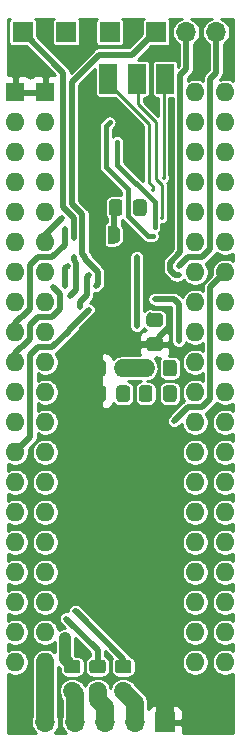
<source format=gbr>
G04 #@! TF.GenerationSoftware,KiCad,Pcbnew,(5.1.10)-1*
G04 #@! TF.CreationDate,2021-10-18T11:35:42-04:00*
G04 #@! TF.ProjectId,6526KernalSwitcher,36353236-4b65-4726-9e61-6c5377697463,rev?*
G04 #@! TF.SameCoordinates,Original*
G04 #@! TF.FileFunction,Copper,L2,Bot*
G04 #@! TF.FilePolarity,Positive*
%FSLAX46Y46*%
G04 Gerber Fmt 4.6, Leading zero omitted, Abs format (unit mm)*
G04 Created by KiCad (PCBNEW (5.1.10)-1) date 2021-10-18 11:35:42*
%MOMM*%
%LPD*%
G01*
G04 APERTURE LIST*
G04 #@! TA.AperFunction,ComponentPad*
%ADD10O,1.600000X1.600000*%
G04 #@! TD*
G04 #@! TA.AperFunction,ComponentPad*
%ADD11R,1.600000X1.600000*%
G04 #@! TD*
G04 #@! TA.AperFunction,ComponentPad*
%ADD12R,1.700000X1.700000*%
G04 #@! TD*
G04 #@! TA.AperFunction,ComponentPad*
%ADD13O,1.700000X1.700000*%
G04 #@! TD*
G04 #@! TA.AperFunction,SMDPad,CuDef*
%ADD14C,0.100000*%
G04 #@! TD*
G04 #@! TA.AperFunction,SMDPad,CuDef*
%ADD15R,1.500000X2.500000*%
G04 #@! TD*
G04 #@! TA.AperFunction,ViaPad*
%ADD16C,0.800000*%
G04 #@! TD*
G04 #@! TA.AperFunction,ViaPad*
%ADD17C,0.350000*%
G04 #@! TD*
G04 #@! TA.AperFunction,Conductor*
%ADD18C,1.500000*%
G04 #@! TD*
G04 #@! TA.AperFunction,Conductor*
%ADD19C,0.539000*%
G04 #@! TD*
G04 #@! TA.AperFunction,Conductor*
%ADD20C,0.250000*%
G04 #@! TD*
G04 #@! TA.AperFunction,Conductor*
%ADD21C,1.000000*%
G04 #@! TD*
G04 #@! TA.AperFunction,Conductor*
%ADD22C,0.439000*%
G04 #@! TD*
G04 #@! TA.AperFunction,Conductor*
%ADD23C,0.237000*%
G04 #@! TD*
G04 #@! TA.AperFunction,Conductor*
%ADD24C,0.100000*%
G04 #@! TD*
G04 APERTURE END LIST*
D10*
X116840000Y-50800000D03*
X101600000Y-99060000D03*
X116840000Y-53340000D03*
X101600000Y-96520000D03*
X116840000Y-55880000D03*
X101600000Y-93980000D03*
X116840000Y-58420000D03*
X101600000Y-91440000D03*
X116840000Y-60960000D03*
X101600000Y-88900000D03*
X116840000Y-63500000D03*
X101600000Y-86360000D03*
X116840000Y-66040000D03*
X101600000Y-83820000D03*
X116840000Y-68580000D03*
X101600000Y-81280000D03*
X116840000Y-71120000D03*
X101600000Y-78740000D03*
X116840000Y-73660000D03*
X101600000Y-76200000D03*
X116840000Y-76200000D03*
X101600000Y-73660000D03*
X116840000Y-78740000D03*
X101600000Y-71120000D03*
X116840000Y-81280000D03*
X101600000Y-68580000D03*
X116840000Y-83820000D03*
X101600000Y-66040000D03*
X116840000Y-86360000D03*
X101600000Y-63500000D03*
X116840000Y-88900000D03*
X101600000Y-60960000D03*
X116840000Y-91440000D03*
X101600000Y-58420000D03*
X116840000Y-93980000D03*
X101600000Y-55880000D03*
X116840000Y-96520000D03*
X101600000Y-53340000D03*
X116840000Y-99060000D03*
D11*
X101600000Y-50800000D03*
X99060000Y-50800000D03*
D10*
X114300000Y-99060000D03*
X99060000Y-53340000D03*
X114300000Y-96520000D03*
X99060000Y-55880000D03*
X114300000Y-93980000D03*
X99060000Y-58420000D03*
X114300000Y-91440000D03*
X99060000Y-60960000D03*
X114300000Y-88900000D03*
X99060000Y-63500000D03*
X114300000Y-86360000D03*
X99060000Y-66040000D03*
X114300000Y-83820000D03*
X99060000Y-68580000D03*
X114300000Y-81280000D03*
X99060000Y-71120000D03*
X114300000Y-78740000D03*
X99060000Y-73660000D03*
X114300000Y-76200000D03*
X99060000Y-76200000D03*
X114300000Y-73660000D03*
X99060000Y-78740000D03*
X114300000Y-71120000D03*
X99060000Y-81280000D03*
X114300000Y-68580000D03*
X99060000Y-83820000D03*
X114300000Y-66040000D03*
X99060000Y-86360000D03*
X114300000Y-63500000D03*
X99060000Y-88900000D03*
X114300000Y-60960000D03*
X99060000Y-91440000D03*
X114300000Y-58420000D03*
X99060000Y-93980000D03*
X114300000Y-55880000D03*
X99060000Y-96520000D03*
X114300000Y-53340000D03*
X99060000Y-99060000D03*
X114300000Y-50800000D03*
G04 #@! TA.AperFunction,SMDPad,CuDef*
G36*
G01*
X110420999Y-71570000D02*
X111321001Y-71570000D01*
G75*
G02*
X111571000Y-71819999I0J-249999D01*
G01*
X111571000Y-72470001D01*
G75*
G02*
X111321001Y-72720000I-249999J0D01*
G01*
X110420999Y-72720000D01*
G75*
G02*
X110171000Y-72470001I0J249999D01*
G01*
X110171000Y-71819999D01*
G75*
G02*
X110420999Y-71570000I249999J0D01*
G01*
G37*
G04 #@! TD.AperFunction*
G04 #@! TA.AperFunction,SMDPad,CuDef*
G36*
G01*
X110420999Y-69520000D02*
X111321001Y-69520000D01*
G75*
G02*
X111571000Y-69769999I0J-249999D01*
G01*
X111571000Y-70420001D01*
G75*
G02*
X111321001Y-70670000I-249999J0D01*
G01*
X110420999Y-70670000D01*
G75*
G02*
X110171000Y-70420001I0J249999D01*
G01*
X110171000Y-69769999D01*
G75*
G02*
X110420999Y-69520000I249999J0D01*
G01*
G37*
G04 #@! TD.AperFunction*
G04 #@! TA.AperFunction,SMDPad,CuDef*
G36*
G01*
X108788000Y-73717999D02*
X108788000Y-74618001D01*
G75*
G02*
X108538001Y-74868000I-249999J0D01*
G01*
X107887999Y-74868000D01*
G75*
G02*
X107638000Y-74618001I0J249999D01*
G01*
X107638000Y-73717999D01*
G75*
G02*
X107887999Y-73468000I249999J0D01*
G01*
X108538001Y-73468000D01*
G75*
G02*
X108788000Y-73717999I0J-249999D01*
G01*
G37*
G04 #@! TD.AperFunction*
G04 #@! TA.AperFunction,SMDPad,CuDef*
G36*
G01*
X106738000Y-73717999D02*
X106738000Y-74618001D01*
G75*
G02*
X106488001Y-74868000I-249999J0D01*
G01*
X105837999Y-74868000D01*
G75*
G02*
X105588000Y-74618001I0J249999D01*
G01*
X105588000Y-73717999D01*
G75*
G02*
X105837999Y-73468000I249999J0D01*
G01*
X106488001Y-73468000D01*
G75*
G02*
X106738000Y-73717999I0J-249999D01*
G01*
G37*
G04 #@! TD.AperFunction*
D12*
X103378000Y-45720000D03*
X111760000Y-104140000D03*
D13*
X109220000Y-104140000D03*
X106680000Y-104140000D03*
X104140000Y-104140000D03*
X101600000Y-104140000D03*
D12*
X110998000Y-45720000D03*
D13*
X113538000Y-45720000D03*
X116078000Y-45720000D03*
D12*
X107061000Y-45720000D03*
X99695000Y-45720000D03*
G04 #@! TA.AperFunction,SMDPad,CuDef*
D14*
G36*
X106642000Y-63615000D02*
G01*
X106142000Y-63615000D01*
X106142000Y-63614398D01*
X106117466Y-63614398D01*
X106068635Y-63609588D01*
X106020510Y-63600016D01*
X105973555Y-63585772D01*
X105928222Y-63566995D01*
X105884949Y-63543864D01*
X105844150Y-63516604D01*
X105806221Y-63485476D01*
X105771524Y-63450779D01*
X105740396Y-63412850D01*
X105713136Y-63372051D01*
X105690005Y-63328778D01*
X105671228Y-63283445D01*
X105656984Y-63236490D01*
X105647412Y-63188365D01*
X105642602Y-63139534D01*
X105642602Y-63115000D01*
X105642000Y-63115000D01*
X105642000Y-62615000D01*
X105642602Y-62615000D01*
X105642602Y-62590466D01*
X105647412Y-62541635D01*
X105656984Y-62493510D01*
X105671228Y-62446555D01*
X105690005Y-62401222D01*
X105713136Y-62357949D01*
X105740396Y-62317150D01*
X105771524Y-62279221D01*
X105806221Y-62244524D01*
X105844150Y-62213396D01*
X105884949Y-62186136D01*
X105928222Y-62163005D01*
X105973555Y-62144228D01*
X106020510Y-62129984D01*
X106068635Y-62120412D01*
X106117466Y-62115602D01*
X106142000Y-62115602D01*
X106142000Y-62115000D01*
X106642000Y-62115000D01*
X106642000Y-63615000D01*
G37*
G04 #@! TD.AperFunction*
G04 #@! TA.AperFunction,SMDPad,CuDef*
G36*
X107442000Y-62115602D02*
G01*
X107466534Y-62115602D01*
X107515365Y-62120412D01*
X107563490Y-62129984D01*
X107610445Y-62144228D01*
X107655778Y-62163005D01*
X107699051Y-62186136D01*
X107739850Y-62213396D01*
X107777779Y-62244524D01*
X107812476Y-62279221D01*
X107843604Y-62317150D01*
X107870864Y-62357949D01*
X107893995Y-62401222D01*
X107912772Y-62446555D01*
X107927016Y-62493510D01*
X107936588Y-62541635D01*
X107941398Y-62590466D01*
X107941398Y-62615000D01*
X107942000Y-62615000D01*
X107942000Y-63115000D01*
X107941398Y-63115000D01*
X107941398Y-63139534D01*
X107936588Y-63188365D01*
X107927016Y-63236490D01*
X107912772Y-63283445D01*
X107893995Y-63328778D01*
X107870864Y-63372051D01*
X107843604Y-63412850D01*
X107812476Y-63450779D01*
X107777779Y-63485476D01*
X107739850Y-63516604D01*
X107699051Y-63543864D01*
X107655778Y-63566995D01*
X107610445Y-63585772D01*
X107563490Y-63600016D01*
X107515365Y-63609588D01*
X107466534Y-63614398D01*
X107442000Y-63614398D01*
X107442000Y-63615000D01*
X106942000Y-63615000D01*
X106942000Y-62115000D01*
X107442000Y-62115000D01*
X107442000Y-62115602D01*
G37*
G04 #@! TD.AperFunction*
G04 #@! TA.AperFunction,SMDPad,CuDef*
G36*
G01*
X111575000Y-76777001D02*
X111575000Y-75876999D01*
G75*
G02*
X111824999Y-75627000I249999J0D01*
G01*
X112475001Y-75627000D01*
G75*
G02*
X112725000Y-75876999I0J-249999D01*
G01*
X112725000Y-76777001D01*
G75*
G02*
X112475001Y-77027000I-249999J0D01*
G01*
X111824999Y-77027000D01*
G75*
G02*
X111575000Y-76777001I0J249999D01*
G01*
G37*
G04 #@! TD.AperFunction*
G04 #@! TA.AperFunction,SMDPad,CuDef*
G36*
G01*
X109525000Y-76777001D02*
X109525000Y-75876999D01*
G75*
G02*
X109774999Y-75627000I249999J0D01*
G01*
X110425001Y-75627000D01*
G75*
G02*
X110675000Y-75876999I0J-249999D01*
G01*
X110675000Y-76777001D01*
G75*
G02*
X110425001Y-77027000I-249999J0D01*
G01*
X109774999Y-77027000D01*
G75*
G02*
X109525000Y-76777001I0J249999D01*
G01*
G37*
G04 #@! TD.AperFunction*
G04 #@! TA.AperFunction,SMDPad,CuDef*
G36*
G01*
X111575000Y-74618001D02*
X111575000Y-73717999D01*
G75*
G02*
X111824999Y-73468000I249999J0D01*
G01*
X112475001Y-73468000D01*
G75*
G02*
X112725000Y-73717999I0J-249999D01*
G01*
X112725000Y-74618001D01*
G75*
G02*
X112475001Y-74868000I-249999J0D01*
G01*
X111824999Y-74868000D01*
G75*
G02*
X111575000Y-74618001I0J249999D01*
G01*
G37*
G04 #@! TD.AperFunction*
G04 #@! TA.AperFunction,SMDPad,CuDef*
G36*
G01*
X109525000Y-74618001D02*
X109525000Y-73717999D01*
G75*
G02*
X109774999Y-73468000I249999J0D01*
G01*
X110425001Y-73468000D01*
G75*
G02*
X110675000Y-73717999I0J-249999D01*
G01*
X110675000Y-74618001D01*
G75*
G02*
X110425001Y-74868000I-249999J0D01*
G01*
X109774999Y-74868000D01*
G75*
G02*
X109525000Y-74618001I0J249999D01*
G01*
G37*
G04 #@! TD.AperFunction*
G04 #@! TA.AperFunction,SMDPad,CuDef*
G36*
G01*
X110185000Y-60128999D02*
X110185000Y-61029001D01*
G75*
G02*
X109935001Y-61279000I-249999J0D01*
G01*
X109284999Y-61279000D01*
G75*
G02*
X109035000Y-61029001I0J249999D01*
G01*
X109035000Y-60128999D01*
G75*
G02*
X109284999Y-59879000I249999J0D01*
G01*
X109935001Y-59879000D01*
G75*
G02*
X110185000Y-60128999I0J-249999D01*
G01*
G37*
G04 #@! TD.AperFunction*
G04 #@! TA.AperFunction,SMDPad,CuDef*
G36*
G01*
X108135000Y-60128999D02*
X108135000Y-61029001D01*
G75*
G02*
X107885001Y-61279000I-249999J0D01*
G01*
X107234999Y-61279000D01*
G75*
G02*
X106985000Y-61029001I0J249999D01*
G01*
X106985000Y-60128999D01*
G75*
G02*
X107234999Y-59879000I249999J0D01*
G01*
X107885001Y-59879000D01*
G75*
G02*
X108135000Y-60128999I0J-249999D01*
G01*
G37*
G04 #@! TD.AperFunction*
G04 #@! TA.AperFunction,SMDPad,CuDef*
G36*
G01*
X108788000Y-75876999D02*
X108788000Y-76777001D01*
G75*
G02*
X108538001Y-77027000I-249999J0D01*
G01*
X107887999Y-77027000D01*
G75*
G02*
X107638000Y-76777001I0J249999D01*
G01*
X107638000Y-75876999D01*
G75*
G02*
X107887999Y-75627000I249999J0D01*
G01*
X108538001Y-75627000D01*
G75*
G02*
X108788000Y-75876999I0J-249999D01*
G01*
G37*
G04 #@! TD.AperFunction*
G04 #@! TA.AperFunction,SMDPad,CuDef*
G36*
G01*
X106738000Y-75876999D02*
X106738000Y-76777001D01*
G75*
G02*
X106488001Y-77027000I-249999J0D01*
G01*
X105837999Y-77027000D01*
G75*
G02*
X105588000Y-76777001I0J249999D01*
G01*
X105588000Y-75876999D01*
G75*
G02*
X105837999Y-75627000I249999J0D01*
G01*
X106488001Y-75627000D01*
G75*
G02*
X106738000Y-75876999I0J-249999D01*
G01*
G37*
G04 #@! TD.AperFunction*
G04 #@! TA.AperFunction,SMDPad,CuDef*
G36*
G01*
X103435999Y-98857000D02*
X104336001Y-98857000D01*
G75*
G02*
X104586000Y-99106999I0J-249999D01*
G01*
X104586000Y-99757001D01*
G75*
G02*
X104336001Y-100007000I-249999J0D01*
G01*
X103435999Y-100007000D01*
G75*
G02*
X103186000Y-99757001I0J249999D01*
G01*
X103186000Y-99106999D01*
G75*
G02*
X103435999Y-98857000I249999J0D01*
G01*
G37*
G04 #@! TD.AperFunction*
G04 #@! TA.AperFunction,SMDPad,CuDef*
G36*
G01*
X103435999Y-100907000D02*
X104336001Y-100907000D01*
G75*
G02*
X104586000Y-101156999I0J-249999D01*
G01*
X104586000Y-101807001D01*
G75*
G02*
X104336001Y-102057000I-249999J0D01*
G01*
X103435999Y-102057000D01*
G75*
G02*
X103186000Y-101807001I0J249999D01*
G01*
X103186000Y-101156999D01*
G75*
G02*
X103435999Y-100907000I249999J0D01*
G01*
G37*
G04 #@! TD.AperFunction*
G04 #@! TA.AperFunction,SMDPad,CuDef*
G36*
G01*
X107753999Y-100907000D02*
X108654001Y-100907000D01*
G75*
G02*
X108904000Y-101156999I0J-249999D01*
G01*
X108904000Y-101807001D01*
G75*
G02*
X108654001Y-102057000I-249999J0D01*
G01*
X107753999Y-102057000D01*
G75*
G02*
X107504000Y-101807001I0J249999D01*
G01*
X107504000Y-101156999D01*
G75*
G02*
X107753999Y-100907000I249999J0D01*
G01*
G37*
G04 #@! TD.AperFunction*
G04 #@! TA.AperFunction,SMDPad,CuDef*
G36*
G01*
X107753999Y-98857000D02*
X108654001Y-98857000D01*
G75*
G02*
X108904000Y-99106999I0J-249999D01*
G01*
X108904000Y-99757001D01*
G75*
G02*
X108654001Y-100007000I-249999J0D01*
G01*
X107753999Y-100007000D01*
G75*
G02*
X107504000Y-99757001I0J249999D01*
G01*
X107504000Y-99106999D01*
G75*
G02*
X107753999Y-98857000I249999J0D01*
G01*
G37*
G04 #@! TD.AperFunction*
G04 #@! TA.AperFunction,SMDPad,CuDef*
G36*
G01*
X105594999Y-98857000D02*
X106495001Y-98857000D01*
G75*
G02*
X106745000Y-99106999I0J-249999D01*
G01*
X106745000Y-99757001D01*
G75*
G02*
X106495001Y-100007000I-249999J0D01*
G01*
X105594999Y-100007000D01*
G75*
G02*
X105345000Y-99757001I0J249999D01*
G01*
X105345000Y-99106999D01*
G75*
G02*
X105594999Y-98857000I249999J0D01*
G01*
G37*
G04 #@! TD.AperFunction*
G04 #@! TA.AperFunction,SMDPad,CuDef*
G36*
G01*
X105594999Y-100907000D02*
X106495001Y-100907000D01*
G75*
G02*
X106745000Y-101156999I0J-249999D01*
G01*
X106745000Y-101807001D01*
G75*
G02*
X106495001Y-102057000I-249999J0D01*
G01*
X105594999Y-102057000D01*
G75*
G02*
X105345000Y-101807001I0J249999D01*
G01*
X105345000Y-101156999D01*
G75*
G02*
X105594999Y-100907000I249999J0D01*
G01*
G37*
G04 #@! TD.AperFunction*
D15*
X111760000Y-49657000D03*
X106934000Y-49657000D03*
X109347000Y-49657000D03*
D16*
X114808000Y-48133000D03*
D17*
X111252000Y-72263000D03*
X109474000Y-53721000D03*
X109474000Y-55626000D03*
D16*
X107442000Y-66294000D03*
D17*
X110236000Y-79502000D03*
X112141000Y-69215000D03*
X101600000Y-46228000D03*
X109093000Y-46101000D03*
X117094000Y-47879000D03*
X112395000Y-47371000D03*
D16*
X105283000Y-56642000D03*
X99314000Y-100838000D03*
D17*
X108966000Y-62992000D03*
X110490000Y-65786000D03*
X112141000Y-59563000D03*
X116078000Y-64770000D03*
X114808000Y-72390000D03*
X113284000Y-75057000D03*
X109982000Y-60071000D03*
X108458000Y-76327000D03*
X111760000Y-73660000D03*
X110490000Y-69596000D03*
X110490000Y-74676000D03*
X110871000Y-68326000D03*
X112903000Y-71882000D03*
X111633000Y-58039000D03*
X110744000Y-59055000D03*
X111506000Y-61468000D03*
X105283000Y-66294000D03*
X104521000Y-68961000D03*
X103251000Y-97028000D03*
X104013000Y-64770000D03*
X103736010Y-68094990D03*
X104140000Y-94742000D03*
X103505000Y-65532000D03*
X103315989Y-67247989D03*
X103378000Y-95377000D03*
X105918000Y-67183000D03*
X112903000Y-66294000D03*
X112903000Y-65532000D03*
X104013000Y-63119000D03*
X107569000Y-62865000D03*
X109982000Y-76327000D03*
X112522000Y-78613000D03*
X112522000Y-76327000D03*
X109347000Y-70612000D03*
X109347000Y-64770000D03*
X107061000Y-53340000D03*
X110744000Y-62992000D03*
X107696000Y-54991000D03*
X110871000Y-62230000D03*
X105283000Y-69244117D03*
X102997000Y-61468000D03*
X103251000Y-62357000D03*
X102235000Y-67283862D03*
D18*
X107312509Y-65328862D02*
X107312509Y-68939254D01*
X107312509Y-68939254D02*
X107048882Y-69202882D01*
X107048882Y-69202882D02*
X105156000Y-71095763D01*
D19*
X105283000Y-74168000D02*
X105156000Y-74041000D01*
X106163000Y-74168000D02*
X105283000Y-74168000D01*
X105283000Y-76327000D02*
X105156000Y-76200000D01*
X106163000Y-76327000D02*
X105283000Y-76327000D01*
D18*
X105156000Y-74041000D02*
X105156000Y-76200000D01*
D19*
X105156000Y-72263000D02*
X105274000Y-72145000D01*
D18*
X105156000Y-71095763D02*
X105156000Y-72263000D01*
X105156000Y-56642000D02*
X105555999Y-56242001D01*
X108966000Y-53721000D02*
X108966000Y-55626000D01*
X105555999Y-56242001D02*
X105555999Y-55390999D01*
X108966000Y-53591064D02*
X108966000Y-53721000D01*
X107545428Y-52170492D02*
X108966000Y-53591064D01*
X106576572Y-52170492D02*
X107545428Y-52170492D01*
X105555999Y-53191065D02*
X106576572Y-52170492D01*
X105555999Y-55390999D02*
X105555999Y-53191065D01*
D19*
X111252000Y-71506542D02*
X112141000Y-70617542D01*
X111252000Y-72263000D02*
X111252000Y-71506542D01*
X112141000Y-70617542D02*
X112141000Y-69215000D01*
X105156000Y-71247000D02*
X106054000Y-72145000D01*
X105156000Y-71095763D02*
X105156000Y-71247000D01*
X105274000Y-72145000D02*
X106054000Y-72145000D01*
X106417000Y-72145000D02*
X105156000Y-73406000D01*
X106925000Y-72145000D02*
X106417000Y-72145000D01*
D18*
X105156000Y-73406000D02*
X105156000Y-74041000D01*
X105156000Y-72263000D02*
X105156000Y-73406000D01*
D19*
X106925000Y-72145000D02*
X110871000Y-72145000D01*
X106054000Y-72145000D02*
X106925000Y-72145000D01*
X105156000Y-78613000D02*
X106045000Y-79502000D01*
X105156000Y-78232000D02*
X105156000Y-78613000D01*
X106045000Y-79502000D02*
X110236000Y-79502000D01*
X105156000Y-79502000D02*
X106045000Y-79502000D01*
D18*
X105156000Y-78232000D02*
X105156000Y-79502000D01*
X105156000Y-76200000D02*
X105156000Y-78232000D01*
D19*
X105156000Y-80391000D02*
X106045000Y-79502000D01*
X105156000Y-80518000D02*
X105156000Y-80391000D01*
D18*
X105156000Y-80518000D02*
X105156000Y-87122000D01*
X105156000Y-79502000D02*
X105156000Y-80518000D01*
X111760000Y-93726000D02*
X111760000Y-104140000D01*
X105156000Y-87122000D02*
X111760000Y-93726000D01*
X101600000Y-104140000D02*
X101600000Y-99060000D01*
D19*
X112522000Y-68326000D02*
X110871000Y-68326000D01*
X112903000Y-71882000D02*
X112903000Y-68707000D01*
X112903000Y-68707000D02*
X112522000Y-68326000D01*
D18*
X108213000Y-74168000D02*
X110100000Y-74168000D01*
D20*
X111633000Y-49911000D02*
X111760000Y-49784000D01*
X111633000Y-58039000D02*
X111633000Y-49911000D01*
X110744000Y-59055000D02*
X110744000Y-58807513D01*
X110363000Y-58426513D02*
X110363000Y-53467771D01*
X110744000Y-58807513D02*
X110363000Y-58426513D01*
X110363000Y-53467771D02*
X107990711Y-51095482D01*
X107990711Y-51095482D02*
X107990711Y-51094711D01*
X107188000Y-50292000D02*
X107188000Y-49784000D01*
X107990711Y-51094711D02*
X107188000Y-50292000D01*
X109474000Y-51816000D02*
X109474000Y-49784000D01*
X110998000Y-53340000D02*
X109474000Y-51816000D01*
X110998000Y-58144002D02*
X110998000Y-53340000D01*
X111506000Y-61468000D02*
X111506000Y-58652002D01*
X111506000Y-58652002D02*
X110998000Y-58144002D01*
D19*
X105108001Y-66468999D02*
X105283000Y-66294000D01*
X105108001Y-67992999D02*
X105108001Y-66468999D01*
X104521000Y-68580000D02*
X105108001Y-67992999D01*
X104521000Y-68961000D02*
X104521000Y-68580000D01*
D21*
X103251000Y-98797000D02*
X103886000Y-99432000D01*
X103251000Y-97028000D02*
X103251000Y-98797000D01*
D19*
X104013000Y-64799117D02*
X104013000Y-64770000D01*
X104189000Y-94742000D02*
X104140000Y-94742000D01*
X108204000Y-98757000D02*
X104189000Y-94742000D01*
X108204000Y-99432000D02*
X108204000Y-98757000D01*
X103911009Y-67919991D02*
X103736010Y-68094990D01*
X104244008Y-65225892D02*
X104244008Y-67586992D01*
X104244008Y-67586992D02*
X103911009Y-67919991D01*
X104013000Y-64994884D02*
X104244008Y-65225892D01*
X104013000Y-64770000D02*
X104013000Y-64994884D01*
X103315989Y-65721011D02*
X103505000Y-65532000D01*
X103315989Y-67247989D02*
X103315989Y-65721011D01*
X106045000Y-98044000D02*
X103378000Y-95377000D01*
X106045000Y-99432000D02*
X106045000Y-98044000D01*
X108966000Y-47625000D02*
X110871000Y-45720000D01*
X106172000Y-47625000D02*
X108966000Y-47625000D01*
X103863010Y-49933990D02*
X106172000Y-47625000D01*
X110871000Y-45720000D02*
X110998000Y-45720000D01*
X104752010Y-64493010D02*
X104752010Y-61132777D01*
X104752010Y-61132777D02*
X103863010Y-60243778D01*
X103863010Y-60243778D02*
X103863010Y-49933990D01*
X106092999Y-67008001D02*
X105918000Y-67183000D01*
X106092999Y-66058883D02*
X106092999Y-67008001D01*
X104983018Y-64724018D02*
X104983018Y-64948902D01*
X104983018Y-64948902D02*
X106092999Y-66058883D01*
X104752010Y-64493010D02*
X104983018Y-64724018D01*
X113030000Y-64359884D02*
X113030000Y-49361442D01*
X112163992Y-65225892D02*
X113030000Y-64359884D01*
X112163992Y-65838108D02*
X112163992Y-65225892D01*
X112903000Y-66294000D02*
X112619884Y-66294000D01*
X112619884Y-66294000D02*
X112163992Y-65838108D01*
X113538000Y-48853442D02*
X113538000Y-45720000D01*
X113030000Y-49361442D02*
X113538000Y-48853442D01*
X115570499Y-64108363D02*
X115570499Y-49656501D01*
X114909361Y-64769501D02*
X115570499Y-64108363D01*
X112903000Y-65532000D02*
X113665499Y-64769501D01*
X113665499Y-64769501D02*
X114909361Y-64769501D01*
X116078000Y-49149000D02*
X116078000Y-45720000D01*
X115570499Y-49656501D02*
X116078000Y-49149000D01*
X103124000Y-49149000D02*
X99695000Y-45720000D01*
X103124000Y-60549884D02*
X103124000Y-49149000D01*
X104013000Y-63119000D02*
X104013000Y-61438884D01*
X104013000Y-61438884D02*
X103124000Y-60549884D01*
X107442000Y-60697000D02*
X107560000Y-60579000D01*
X107442000Y-62865000D02*
X107442000Y-60697000D01*
X116840000Y-66040000D02*
X115569501Y-67310499D01*
X115569501Y-67310499D02*
X115569501Y-69190359D01*
X114908363Y-77470499D02*
X113664501Y-77470499D01*
X115570499Y-76808363D02*
X114908363Y-77470499D01*
X115569501Y-69190359D02*
X115570499Y-69191357D01*
X115570499Y-69191357D02*
X115570499Y-76808363D01*
X113664501Y-77470499D02*
X112522000Y-78613000D01*
X109347000Y-70612000D02*
X109347000Y-64770000D01*
D22*
X107061000Y-53340000D02*
X106725509Y-53675491D01*
X106725509Y-53675491D02*
X106725509Y-57123258D01*
X106725509Y-57123258D02*
X106970125Y-57367874D01*
X108615490Y-61306322D02*
X110301168Y-62992000D01*
X106970125Y-57367874D02*
X108615490Y-59013239D01*
X108615490Y-59013239D02*
X108615490Y-61306322D01*
X110301168Y-62992000D02*
X110744000Y-62992000D01*
X107696000Y-56943168D02*
X107696000Y-54991000D01*
X110871000Y-62230000D02*
X110871000Y-60118168D01*
X110871000Y-60118168D02*
X107696000Y-56943168D01*
D19*
X99060000Y-81280000D02*
X100329501Y-80010499D01*
X100329501Y-80010499D02*
X100329501Y-73051637D01*
X100329501Y-73051637D02*
X100990639Y-72390499D01*
X100990639Y-72390499D02*
X102208363Y-72390499D01*
X102208363Y-72390499D02*
X103609010Y-70989852D01*
X103609010Y-70918107D02*
X105283000Y-69244117D01*
X103609010Y-70989852D02*
X103609010Y-70918107D01*
X101600000Y-62865000D02*
X101600000Y-63500000D01*
X102997000Y-61468000D02*
X101600000Y-62865000D01*
X103251000Y-63727862D02*
X103251000Y-62357000D01*
X102209361Y-64769501D02*
X103251000Y-63727862D01*
X100991637Y-64769501D02*
X102209361Y-64769501D01*
X100329501Y-65431637D02*
X100991637Y-64769501D01*
X99060000Y-71120000D02*
X99060000Y-70358000D01*
X99060000Y-70358000D02*
X99568499Y-69849501D01*
X99669361Y-69849501D02*
X100330000Y-69188862D01*
X100330000Y-69188862D02*
X100329501Y-69188363D01*
X99568499Y-69849501D02*
X99669361Y-69849501D01*
X100329501Y-69188363D02*
X100329501Y-65431637D01*
X102209361Y-69849501D02*
X102870000Y-69188862D01*
X100991637Y-69849501D02*
X102209361Y-69849501D01*
X100330499Y-70510639D02*
X100991637Y-69849501D01*
X99060000Y-73660000D02*
X99060000Y-72898000D01*
X99060000Y-72898000D02*
X99568499Y-72389501D01*
X100330499Y-71728363D02*
X100330499Y-70510639D01*
X99669361Y-72389501D02*
X100330499Y-71728363D01*
X99568499Y-72389501D02*
X99669361Y-72389501D01*
X102409999Y-67458861D02*
X102235000Y-67283862D01*
X102869501Y-67918363D02*
X102409999Y-67458861D01*
X102869501Y-68833501D02*
X102869501Y-67918363D01*
X102870000Y-68834000D02*
X102869501Y-68833501D01*
X102870000Y-69188862D02*
X102870000Y-68834000D01*
X103886000Y-103886000D02*
X104140000Y-104140000D01*
D18*
X104140000Y-101736000D02*
X103886000Y-101482000D01*
X104140000Y-104140000D02*
X104140000Y-101736000D01*
X109220000Y-102498000D02*
X108204000Y-101482000D01*
X109220000Y-104140000D02*
X109220000Y-102498000D01*
X106680000Y-104140000D02*
X106680000Y-102870000D01*
X106045000Y-102235000D02*
X106045000Y-101482000D01*
X106680000Y-102870000D02*
X106045000Y-102235000D01*
D23*
X105826780Y-50907000D02*
X105833644Y-50976690D01*
X105853972Y-51043702D01*
X105886982Y-51105461D01*
X105931407Y-51159593D01*
X105985539Y-51204018D01*
X106047298Y-51237028D01*
X106114310Y-51257356D01*
X106184000Y-51264220D01*
X107480690Y-51264220D01*
X107630736Y-51414265D01*
X107649303Y-51436890D01*
X107667633Y-51451933D01*
X109882501Y-53666802D01*
X109882500Y-58316495D01*
X108271000Y-56704996D01*
X108271000Y-54962754D01*
X108262680Y-54878280D01*
X108229801Y-54769892D01*
X108176408Y-54670002D01*
X108104554Y-54582446D01*
X108016998Y-54510592D01*
X107917108Y-54457199D01*
X107808720Y-54424320D01*
X107696000Y-54413218D01*
X107583281Y-54424320D01*
X107474893Y-54457199D01*
X107375003Y-54510592D01*
X107300509Y-54571726D01*
X107300509Y-53913663D01*
X107487559Y-53726613D01*
X107541408Y-53660999D01*
X107594801Y-53561108D01*
X107627679Y-53452720D01*
X107638782Y-53340000D01*
X107627679Y-53227281D01*
X107594801Y-53118893D01*
X107541408Y-53019002D01*
X107469553Y-52931447D01*
X107381998Y-52859592D01*
X107282107Y-52806199D01*
X107173719Y-52773321D01*
X107061000Y-52762218D01*
X106948280Y-52773321D01*
X106839892Y-52806199D01*
X106740001Y-52859592D01*
X106674387Y-52913441D01*
X106338903Y-53248925D01*
X106316955Y-53266937D01*
X106276361Y-53316403D01*
X106245101Y-53354493D01*
X106202500Y-53434193D01*
X106191708Y-53454384D01*
X106158829Y-53562772D01*
X106156021Y-53591286D01*
X106147727Y-53675491D01*
X106150509Y-53703734D01*
X106150510Y-57095005D01*
X106147727Y-57123258D01*
X106158830Y-57235977D01*
X106191708Y-57344365D01*
X106245101Y-57444256D01*
X106271948Y-57476969D01*
X106316956Y-57531812D01*
X106338898Y-57549819D01*
X108040490Y-59251411D01*
X108040490Y-59544680D01*
X108003464Y-59533448D01*
X107885001Y-59521780D01*
X107234999Y-59521780D01*
X107116536Y-59533448D01*
X107002626Y-59568002D01*
X106897646Y-59624115D01*
X106805630Y-59699630D01*
X106730115Y-59791646D01*
X106674002Y-59896626D01*
X106639448Y-60010536D01*
X106627780Y-60128999D01*
X106627780Y-61029001D01*
X106639448Y-61147464D01*
X106674002Y-61261374D01*
X106730115Y-61366354D01*
X106805630Y-61458370D01*
X106817001Y-61467702D01*
X106817000Y-61781422D01*
X106805298Y-61784972D01*
X106743539Y-61817982D01*
X106689407Y-61862407D01*
X106644982Y-61916539D01*
X106611972Y-61978298D01*
X106591644Y-62045310D01*
X106584780Y-62115000D01*
X106584780Y-63615000D01*
X106591644Y-63684690D01*
X106611972Y-63751702D01*
X106644982Y-63813461D01*
X106689407Y-63867593D01*
X106743539Y-63912018D01*
X106805298Y-63945028D01*
X106872310Y-63965356D01*
X106942000Y-63972220D01*
X107442000Y-63972220D01*
X107466448Y-63969812D01*
X107491009Y-63969812D01*
X107560699Y-63962948D01*
X107656832Y-63943826D01*
X107723843Y-63923499D01*
X107814399Y-63885990D01*
X107876159Y-63852978D01*
X107957658Y-63798522D01*
X108011790Y-63754098D01*
X108081098Y-63684790D01*
X108125522Y-63630658D01*
X108179978Y-63549159D01*
X108212990Y-63487399D01*
X108250499Y-63396843D01*
X108270826Y-63329832D01*
X108289948Y-63233699D01*
X108296812Y-63164009D01*
X108296812Y-63139448D01*
X108299220Y-63115000D01*
X108299220Y-62615000D01*
X108296812Y-62590552D01*
X108296812Y-62565991D01*
X108289948Y-62496301D01*
X108270826Y-62400168D01*
X108250499Y-62333157D01*
X108212990Y-62242601D01*
X108179978Y-62180841D01*
X108125522Y-62099342D01*
X108081098Y-62045210D01*
X108067000Y-62031112D01*
X108067000Y-61605279D01*
X108115446Y-61590583D01*
X108135082Y-61627320D01*
X108155967Y-61652768D01*
X108206937Y-61714876D01*
X108228879Y-61732883D01*
X109874607Y-63378612D01*
X109892614Y-63400554D01*
X109980170Y-63472408D01*
X110080060Y-63525801D01*
X110188448Y-63558680D01*
X110272922Y-63567000D01*
X110272925Y-63567000D01*
X110301168Y-63569782D01*
X110329411Y-63567000D01*
X110772246Y-63567000D01*
X110856720Y-63558680D01*
X110965108Y-63525801D01*
X111064998Y-63472408D01*
X111152554Y-63400554D01*
X111224408Y-63312998D01*
X111277801Y-63213108D01*
X111310680Y-63104720D01*
X111321782Y-62992000D01*
X111310680Y-62879280D01*
X111277801Y-62770892D01*
X111229167Y-62679905D01*
X111279554Y-62638554D01*
X111351408Y-62550998D01*
X111404801Y-62451108D01*
X111437680Y-62342720D01*
X111446000Y-62258246D01*
X111446000Y-61996958D01*
X111453750Y-61998500D01*
X111558250Y-61998500D01*
X111660741Y-61978113D01*
X111757286Y-61938123D01*
X111844174Y-61880066D01*
X111918066Y-61806174D01*
X111976123Y-61719286D01*
X112016113Y-61622741D01*
X112036500Y-61520250D01*
X112036500Y-61415750D01*
X112016113Y-61313259D01*
X111986500Y-61241766D01*
X111986500Y-58675588D01*
X111988823Y-58652001D01*
X111986500Y-58628414D01*
X111986500Y-58628405D01*
X111979547Y-58557808D01*
X111952071Y-58467233D01*
X111950731Y-58464726D01*
X111971174Y-58451066D01*
X112045066Y-58377174D01*
X112103123Y-58290286D01*
X112143113Y-58193741D01*
X112163500Y-58091250D01*
X112163500Y-57986750D01*
X112143113Y-57884259D01*
X112113500Y-57812766D01*
X112113500Y-51264220D01*
X112405001Y-51264220D01*
X112405000Y-64101001D01*
X111743764Y-64762238D01*
X111719913Y-64781812D01*
X111641810Y-64876981D01*
X111583773Y-64985558D01*
X111548035Y-65103371D01*
X111538992Y-65195188D01*
X111538992Y-65195198D01*
X111535969Y-65225892D01*
X111538992Y-65256586D01*
X111538992Y-65807414D01*
X111535969Y-65838108D01*
X111538992Y-65868802D01*
X111538992Y-65868811D01*
X111548035Y-65960628D01*
X111583773Y-66078441D01*
X111641809Y-66187018D01*
X111719912Y-66282188D01*
X111743768Y-66301766D01*
X112156230Y-66714229D01*
X112175804Y-66738080D01*
X112199653Y-66757652D01*
X112270972Y-66816183D01*
X112315123Y-66839782D01*
X112379550Y-66874219D01*
X112497363Y-66909957D01*
X112589180Y-66919000D01*
X112589182Y-66919000D01*
X112619884Y-66922024D01*
X112650586Y-66919000D01*
X112933704Y-66919000D01*
X113025521Y-66909957D01*
X113143334Y-66874219D01*
X113251911Y-66816183D01*
X113347080Y-66738080D01*
X113363426Y-66718162D01*
X113402465Y-66776588D01*
X113563412Y-66937535D01*
X113752665Y-67063991D01*
X113962953Y-67151095D01*
X114186193Y-67195500D01*
X114413807Y-67195500D01*
X114637047Y-67151095D01*
X114847335Y-67063991D01*
X115036588Y-66937535D01*
X115197535Y-66776588D01*
X115323991Y-66587335D01*
X115411095Y-66377047D01*
X115455500Y-66153807D01*
X115455500Y-65926193D01*
X115411095Y-65702953D01*
X115323991Y-65492665D01*
X115207745Y-65318692D01*
X115258272Y-65291684D01*
X115353441Y-65213581D01*
X115373019Y-65189725D01*
X115990729Y-64572016D01*
X116014579Y-64552443D01*
X116072058Y-64482405D01*
X116092681Y-64457276D01*
X116119034Y-64407973D01*
X116292665Y-64523991D01*
X116502953Y-64611095D01*
X116726193Y-64655500D01*
X116953807Y-64655500D01*
X117177047Y-64611095D01*
X117387335Y-64523991D01*
X117475500Y-64465080D01*
X117475500Y-65074920D01*
X117387335Y-65016009D01*
X117177047Y-64928905D01*
X116953807Y-64884500D01*
X116726193Y-64884500D01*
X116502953Y-64928905D01*
X116292665Y-65016009D01*
X116103412Y-65142465D01*
X115942465Y-65303412D01*
X115816009Y-65492665D01*
X115728905Y-65702953D01*
X115684500Y-65926193D01*
X115684500Y-66153807D01*
X115710682Y-66285435D01*
X115149277Y-66846841D01*
X115125421Y-66866419D01*
X115047318Y-66961589D01*
X114989282Y-67070166D01*
X114953544Y-67187979D01*
X114944501Y-67279796D01*
X114944501Y-67279805D01*
X114941478Y-67310499D01*
X114944501Y-67341193D01*
X114944501Y-67620934D01*
X114847335Y-67556009D01*
X114637047Y-67468905D01*
X114413807Y-67424500D01*
X114186193Y-67424500D01*
X113962953Y-67468905D01*
X113752665Y-67556009D01*
X113563412Y-67682465D01*
X113402465Y-67843412D01*
X113276009Y-68032665D01*
X113228132Y-68148250D01*
X112985658Y-67905776D01*
X112966080Y-67881920D01*
X112870911Y-67803817D01*
X112762334Y-67745781D01*
X112644521Y-67710043D01*
X112552704Y-67701000D01*
X112552694Y-67701000D01*
X112522000Y-67697977D01*
X112491306Y-67701000D01*
X110840296Y-67701000D01*
X110748479Y-67710043D01*
X110630666Y-67745781D01*
X110522089Y-67803817D01*
X110426920Y-67881920D01*
X110348817Y-67977089D01*
X110290781Y-68085666D01*
X110255043Y-68203479D01*
X110242976Y-68326000D01*
X110255043Y-68448521D01*
X110290781Y-68566334D01*
X110348817Y-68674911D01*
X110426920Y-68770080D01*
X110522089Y-68848183D01*
X110630666Y-68906219D01*
X110748479Y-68941957D01*
X110840296Y-68951000D01*
X112263118Y-68951000D01*
X112278001Y-68965883D01*
X112278000Y-71912703D01*
X112287043Y-72004520D01*
X112322781Y-72122333D01*
X112380817Y-72230910D01*
X112458920Y-72326080D01*
X112554089Y-72404183D01*
X112662666Y-72462219D01*
X112780479Y-72497957D01*
X112903000Y-72510024D01*
X113025520Y-72497957D01*
X113143333Y-72462219D01*
X113251910Y-72404183D01*
X113347080Y-72326080D01*
X113425183Y-72230911D01*
X113483219Y-72122334D01*
X113518957Y-72004521D01*
X113521776Y-71975899D01*
X113563412Y-72017535D01*
X113752665Y-72143991D01*
X113962953Y-72231095D01*
X114186193Y-72275500D01*
X114413807Y-72275500D01*
X114637047Y-72231095D01*
X114847335Y-72143991D01*
X114945499Y-72078399D01*
X114945499Y-72701601D01*
X114847335Y-72636009D01*
X114637047Y-72548905D01*
X114413807Y-72504500D01*
X114186193Y-72504500D01*
X113962953Y-72548905D01*
X113752665Y-72636009D01*
X113563412Y-72762465D01*
X113402465Y-72923412D01*
X113276009Y-73112665D01*
X113188905Y-73322953D01*
X113144500Y-73546193D01*
X113144500Y-73773807D01*
X113188905Y-73997047D01*
X113276009Y-74207335D01*
X113402465Y-74396588D01*
X113563412Y-74557535D01*
X113752665Y-74683991D01*
X113962953Y-74771095D01*
X114186193Y-74815500D01*
X114413807Y-74815500D01*
X114637047Y-74771095D01*
X114847335Y-74683991D01*
X114945500Y-74618399D01*
X114945500Y-75241601D01*
X114847335Y-75176009D01*
X114637047Y-75088905D01*
X114413807Y-75044500D01*
X114186193Y-75044500D01*
X113962953Y-75088905D01*
X113752665Y-75176009D01*
X113563412Y-75302465D01*
X113402465Y-75463412D01*
X113276009Y-75652665D01*
X113188905Y-75862953D01*
X113144500Y-76086193D01*
X113144500Y-76313807D01*
X113188905Y-76537047D01*
X113276009Y-76747335D01*
X113385377Y-76911014D01*
X113315588Y-76948317D01*
X113244269Y-77006847D01*
X113244266Y-77006850D01*
X113220421Y-77026419D01*
X113200851Y-77050265D01*
X112058348Y-78192770D01*
X111999818Y-78264089D01*
X111941782Y-78372666D01*
X111906044Y-78490479D01*
X111893977Y-78613000D01*
X111906044Y-78735521D01*
X111941782Y-78853334D01*
X111999818Y-78961911D01*
X112077920Y-79057080D01*
X112173089Y-79135182D01*
X112281666Y-79193218D01*
X112399479Y-79228956D01*
X112522000Y-79241023D01*
X112644521Y-79228956D01*
X112762334Y-79193218D01*
X112870911Y-79135182D01*
X112942230Y-79076652D01*
X113147914Y-78870969D01*
X113188905Y-79077047D01*
X113276009Y-79287335D01*
X113402465Y-79476588D01*
X113563412Y-79637535D01*
X113752665Y-79763991D01*
X113962953Y-79851095D01*
X114186193Y-79895500D01*
X114413807Y-79895500D01*
X114637047Y-79851095D01*
X114847335Y-79763991D01*
X115036588Y-79637535D01*
X115197535Y-79476588D01*
X115323991Y-79287335D01*
X115411095Y-79077047D01*
X115455500Y-78853807D01*
X115455500Y-78626193D01*
X115411095Y-78402953D01*
X115323991Y-78192665D01*
X115207973Y-78019034D01*
X115257274Y-77992682D01*
X115352443Y-77914579D01*
X115372021Y-77890723D01*
X115990728Y-77272017D01*
X116014579Y-77252443D01*
X116052390Y-77206370D01*
X116092682Y-77157275D01*
X116119034Y-77107973D01*
X116292665Y-77223991D01*
X116502953Y-77311095D01*
X116726193Y-77355500D01*
X116953807Y-77355500D01*
X117177047Y-77311095D01*
X117387335Y-77223991D01*
X117475501Y-77165080D01*
X117475501Y-77774920D01*
X117387335Y-77716009D01*
X117177047Y-77628905D01*
X116953807Y-77584500D01*
X116726193Y-77584500D01*
X116502953Y-77628905D01*
X116292665Y-77716009D01*
X116103412Y-77842465D01*
X115942465Y-78003412D01*
X115816009Y-78192665D01*
X115728905Y-78402953D01*
X115684500Y-78626193D01*
X115684500Y-78853807D01*
X115728905Y-79077047D01*
X115816009Y-79287335D01*
X115942465Y-79476588D01*
X116103412Y-79637535D01*
X116292665Y-79763991D01*
X116502953Y-79851095D01*
X116726193Y-79895500D01*
X116953807Y-79895500D01*
X117177047Y-79851095D01*
X117387335Y-79763991D01*
X117475501Y-79705080D01*
X117475501Y-80314920D01*
X117387335Y-80256009D01*
X117177047Y-80168905D01*
X116953807Y-80124500D01*
X116726193Y-80124500D01*
X116502953Y-80168905D01*
X116292665Y-80256009D01*
X116103412Y-80382465D01*
X115942465Y-80543412D01*
X115816009Y-80732665D01*
X115728905Y-80942953D01*
X115684500Y-81166193D01*
X115684500Y-81393807D01*
X115728905Y-81617047D01*
X115816009Y-81827335D01*
X115942465Y-82016588D01*
X116103412Y-82177535D01*
X116292665Y-82303991D01*
X116502953Y-82391095D01*
X116726193Y-82435500D01*
X116953807Y-82435500D01*
X117177047Y-82391095D01*
X117387335Y-82303991D01*
X117475501Y-82245080D01*
X117475501Y-82854920D01*
X117387335Y-82796009D01*
X117177047Y-82708905D01*
X116953807Y-82664500D01*
X116726193Y-82664500D01*
X116502953Y-82708905D01*
X116292665Y-82796009D01*
X116103412Y-82922465D01*
X115942465Y-83083412D01*
X115816009Y-83272665D01*
X115728905Y-83482953D01*
X115684500Y-83706193D01*
X115684500Y-83933807D01*
X115728905Y-84157047D01*
X115816009Y-84367335D01*
X115942465Y-84556588D01*
X116103412Y-84717535D01*
X116292665Y-84843991D01*
X116502953Y-84931095D01*
X116726193Y-84975500D01*
X116953807Y-84975500D01*
X117177047Y-84931095D01*
X117387335Y-84843991D01*
X117475501Y-84785080D01*
X117475501Y-85394920D01*
X117387335Y-85336009D01*
X117177047Y-85248905D01*
X116953807Y-85204500D01*
X116726193Y-85204500D01*
X116502953Y-85248905D01*
X116292665Y-85336009D01*
X116103412Y-85462465D01*
X115942465Y-85623412D01*
X115816009Y-85812665D01*
X115728905Y-86022953D01*
X115684500Y-86246193D01*
X115684500Y-86473807D01*
X115728905Y-86697047D01*
X115816009Y-86907335D01*
X115942465Y-87096588D01*
X116103412Y-87257535D01*
X116292665Y-87383991D01*
X116502953Y-87471095D01*
X116726193Y-87515500D01*
X116953807Y-87515500D01*
X117177047Y-87471095D01*
X117387335Y-87383991D01*
X117475501Y-87325080D01*
X117475501Y-87934920D01*
X117387335Y-87876009D01*
X117177047Y-87788905D01*
X116953807Y-87744500D01*
X116726193Y-87744500D01*
X116502953Y-87788905D01*
X116292665Y-87876009D01*
X116103412Y-88002465D01*
X115942465Y-88163412D01*
X115816009Y-88352665D01*
X115728905Y-88562953D01*
X115684500Y-88786193D01*
X115684500Y-89013807D01*
X115728905Y-89237047D01*
X115816009Y-89447335D01*
X115942465Y-89636588D01*
X116103412Y-89797535D01*
X116292665Y-89923991D01*
X116502953Y-90011095D01*
X116726193Y-90055500D01*
X116953807Y-90055500D01*
X117177047Y-90011095D01*
X117387335Y-89923991D01*
X117475501Y-89865080D01*
X117475501Y-90474920D01*
X117387335Y-90416009D01*
X117177047Y-90328905D01*
X116953807Y-90284500D01*
X116726193Y-90284500D01*
X116502953Y-90328905D01*
X116292665Y-90416009D01*
X116103412Y-90542465D01*
X115942465Y-90703412D01*
X115816009Y-90892665D01*
X115728905Y-91102953D01*
X115684500Y-91326193D01*
X115684500Y-91553807D01*
X115728905Y-91777047D01*
X115816009Y-91987335D01*
X115942465Y-92176588D01*
X116103412Y-92337535D01*
X116292665Y-92463991D01*
X116502953Y-92551095D01*
X116726193Y-92595500D01*
X116953807Y-92595500D01*
X117177047Y-92551095D01*
X117387335Y-92463991D01*
X117475501Y-92405080D01*
X117475501Y-93014920D01*
X117387335Y-92956009D01*
X117177047Y-92868905D01*
X116953807Y-92824500D01*
X116726193Y-92824500D01*
X116502953Y-92868905D01*
X116292665Y-92956009D01*
X116103412Y-93082465D01*
X115942465Y-93243412D01*
X115816009Y-93432665D01*
X115728905Y-93642953D01*
X115684500Y-93866193D01*
X115684500Y-94093807D01*
X115728905Y-94317047D01*
X115816009Y-94527335D01*
X115942465Y-94716588D01*
X116103412Y-94877535D01*
X116292665Y-95003991D01*
X116502953Y-95091095D01*
X116726193Y-95135500D01*
X116953807Y-95135500D01*
X117177047Y-95091095D01*
X117387335Y-95003991D01*
X117475501Y-94945080D01*
X117475501Y-95554920D01*
X117387335Y-95496009D01*
X117177047Y-95408905D01*
X116953807Y-95364500D01*
X116726193Y-95364500D01*
X116502953Y-95408905D01*
X116292665Y-95496009D01*
X116103412Y-95622465D01*
X115942465Y-95783412D01*
X115816009Y-95972665D01*
X115728905Y-96182953D01*
X115684500Y-96406193D01*
X115684500Y-96633807D01*
X115728905Y-96857047D01*
X115816009Y-97067335D01*
X115942465Y-97256588D01*
X116103412Y-97417535D01*
X116292665Y-97543991D01*
X116502953Y-97631095D01*
X116726193Y-97675500D01*
X116953807Y-97675500D01*
X117177047Y-97631095D01*
X117387335Y-97543991D01*
X117475501Y-97485080D01*
X117475501Y-98094920D01*
X117387335Y-98036009D01*
X117177047Y-97948905D01*
X116953807Y-97904500D01*
X116726193Y-97904500D01*
X116502953Y-97948905D01*
X116292665Y-98036009D01*
X116103412Y-98162465D01*
X115942465Y-98323412D01*
X115816009Y-98512665D01*
X115728905Y-98722953D01*
X115684500Y-98946193D01*
X115684500Y-99173807D01*
X115728905Y-99397047D01*
X115816009Y-99607335D01*
X115942465Y-99796588D01*
X116103412Y-99957535D01*
X116292665Y-100083991D01*
X116502953Y-100171095D01*
X116726193Y-100215500D01*
X116953807Y-100215500D01*
X117177047Y-100171095D01*
X117387335Y-100083991D01*
X117475501Y-100025080D01*
X117475501Y-105029500D01*
X113235641Y-105029500D01*
X113239531Y-104990000D01*
X113236500Y-104432125D01*
X113079875Y-104275500D01*
X111895500Y-104275500D01*
X111895500Y-104295500D01*
X111624500Y-104295500D01*
X111624500Y-104275500D01*
X111604500Y-104275500D01*
X111604500Y-104004500D01*
X111624500Y-104004500D01*
X111624500Y-102820125D01*
X111895500Y-102820125D01*
X111895500Y-104004500D01*
X113079875Y-104004500D01*
X113236500Y-103847875D01*
X113239531Y-103290000D01*
X113227435Y-103167185D01*
X113191611Y-103049089D01*
X113133436Y-102940251D01*
X113055146Y-102844854D01*
X112959749Y-102766564D01*
X112850911Y-102708389D01*
X112732815Y-102672565D01*
X112610000Y-102660469D01*
X112052125Y-102663500D01*
X111895500Y-102820125D01*
X111624500Y-102820125D01*
X111467875Y-102663500D01*
X110910000Y-102660469D01*
X110787185Y-102672565D01*
X110669089Y-102708389D01*
X110560251Y-102766564D01*
X110464854Y-102844854D01*
X110386564Y-102940251D01*
X110328389Y-103049089D01*
X110325500Y-103058613D01*
X110325500Y-102552308D01*
X110330849Y-102498000D01*
X110309504Y-102281284D01*
X110246291Y-102072896D01*
X110143637Y-101880845D01*
X110113160Y-101843709D01*
X110005489Y-101712511D01*
X109963302Y-101677889D01*
X109217158Y-100931745D01*
X109214998Y-100924626D01*
X109158885Y-100819646D01*
X109083370Y-100727630D01*
X108991354Y-100652115D01*
X108886374Y-100596002D01*
X108855667Y-100586687D01*
X108821154Y-100558363D01*
X108629103Y-100455709D01*
X108420715Y-100392496D01*
X108204000Y-100371151D01*
X107987285Y-100392496D01*
X107778897Y-100455709D01*
X107586846Y-100558363D01*
X107552333Y-100586687D01*
X107521626Y-100596002D01*
X107416646Y-100652115D01*
X107324630Y-100727630D01*
X107249115Y-100819646D01*
X107193002Y-100924626D01*
X107158448Y-101038536D01*
X107146780Y-101156999D01*
X107146780Y-101158858D01*
X107124500Y-101232306D01*
X107102220Y-101158857D01*
X107102220Y-101156999D01*
X107090552Y-101038536D01*
X107055998Y-100924626D01*
X106999885Y-100819646D01*
X106924370Y-100727630D01*
X106832354Y-100652115D01*
X106727374Y-100596002D01*
X106696669Y-100586688D01*
X106662155Y-100558363D01*
X106470104Y-100455709D01*
X106261716Y-100392496D01*
X106045000Y-100371151D01*
X105828285Y-100392496D01*
X105619897Y-100455709D01*
X105427846Y-100558363D01*
X105393333Y-100586687D01*
X105362626Y-100596002D01*
X105257646Y-100652115D01*
X105165630Y-100727630D01*
X105090115Y-100819646D01*
X105034002Y-100924626D01*
X104999448Y-101038536D01*
X104999264Y-101040406D01*
X104925489Y-100950511D01*
X104898009Y-100927959D01*
X104896998Y-100924626D01*
X104840885Y-100819646D01*
X104765370Y-100727630D01*
X104673354Y-100652115D01*
X104568374Y-100596002D01*
X104537667Y-100586687D01*
X104503154Y-100558363D01*
X104311103Y-100455709D01*
X104102715Y-100392496D01*
X103886000Y-100371151D01*
X103669285Y-100392496D01*
X103460897Y-100455709D01*
X103268846Y-100558363D01*
X103234333Y-100586687D01*
X103203626Y-100596002D01*
X103098646Y-100652115D01*
X103006630Y-100727630D01*
X102931115Y-100819646D01*
X102875002Y-100924626D01*
X102840448Y-101038536D01*
X102828780Y-101156999D01*
X102828780Y-101158858D01*
X102796496Y-101265285D01*
X102775151Y-101482000D01*
X102796496Y-101698715D01*
X102828780Y-101805142D01*
X102828780Y-101807001D01*
X102840448Y-101925464D01*
X102875002Y-102039374D01*
X102931115Y-102144354D01*
X103006630Y-102236370D01*
X103034501Y-102259243D01*
X103034500Y-103658790D01*
X102980827Y-103788369D01*
X102934500Y-104021269D01*
X102934500Y-104258731D01*
X102980827Y-104491631D01*
X103071700Y-104711018D01*
X103203627Y-104908462D01*
X103324665Y-105029500D01*
X102415335Y-105029500D01*
X102536373Y-104908462D01*
X102668300Y-104711018D01*
X102759173Y-104491631D01*
X102805500Y-104258731D01*
X102805500Y-104021269D01*
X102759173Y-103788369D01*
X102705500Y-103658791D01*
X102705500Y-99461359D01*
X102828780Y-99584639D01*
X102828780Y-99757001D01*
X102840448Y-99875464D01*
X102875002Y-99989374D01*
X102931115Y-100094354D01*
X103006630Y-100186370D01*
X103098646Y-100261885D01*
X103203626Y-100317998D01*
X103317536Y-100352552D01*
X103435999Y-100364220D01*
X104336001Y-100364220D01*
X104454464Y-100352552D01*
X104568374Y-100317998D01*
X104673354Y-100261885D01*
X104765370Y-100186370D01*
X104840885Y-100094354D01*
X104896998Y-99989374D01*
X104931552Y-99875464D01*
X104943220Y-99757001D01*
X104943220Y-99106999D01*
X104931552Y-98988536D01*
X104896998Y-98874626D01*
X104840885Y-98769646D01*
X104765370Y-98677630D01*
X104673354Y-98602115D01*
X104568374Y-98546002D01*
X104454464Y-98511448D01*
X104336001Y-98499780D01*
X104163639Y-98499780D01*
X104106500Y-98442641D01*
X104106500Y-96989383D01*
X105420001Y-98302885D01*
X105420001Y-98528598D01*
X105362626Y-98546002D01*
X105257646Y-98602115D01*
X105165630Y-98677630D01*
X105090115Y-98769646D01*
X105034002Y-98874626D01*
X104999448Y-98988536D01*
X104987780Y-99106999D01*
X104987780Y-99757001D01*
X104999448Y-99875464D01*
X105034002Y-99989374D01*
X105090115Y-100094354D01*
X105165630Y-100186370D01*
X105257646Y-100261885D01*
X105362626Y-100317998D01*
X105476536Y-100352552D01*
X105594999Y-100364220D01*
X106495001Y-100364220D01*
X106613464Y-100352552D01*
X106727374Y-100317998D01*
X106832354Y-100261885D01*
X106924370Y-100186370D01*
X106999885Y-100094354D01*
X107055998Y-99989374D01*
X107090552Y-99875464D01*
X107102220Y-99757001D01*
X107102220Y-99106999D01*
X107090552Y-98988536D01*
X107055998Y-98874626D01*
X106999885Y-98769646D01*
X106924370Y-98677630D01*
X106832354Y-98602115D01*
X106727374Y-98546002D01*
X106670000Y-98528598D01*
X106670000Y-98106883D01*
X107286819Y-98723703D01*
X107249115Y-98769646D01*
X107193002Y-98874626D01*
X107158448Y-98988536D01*
X107146780Y-99106999D01*
X107146780Y-99757001D01*
X107158448Y-99875464D01*
X107193002Y-99989374D01*
X107249115Y-100094354D01*
X107324630Y-100186370D01*
X107416646Y-100261885D01*
X107521626Y-100317998D01*
X107635536Y-100352552D01*
X107753999Y-100364220D01*
X108654001Y-100364220D01*
X108772464Y-100352552D01*
X108886374Y-100317998D01*
X108991354Y-100261885D01*
X109083370Y-100186370D01*
X109158885Y-100094354D01*
X109214998Y-99989374D01*
X109249552Y-99875464D01*
X109261220Y-99757001D01*
X109261220Y-99106999D01*
X109249552Y-98988536D01*
X109236708Y-98946193D01*
X113144500Y-98946193D01*
X113144500Y-99173807D01*
X113188905Y-99397047D01*
X113276009Y-99607335D01*
X113402465Y-99796588D01*
X113563412Y-99957535D01*
X113752665Y-100083991D01*
X113962953Y-100171095D01*
X114186193Y-100215500D01*
X114413807Y-100215500D01*
X114637047Y-100171095D01*
X114847335Y-100083991D01*
X115036588Y-99957535D01*
X115197535Y-99796588D01*
X115323991Y-99607335D01*
X115411095Y-99397047D01*
X115455500Y-99173807D01*
X115455500Y-98946193D01*
X115411095Y-98722953D01*
X115323991Y-98512665D01*
X115197535Y-98323412D01*
X115036588Y-98162465D01*
X114847335Y-98036009D01*
X114637047Y-97948905D01*
X114413807Y-97904500D01*
X114186193Y-97904500D01*
X113962953Y-97948905D01*
X113752665Y-98036009D01*
X113563412Y-98162465D01*
X113402465Y-98323412D01*
X113276009Y-98512665D01*
X113188905Y-98722953D01*
X113144500Y-98946193D01*
X109236708Y-98946193D01*
X109214998Y-98874626D01*
X109158885Y-98769646D01*
X109083370Y-98677630D01*
X108991354Y-98602115D01*
X108886374Y-98546002D01*
X108783165Y-98514694D01*
X108726183Y-98408089D01*
X108726182Y-98408087D01*
X108667652Y-98336768D01*
X108667649Y-98336765D01*
X108648080Y-98312920D01*
X108624235Y-98293351D01*
X106737077Y-96406193D01*
X113144500Y-96406193D01*
X113144500Y-96633807D01*
X113188905Y-96857047D01*
X113276009Y-97067335D01*
X113402465Y-97256588D01*
X113563412Y-97417535D01*
X113752665Y-97543991D01*
X113962953Y-97631095D01*
X114186193Y-97675500D01*
X114413807Y-97675500D01*
X114637047Y-97631095D01*
X114847335Y-97543991D01*
X115036588Y-97417535D01*
X115197535Y-97256588D01*
X115323991Y-97067335D01*
X115411095Y-96857047D01*
X115455500Y-96633807D01*
X115455500Y-96406193D01*
X115411095Y-96182953D01*
X115323991Y-95972665D01*
X115197535Y-95783412D01*
X115036588Y-95622465D01*
X114847335Y-95496009D01*
X114637047Y-95408905D01*
X114413807Y-95364500D01*
X114186193Y-95364500D01*
X113962953Y-95408905D01*
X113752665Y-95496009D01*
X113563412Y-95622465D01*
X113402465Y-95783412D01*
X113276009Y-95972665D01*
X113188905Y-96182953D01*
X113144500Y-96406193D01*
X106737077Y-96406193D01*
X104652658Y-94321776D01*
X104633080Y-94297920D01*
X104537911Y-94219817D01*
X104429334Y-94161781D01*
X104311521Y-94126043D01*
X104219704Y-94117000D01*
X104219694Y-94117000D01*
X104189000Y-94113977D01*
X104158306Y-94117000D01*
X104109296Y-94117000D01*
X104017479Y-94126043D01*
X103899666Y-94161781D01*
X103791089Y-94219817D01*
X103695920Y-94297920D01*
X103617817Y-94393089D01*
X103559781Y-94501666D01*
X103524043Y-94619479D01*
X103511976Y-94742000D01*
X103514262Y-94765212D01*
X103500521Y-94761044D01*
X103378000Y-94748977D01*
X103255479Y-94761044D01*
X103137666Y-94796782D01*
X103029089Y-94854818D01*
X102933920Y-94932920D01*
X102855818Y-95028089D01*
X102797782Y-95136666D01*
X102762044Y-95254479D01*
X102749977Y-95377000D01*
X102762044Y-95499521D01*
X102797782Y-95617334D01*
X102855818Y-95725911D01*
X102914348Y-95797230D01*
X103289246Y-96172128D01*
X103251000Y-96168361D01*
X103083293Y-96184879D01*
X102922030Y-96233797D01*
X102773410Y-96313236D01*
X102742118Y-96338917D01*
X102711095Y-96182953D01*
X102623991Y-95972665D01*
X102497535Y-95783412D01*
X102336588Y-95622465D01*
X102147335Y-95496009D01*
X101937047Y-95408905D01*
X101713807Y-95364500D01*
X101486193Y-95364500D01*
X101262953Y-95408905D01*
X101052665Y-95496009D01*
X100863412Y-95622465D01*
X100702465Y-95783412D01*
X100576009Y-95972665D01*
X100488905Y-96182953D01*
X100444500Y-96406193D01*
X100444500Y-96633807D01*
X100488905Y-96857047D01*
X100576009Y-97067335D01*
X100702465Y-97256588D01*
X100863412Y-97417535D01*
X101052665Y-97543991D01*
X101262953Y-97631095D01*
X101486193Y-97675500D01*
X101713807Y-97675500D01*
X101937047Y-97631095D01*
X102147335Y-97543991D01*
X102336588Y-97417535D01*
X102395500Y-97358623D01*
X102395501Y-98221378D01*
X102336588Y-98162465D01*
X102147335Y-98036009D01*
X101937047Y-97948905D01*
X101713807Y-97904500D01*
X101486193Y-97904500D01*
X101262953Y-97948905D01*
X101052665Y-98036009D01*
X100863412Y-98162465D01*
X100702465Y-98323412D01*
X100576009Y-98512665D01*
X100488905Y-98722953D01*
X100444500Y-98946193D01*
X100444500Y-99173807D01*
X100488905Y-99397047D01*
X100494501Y-99410557D01*
X100494500Y-103658791D01*
X100440827Y-103788369D01*
X100394500Y-104021269D01*
X100394500Y-104258731D01*
X100440827Y-104491631D01*
X100531700Y-104711018D01*
X100663627Y-104908462D01*
X100784665Y-105029500D01*
X98424500Y-105029500D01*
X98424500Y-100025080D01*
X98512665Y-100083991D01*
X98722953Y-100171095D01*
X98946193Y-100215500D01*
X99173807Y-100215500D01*
X99397047Y-100171095D01*
X99607335Y-100083991D01*
X99796588Y-99957535D01*
X99957535Y-99796588D01*
X100083991Y-99607335D01*
X100171095Y-99397047D01*
X100215500Y-99173807D01*
X100215500Y-98946193D01*
X100171095Y-98722953D01*
X100083991Y-98512665D01*
X99957535Y-98323412D01*
X99796588Y-98162465D01*
X99607335Y-98036009D01*
X99397047Y-97948905D01*
X99173807Y-97904500D01*
X98946193Y-97904500D01*
X98722953Y-97948905D01*
X98512665Y-98036009D01*
X98424500Y-98094920D01*
X98424500Y-97485080D01*
X98512665Y-97543991D01*
X98722953Y-97631095D01*
X98946193Y-97675500D01*
X99173807Y-97675500D01*
X99397047Y-97631095D01*
X99607335Y-97543991D01*
X99796588Y-97417535D01*
X99957535Y-97256588D01*
X100083991Y-97067335D01*
X100171095Y-96857047D01*
X100215500Y-96633807D01*
X100215500Y-96406193D01*
X100171095Y-96182953D01*
X100083991Y-95972665D01*
X99957535Y-95783412D01*
X99796588Y-95622465D01*
X99607335Y-95496009D01*
X99397047Y-95408905D01*
X99173807Y-95364500D01*
X98946193Y-95364500D01*
X98722953Y-95408905D01*
X98512665Y-95496009D01*
X98424500Y-95554920D01*
X98424500Y-94945080D01*
X98512665Y-95003991D01*
X98722953Y-95091095D01*
X98946193Y-95135500D01*
X99173807Y-95135500D01*
X99397047Y-95091095D01*
X99607335Y-95003991D01*
X99796588Y-94877535D01*
X99957535Y-94716588D01*
X100083991Y-94527335D01*
X100171095Y-94317047D01*
X100215500Y-94093807D01*
X100215500Y-93866193D01*
X100444500Y-93866193D01*
X100444500Y-94093807D01*
X100488905Y-94317047D01*
X100576009Y-94527335D01*
X100702465Y-94716588D01*
X100863412Y-94877535D01*
X101052665Y-95003991D01*
X101262953Y-95091095D01*
X101486193Y-95135500D01*
X101713807Y-95135500D01*
X101937047Y-95091095D01*
X102147335Y-95003991D01*
X102336588Y-94877535D01*
X102497535Y-94716588D01*
X102623991Y-94527335D01*
X102711095Y-94317047D01*
X102755500Y-94093807D01*
X102755500Y-93866193D01*
X113144500Y-93866193D01*
X113144500Y-94093807D01*
X113188905Y-94317047D01*
X113276009Y-94527335D01*
X113402465Y-94716588D01*
X113563412Y-94877535D01*
X113752665Y-95003991D01*
X113962953Y-95091095D01*
X114186193Y-95135500D01*
X114413807Y-95135500D01*
X114637047Y-95091095D01*
X114847335Y-95003991D01*
X115036588Y-94877535D01*
X115197535Y-94716588D01*
X115323991Y-94527335D01*
X115411095Y-94317047D01*
X115455500Y-94093807D01*
X115455500Y-93866193D01*
X115411095Y-93642953D01*
X115323991Y-93432665D01*
X115197535Y-93243412D01*
X115036588Y-93082465D01*
X114847335Y-92956009D01*
X114637047Y-92868905D01*
X114413807Y-92824500D01*
X114186193Y-92824500D01*
X113962953Y-92868905D01*
X113752665Y-92956009D01*
X113563412Y-93082465D01*
X113402465Y-93243412D01*
X113276009Y-93432665D01*
X113188905Y-93642953D01*
X113144500Y-93866193D01*
X102755500Y-93866193D01*
X102711095Y-93642953D01*
X102623991Y-93432665D01*
X102497535Y-93243412D01*
X102336588Y-93082465D01*
X102147335Y-92956009D01*
X101937047Y-92868905D01*
X101713807Y-92824500D01*
X101486193Y-92824500D01*
X101262953Y-92868905D01*
X101052665Y-92956009D01*
X100863412Y-93082465D01*
X100702465Y-93243412D01*
X100576009Y-93432665D01*
X100488905Y-93642953D01*
X100444500Y-93866193D01*
X100215500Y-93866193D01*
X100171095Y-93642953D01*
X100083991Y-93432665D01*
X99957535Y-93243412D01*
X99796588Y-93082465D01*
X99607335Y-92956009D01*
X99397047Y-92868905D01*
X99173807Y-92824500D01*
X98946193Y-92824500D01*
X98722953Y-92868905D01*
X98512665Y-92956009D01*
X98424500Y-93014920D01*
X98424500Y-92405080D01*
X98512665Y-92463991D01*
X98722953Y-92551095D01*
X98946193Y-92595500D01*
X99173807Y-92595500D01*
X99397047Y-92551095D01*
X99607335Y-92463991D01*
X99796588Y-92337535D01*
X99957535Y-92176588D01*
X100083991Y-91987335D01*
X100171095Y-91777047D01*
X100215500Y-91553807D01*
X100215500Y-91326193D01*
X100444500Y-91326193D01*
X100444500Y-91553807D01*
X100488905Y-91777047D01*
X100576009Y-91987335D01*
X100702465Y-92176588D01*
X100863412Y-92337535D01*
X101052665Y-92463991D01*
X101262953Y-92551095D01*
X101486193Y-92595500D01*
X101713807Y-92595500D01*
X101937047Y-92551095D01*
X102147335Y-92463991D01*
X102336588Y-92337535D01*
X102497535Y-92176588D01*
X102623991Y-91987335D01*
X102711095Y-91777047D01*
X102755500Y-91553807D01*
X102755500Y-91326193D01*
X113144500Y-91326193D01*
X113144500Y-91553807D01*
X113188905Y-91777047D01*
X113276009Y-91987335D01*
X113402465Y-92176588D01*
X113563412Y-92337535D01*
X113752665Y-92463991D01*
X113962953Y-92551095D01*
X114186193Y-92595500D01*
X114413807Y-92595500D01*
X114637047Y-92551095D01*
X114847335Y-92463991D01*
X115036588Y-92337535D01*
X115197535Y-92176588D01*
X115323991Y-91987335D01*
X115411095Y-91777047D01*
X115455500Y-91553807D01*
X115455500Y-91326193D01*
X115411095Y-91102953D01*
X115323991Y-90892665D01*
X115197535Y-90703412D01*
X115036588Y-90542465D01*
X114847335Y-90416009D01*
X114637047Y-90328905D01*
X114413807Y-90284500D01*
X114186193Y-90284500D01*
X113962953Y-90328905D01*
X113752665Y-90416009D01*
X113563412Y-90542465D01*
X113402465Y-90703412D01*
X113276009Y-90892665D01*
X113188905Y-91102953D01*
X113144500Y-91326193D01*
X102755500Y-91326193D01*
X102711095Y-91102953D01*
X102623991Y-90892665D01*
X102497535Y-90703412D01*
X102336588Y-90542465D01*
X102147335Y-90416009D01*
X101937047Y-90328905D01*
X101713807Y-90284500D01*
X101486193Y-90284500D01*
X101262953Y-90328905D01*
X101052665Y-90416009D01*
X100863412Y-90542465D01*
X100702465Y-90703412D01*
X100576009Y-90892665D01*
X100488905Y-91102953D01*
X100444500Y-91326193D01*
X100215500Y-91326193D01*
X100171095Y-91102953D01*
X100083991Y-90892665D01*
X99957535Y-90703412D01*
X99796588Y-90542465D01*
X99607335Y-90416009D01*
X99397047Y-90328905D01*
X99173807Y-90284500D01*
X98946193Y-90284500D01*
X98722953Y-90328905D01*
X98512665Y-90416009D01*
X98424500Y-90474920D01*
X98424500Y-89865080D01*
X98512665Y-89923991D01*
X98722953Y-90011095D01*
X98946193Y-90055500D01*
X99173807Y-90055500D01*
X99397047Y-90011095D01*
X99607335Y-89923991D01*
X99796588Y-89797535D01*
X99957535Y-89636588D01*
X100083991Y-89447335D01*
X100171095Y-89237047D01*
X100215500Y-89013807D01*
X100215500Y-88786193D01*
X100444500Y-88786193D01*
X100444500Y-89013807D01*
X100488905Y-89237047D01*
X100576009Y-89447335D01*
X100702465Y-89636588D01*
X100863412Y-89797535D01*
X101052665Y-89923991D01*
X101262953Y-90011095D01*
X101486193Y-90055500D01*
X101713807Y-90055500D01*
X101937047Y-90011095D01*
X102147335Y-89923991D01*
X102336588Y-89797535D01*
X102497535Y-89636588D01*
X102623991Y-89447335D01*
X102711095Y-89237047D01*
X102755500Y-89013807D01*
X102755500Y-88786193D01*
X113144500Y-88786193D01*
X113144500Y-89013807D01*
X113188905Y-89237047D01*
X113276009Y-89447335D01*
X113402465Y-89636588D01*
X113563412Y-89797535D01*
X113752665Y-89923991D01*
X113962953Y-90011095D01*
X114186193Y-90055500D01*
X114413807Y-90055500D01*
X114637047Y-90011095D01*
X114847335Y-89923991D01*
X115036588Y-89797535D01*
X115197535Y-89636588D01*
X115323991Y-89447335D01*
X115411095Y-89237047D01*
X115455500Y-89013807D01*
X115455500Y-88786193D01*
X115411095Y-88562953D01*
X115323991Y-88352665D01*
X115197535Y-88163412D01*
X115036588Y-88002465D01*
X114847335Y-87876009D01*
X114637047Y-87788905D01*
X114413807Y-87744500D01*
X114186193Y-87744500D01*
X113962953Y-87788905D01*
X113752665Y-87876009D01*
X113563412Y-88002465D01*
X113402465Y-88163412D01*
X113276009Y-88352665D01*
X113188905Y-88562953D01*
X113144500Y-88786193D01*
X102755500Y-88786193D01*
X102711095Y-88562953D01*
X102623991Y-88352665D01*
X102497535Y-88163412D01*
X102336588Y-88002465D01*
X102147335Y-87876009D01*
X101937047Y-87788905D01*
X101713807Y-87744500D01*
X101486193Y-87744500D01*
X101262953Y-87788905D01*
X101052665Y-87876009D01*
X100863412Y-88002465D01*
X100702465Y-88163412D01*
X100576009Y-88352665D01*
X100488905Y-88562953D01*
X100444500Y-88786193D01*
X100215500Y-88786193D01*
X100171095Y-88562953D01*
X100083991Y-88352665D01*
X99957535Y-88163412D01*
X99796588Y-88002465D01*
X99607335Y-87876009D01*
X99397047Y-87788905D01*
X99173807Y-87744500D01*
X98946193Y-87744500D01*
X98722953Y-87788905D01*
X98512665Y-87876009D01*
X98424500Y-87934920D01*
X98424500Y-87325080D01*
X98512665Y-87383991D01*
X98722953Y-87471095D01*
X98946193Y-87515500D01*
X99173807Y-87515500D01*
X99397047Y-87471095D01*
X99607335Y-87383991D01*
X99796588Y-87257535D01*
X99957535Y-87096588D01*
X100083991Y-86907335D01*
X100171095Y-86697047D01*
X100215500Y-86473807D01*
X100215500Y-86246193D01*
X100444500Y-86246193D01*
X100444500Y-86473807D01*
X100488905Y-86697047D01*
X100576009Y-86907335D01*
X100702465Y-87096588D01*
X100863412Y-87257535D01*
X101052665Y-87383991D01*
X101262953Y-87471095D01*
X101486193Y-87515500D01*
X101713807Y-87515500D01*
X101937047Y-87471095D01*
X102147335Y-87383991D01*
X102336588Y-87257535D01*
X102497535Y-87096588D01*
X102623991Y-86907335D01*
X102711095Y-86697047D01*
X102755500Y-86473807D01*
X102755500Y-86246193D01*
X113144500Y-86246193D01*
X113144500Y-86473807D01*
X113188905Y-86697047D01*
X113276009Y-86907335D01*
X113402465Y-87096588D01*
X113563412Y-87257535D01*
X113752665Y-87383991D01*
X113962953Y-87471095D01*
X114186193Y-87515500D01*
X114413807Y-87515500D01*
X114637047Y-87471095D01*
X114847335Y-87383991D01*
X115036588Y-87257535D01*
X115197535Y-87096588D01*
X115323991Y-86907335D01*
X115411095Y-86697047D01*
X115455500Y-86473807D01*
X115455500Y-86246193D01*
X115411095Y-86022953D01*
X115323991Y-85812665D01*
X115197535Y-85623412D01*
X115036588Y-85462465D01*
X114847335Y-85336009D01*
X114637047Y-85248905D01*
X114413807Y-85204500D01*
X114186193Y-85204500D01*
X113962953Y-85248905D01*
X113752665Y-85336009D01*
X113563412Y-85462465D01*
X113402465Y-85623412D01*
X113276009Y-85812665D01*
X113188905Y-86022953D01*
X113144500Y-86246193D01*
X102755500Y-86246193D01*
X102711095Y-86022953D01*
X102623991Y-85812665D01*
X102497535Y-85623412D01*
X102336588Y-85462465D01*
X102147335Y-85336009D01*
X101937047Y-85248905D01*
X101713807Y-85204500D01*
X101486193Y-85204500D01*
X101262953Y-85248905D01*
X101052665Y-85336009D01*
X100863412Y-85462465D01*
X100702465Y-85623412D01*
X100576009Y-85812665D01*
X100488905Y-86022953D01*
X100444500Y-86246193D01*
X100215500Y-86246193D01*
X100171095Y-86022953D01*
X100083991Y-85812665D01*
X99957535Y-85623412D01*
X99796588Y-85462465D01*
X99607335Y-85336009D01*
X99397047Y-85248905D01*
X99173807Y-85204500D01*
X98946193Y-85204500D01*
X98722953Y-85248905D01*
X98512665Y-85336009D01*
X98424500Y-85394920D01*
X98424500Y-84785080D01*
X98512665Y-84843991D01*
X98722953Y-84931095D01*
X98946193Y-84975500D01*
X99173807Y-84975500D01*
X99397047Y-84931095D01*
X99607335Y-84843991D01*
X99796588Y-84717535D01*
X99957535Y-84556588D01*
X100083991Y-84367335D01*
X100171095Y-84157047D01*
X100215500Y-83933807D01*
X100215500Y-83706193D01*
X100444500Y-83706193D01*
X100444500Y-83933807D01*
X100488905Y-84157047D01*
X100576009Y-84367335D01*
X100702465Y-84556588D01*
X100863412Y-84717535D01*
X101052665Y-84843991D01*
X101262953Y-84931095D01*
X101486193Y-84975500D01*
X101713807Y-84975500D01*
X101937047Y-84931095D01*
X102147335Y-84843991D01*
X102336588Y-84717535D01*
X102497535Y-84556588D01*
X102623991Y-84367335D01*
X102711095Y-84157047D01*
X102755500Y-83933807D01*
X102755500Y-83706193D01*
X113144500Y-83706193D01*
X113144500Y-83933807D01*
X113188905Y-84157047D01*
X113276009Y-84367335D01*
X113402465Y-84556588D01*
X113563412Y-84717535D01*
X113752665Y-84843991D01*
X113962953Y-84931095D01*
X114186193Y-84975500D01*
X114413807Y-84975500D01*
X114637047Y-84931095D01*
X114847335Y-84843991D01*
X115036588Y-84717535D01*
X115197535Y-84556588D01*
X115323991Y-84367335D01*
X115411095Y-84157047D01*
X115455500Y-83933807D01*
X115455500Y-83706193D01*
X115411095Y-83482953D01*
X115323991Y-83272665D01*
X115197535Y-83083412D01*
X115036588Y-82922465D01*
X114847335Y-82796009D01*
X114637047Y-82708905D01*
X114413807Y-82664500D01*
X114186193Y-82664500D01*
X113962953Y-82708905D01*
X113752665Y-82796009D01*
X113563412Y-82922465D01*
X113402465Y-83083412D01*
X113276009Y-83272665D01*
X113188905Y-83482953D01*
X113144500Y-83706193D01*
X102755500Y-83706193D01*
X102711095Y-83482953D01*
X102623991Y-83272665D01*
X102497535Y-83083412D01*
X102336588Y-82922465D01*
X102147335Y-82796009D01*
X101937047Y-82708905D01*
X101713807Y-82664500D01*
X101486193Y-82664500D01*
X101262953Y-82708905D01*
X101052665Y-82796009D01*
X100863412Y-82922465D01*
X100702465Y-83083412D01*
X100576009Y-83272665D01*
X100488905Y-83482953D01*
X100444500Y-83706193D01*
X100215500Y-83706193D01*
X100171095Y-83482953D01*
X100083991Y-83272665D01*
X99957535Y-83083412D01*
X99796588Y-82922465D01*
X99607335Y-82796009D01*
X99397047Y-82708905D01*
X99173807Y-82664500D01*
X98946193Y-82664500D01*
X98722953Y-82708905D01*
X98512665Y-82796009D01*
X98424500Y-82854920D01*
X98424500Y-82245080D01*
X98512665Y-82303991D01*
X98722953Y-82391095D01*
X98946193Y-82435500D01*
X99173807Y-82435500D01*
X99397047Y-82391095D01*
X99607335Y-82303991D01*
X99796588Y-82177535D01*
X99957535Y-82016588D01*
X100083991Y-81827335D01*
X100171095Y-81617047D01*
X100215500Y-81393807D01*
X100215500Y-81166193D01*
X100444500Y-81166193D01*
X100444500Y-81393807D01*
X100488905Y-81617047D01*
X100576009Y-81827335D01*
X100702465Y-82016588D01*
X100863412Y-82177535D01*
X101052665Y-82303991D01*
X101262953Y-82391095D01*
X101486193Y-82435500D01*
X101713807Y-82435500D01*
X101937047Y-82391095D01*
X102147335Y-82303991D01*
X102336588Y-82177535D01*
X102497535Y-82016588D01*
X102623991Y-81827335D01*
X102711095Y-81617047D01*
X102755500Y-81393807D01*
X102755500Y-81166193D01*
X113144500Y-81166193D01*
X113144500Y-81393807D01*
X113188905Y-81617047D01*
X113276009Y-81827335D01*
X113402465Y-82016588D01*
X113563412Y-82177535D01*
X113752665Y-82303991D01*
X113962953Y-82391095D01*
X114186193Y-82435500D01*
X114413807Y-82435500D01*
X114637047Y-82391095D01*
X114847335Y-82303991D01*
X115036588Y-82177535D01*
X115197535Y-82016588D01*
X115323991Y-81827335D01*
X115411095Y-81617047D01*
X115455500Y-81393807D01*
X115455500Y-81166193D01*
X115411095Y-80942953D01*
X115323991Y-80732665D01*
X115197535Y-80543412D01*
X115036588Y-80382465D01*
X114847335Y-80256009D01*
X114637047Y-80168905D01*
X114413807Y-80124500D01*
X114186193Y-80124500D01*
X113962953Y-80168905D01*
X113752665Y-80256009D01*
X113563412Y-80382465D01*
X113402465Y-80543412D01*
X113276009Y-80732665D01*
X113188905Y-80942953D01*
X113144500Y-81166193D01*
X102755500Y-81166193D01*
X102711095Y-80942953D01*
X102623991Y-80732665D01*
X102497535Y-80543412D01*
X102336588Y-80382465D01*
X102147335Y-80256009D01*
X101937047Y-80168905D01*
X101713807Y-80124500D01*
X101486193Y-80124500D01*
X101262953Y-80168905D01*
X101052665Y-80256009D01*
X100863412Y-80382465D01*
X100702465Y-80543412D01*
X100576009Y-80732665D01*
X100488905Y-80942953D01*
X100444500Y-81166193D01*
X100215500Y-81166193D01*
X100189318Y-81034565D01*
X100749737Y-80474147D01*
X100773581Y-80454579D01*
X100793150Y-80430734D01*
X100793154Y-80430730D01*
X100851684Y-80359411D01*
X100909719Y-80250834D01*
X100909720Y-80250833D01*
X100945458Y-80133020D01*
X100954501Y-80041203D01*
X100954501Y-80041201D01*
X100957525Y-80010499D01*
X100954501Y-79979797D01*
X100954501Y-79698399D01*
X101052665Y-79763991D01*
X101262953Y-79851095D01*
X101486193Y-79895500D01*
X101713807Y-79895500D01*
X101937047Y-79851095D01*
X102147335Y-79763991D01*
X102336588Y-79637535D01*
X102497535Y-79476588D01*
X102623991Y-79287335D01*
X102711095Y-79077047D01*
X102755500Y-78853807D01*
X102755500Y-78626193D01*
X102711095Y-78402953D01*
X102623991Y-78192665D01*
X102497535Y-78003412D01*
X102336588Y-77842465D01*
X102147335Y-77716009D01*
X101937047Y-77628905D01*
X101713807Y-77584500D01*
X101486193Y-77584500D01*
X101262953Y-77628905D01*
X101052665Y-77716009D01*
X100954501Y-77781601D01*
X100954501Y-77158399D01*
X101052665Y-77223991D01*
X101262953Y-77311095D01*
X101486193Y-77355500D01*
X101713807Y-77355500D01*
X101937047Y-77311095D01*
X102147335Y-77223991D01*
X102336588Y-77097535D01*
X102407123Y-77027000D01*
X104958469Y-77027000D01*
X104970565Y-77149815D01*
X105006389Y-77267911D01*
X105064564Y-77376749D01*
X105142854Y-77472146D01*
X105238251Y-77550436D01*
X105347089Y-77608611D01*
X105465185Y-77644435D01*
X105588000Y-77656531D01*
X105870875Y-77653500D01*
X106027500Y-77496875D01*
X106027500Y-76462500D01*
X105118125Y-76462500D01*
X104961500Y-76619125D01*
X104958469Y-77027000D01*
X102407123Y-77027000D01*
X102497535Y-76936588D01*
X102623991Y-76747335D01*
X102711095Y-76537047D01*
X102755500Y-76313807D01*
X102755500Y-76086193D01*
X102711095Y-75862953D01*
X102623991Y-75652665D01*
X102497535Y-75463412D01*
X102336588Y-75302465D01*
X102147335Y-75176009D01*
X101937047Y-75088905D01*
X101713807Y-75044500D01*
X101486193Y-75044500D01*
X101262953Y-75088905D01*
X101052665Y-75176009D01*
X100954501Y-75241601D01*
X100954501Y-74868000D01*
X104958469Y-74868000D01*
X104970565Y-74990815D01*
X105006389Y-75108911D01*
X105064564Y-75217749D01*
X105088980Y-75247500D01*
X105064564Y-75277251D01*
X105006389Y-75386089D01*
X104970565Y-75504185D01*
X104958469Y-75627000D01*
X104961500Y-76034875D01*
X105118125Y-76191500D01*
X106027500Y-76191500D01*
X106027500Y-74303500D01*
X105118125Y-74303500D01*
X104961500Y-74460125D01*
X104958469Y-74868000D01*
X100954501Y-74868000D01*
X100954501Y-74618399D01*
X101052665Y-74683991D01*
X101262953Y-74771095D01*
X101486193Y-74815500D01*
X101713807Y-74815500D01*
X101937047Y-74771095D01*
X102147335Y-74683991D01*
X102336588Y-74557535D01*
X102497535Y-74396588D01*
X102623991Y-74207335D01*
X102711095Y-73997047D01*
X102755500Y-73773807D01*
X102755500Y-73546193D01*
X102739947Y-73468000D01*
X104958469Y-73468000D01*
X104961500Y-73875875D01*
X105118125Y-74032500D01*
X106027500Y-74032500D01*
X106027500Y-72998125D01*
X106298500Y-72998125D01*
X106298500Y-74032500D01*
X106318500Y-74032500D01*
X106318500Y-74303500D01*
X106298500Y-74303500D01*
X106298500Y-76191500D01*
X106318500Y-76191500D01*
X106318500Y-76462500D01*
X106298500Y-76462500D01*
X106298500Y-77496875D01*
X106455125Y-77653500D01*
X106738000Y-77656531D01*
X106860815Y-77644435D01*
X106978911Y-77608611D01*
X107087749Y-77550436D01*
X107183146Y-77472146D01*
X107261436Y-77376749D01*
X107319611Y-77267911D01*
X107355435Y-77149815D01*
X107362691Y-77076143D01*
X107383115Y-77114354D01*
X107458630Y-77206370D01*
X107550646Y-77281885D01*
X107655626Y-77337998D01*
X107769536Y-77372552D01*
X107887999Y-77384220D01*
X108538001Y-77384220D01*
X108656464Y-77372552D01*
X108770374Y-77337998D01*
X108875354Y-77281885D01*
X108967370Y-77206370D01*
X109042885Y-77114354D01*
X109098998Y-77009374D01*
X109133552Y-76895464D01*
X109145220Y-76777001D01*
X109145220Y-75876999D01*
X109133552Y-75758536D01*
X109098998Y-75644626D01*
X109042885Y-75539646D01*
X108967370Y-75447630D01*
X108875354Y-75372115D01*
X108770374Y-75316002D01*
X108656464Y-75281448D01*
X108575769Y-75273500D01*
X109737231Y-75273500D01*
X109656536Y-75281448D01*
X109542626Y-75316002D01*
X109437646Y-75372115D01*
X109345630Y-75447630D01*
X109270115Y-75539646D01*
X109214002Y-75644626D01*
X109179448Y-75758536D01*
X109167780Y-75876999D01*
X109167780Y-76777001D01*
X109179448Y-76895464D01*
X109214002Y-77009374D01*
X109270115Y-77114354D01*
X109345630Y-77206370D01*
X109437646Y-77281885D01*
X109542626Y-77337998D01*
X109656536Y-77372552D01*
X109774999Y-77384220D01*
X110425001Y-77384220D01*
X110543464Y-77372552D01*
X110657374Y-77337998D01*
X110762354Y-77281885D01*
X110854370Y-77206370D01*
X110929885Y-77114354D01*
X110985998Y-77009374D01*
X111020552Y-76895464D01*
X111032220Y-76777001D01*
X111032220Y-75876999D01*
X111217780Y-75876999D01*
X111217780Y-76777001D01*
X111229448Y-76895464D01*
X111264002Y-77009374D01*
X111320115Y-77114354D01*
X111395630Y-77206370D01*
X111487646Y-77281885D01*
X111592626Y-77337998D01*
X111706536Y-77372552D01*
X111824999Y-77384220D01*
X112475001Y-77384220D01*
X112593464Y-77372552D01*
X112707374Y-77337998D01*
X112812354Y-77281885D01*
X112904370Y-77206370D01*
X112979885Y-77114354D01*
X113035998Y-77009374D01*
X113070552Y-76895464D01*
X113082220Y-76777001D01*
X113082220Y-75876999D01*
X113070552Y-75758536D01*
X113035998Y-75644626D01*
X112979885Y-75539646D01*
X112904370Y-75447630D01*
X112812354Y-75372115D01*
X112707374Y-75316002D01*
X112593464Y-75281448D01*
X112475001Y-75269780D01*
X111824999Y-75269780D01*
X111706536Y-75281448D01*
X111592626Y-75316002D01*
X111487646Y-75372115D01*
X111395630Y-75447630D01*
X111320115Y-75539646D01*
X111264002Y-75644626D01*
X111229448Y-75758536D01*
X111217780Y-75876999D01*
X111032220Y-75876999D01*
X111020552Y-75758536D01*
X110985998Y-75644626D01*
X110929885Y-75539646D01*
X110854370Y-75447630D01*
X110762354Y-75372115D01*
X110657374Y-75316002D01*
X110543464Y-75281448D01*
X110425001Y-75269780D01*
X110192077Y-75269780D01*
X110316716Y-75257504D01*
X110423143Y-75225220D01*
X110425001Y-75225220D01*
X110543464Y-75213552D01*
X110613305Y-75192366D01*
X110644741Y-75186113D01*
X110741286Y-75146123D01*
X110828174Y-75088066D01*
X110902066Y-75014174D01*
X110960123Y-74927286D01*
X111000113Y-74830741D01*
X111004556Y-74808405D01*
X111023637Y-74785155D01*
X111126291Y-74593104D01*
X111189504Y-74384716D01*
X111210849Y-74168000D01*
X111189504Y-73951284D01*
X111126291Y-73742896D01*
X111023637Y-73550845D01*
X110995312Y-73516331D01*
X110985998Y-73485626D01*
X110929885Y-73380646D01*
X110901862Y-73346500D01*
X111006502Y-73346500D01*
X111006502Y-73189877D01*
X111163125Y-73346500D01*
X111330616Y-73347745D01*
X111289877Y-73408714D01*
X111249887Y-73505259D01*
X111234345Y-73583392D01*
X111229448Y-73599536D01*
X111217780Y-73717999D01*
X111217780Y-74618001D01*
X111229448Y-74736464D01*
X111264002Y-74850374D01*
X111320115Y-74955354D01*
X111395630Y-75047370D01*
X111487646Y-75122885D01*
X111592626Y-75178998D01*
X111706536Y-75213552D01*
X111824999Y-75225220D01*
X112475001Y-75225220D01*
X112593464Y-75213552D01*
X112707374Y-75178998D01*
X112812354Y-75122885D01*
X112904370Y-75047370D01*
X112979885Y-74955354D01*
X113035998Y-74850374D01*
X113070552Y-74736464D01*
X113082220Y-74618001D01*
X113082220Y-73717999D01*
X113070552Y-73599536D01*
X113035998Y-73485626D01*
X112979885Y-73380646D01*
X112904370Y-73288630D01*
X112812354Y-73213115D01*
X112707374Y-73157002D01*
X112593464Y-73122448D01*
X112475001Y-73110780D01*
X112060763Y-73110780D01*
X112094436Y-73069749D01*
X112152611Y-72960911D01*
X112188435Y-72842815D01*
X112200531Y-72720000D01*
X112197500Y-72437125D01*
X112040875Y-72280500D01*
X111006500Y-72280500D01*
X111006500Y-72300500D01*
X110735500Y-72300500D01*
X110735500Y-72280500D01*
X109701125Y-72280500D01*
X109544500Y-72437125D01*
X109541469Y-72720000D01*
X109553565Y-72842815D01*
X109589389Y-72960911D01*
X109643689Y-73062500D01*
X108158692Y-73062500D01*
X107996284Y-73078496D01*
X107889857Y-73110780D01*
X107887999Y-73110780D01*
X107769536Y-73122448D01*
X107655626Y-73157002D01*
X107550646Y-73213115D01*
X107458630Y-73288630D01*
X107383115Y-73380646D01*
X107362691Y-73418857D01*
X107355435Y-73345185D01*
X107319611Y-73227089D01*
X107261436Y-73118251D01*
X107183146Y-73022854D01*
X107087749Y-72944564D01*
X106978911Y-72886389D01*
X106860815Y-72850565D01*
X106738000Y-72838469D01*
X106455125Y-72841500D01*
X106298500Y-72998125D01*
X106027500Y-72998125D01*
X105870875Y-72841500D01*
X105588000Y-72838469D01*
X105465185Y-72850565D01*
X105347089Y-72886389D01*
X105238251Y-72944564D01*
X105142854Y-73022854D01*
X105064564Y-73118251D01*
X105006389Y-73227089D01*
X104970565Y-73345185D01*
X104958469Y-73468000D01*
X102739947Y-73468000D01*
X102711095Y-73322953D01*
X102623991Y-73112665D01*
X102507973Y-72939034D01*
X102557274Y-72912682D01*
X102652443Y-72834579D01*
X102672021Y-72810723D01*
X104029240Y-71453505D01*
X104053090Y-71433932D01*
X104131193Y-71338763D01*
X104189229Y-71230186D01*
X104192894Y-71218106D01*
X104768297Y-70642703D01*
X108722000Y-70642703D01*
X108731043Y-70734520D01*
X108766781Y-70852333D01*
X108824817Y-70960910D01*
X108902920Y-71056080D01*
X108998089Y-71134183D01*
X109106666Y-71192219D01*
X109224479Y-71227957D01*
X109347000Y-71240024D01*
X109469520Y-71227957D01*
X109587333Y-71192219D01*
X109695910Y-71134183D01*
X109791080Y-71056080D01*
X109869183Y-70960911D01*
X109927219Y-70852334D01*
X109945258Y-70792866D01*
X109991630Y-70849370D01*
X110083646Y-70924885D01*
X110121857Y-70945309D01*
X110048185Y-70952565D01*
X109930089Y-70988389D01*
X109821251Y-71046564D01*
X109725854Y-71124854D01*
X109647564Y-71220251D01*
X109589389Y-71329089D01*
X109553565Y-71447185D01*
X109541469Y-71570000D01*
X109544500Y-71852875D01*
X109701125Y-72009500D01*
X110735500Y-72009500D01*
X110735500Y-71989500D01*
X111006500Y-71989500D01*
X111006500Y-72009500D01*
X112040875Y-72009500D01*
X112197500Y-71852875D01*
X112200531Y-71570000D01*
X112188435Y-71447185D01*
X112152611Y-71329089D01*
X112094436Y-71220251D01*
X112016146Y-71124854D01*
X111920749Y-71046564D01*
X111811911Y-70988389D01*
X111693815Y-70952565D01*
X111620143Y-70945309D01*
X111658354Y-70924885D01*
X111750370Y-70849370D01*
X111825885Y-70757354D01*
X111881998Y-70652374D01*
X111916552Y-70538464D01*
X111928220Y-70420001D01*
X111928220Y-69769999D01*
X111916552Y-69651536D01*
X111881998Y-69537626D01*
X111825885Y-69432646D01*
X111750370Y-69340630D01*
X111658354Y-69265115D01*
X111553374Y-69209002D01*
X111439464Y-69174448D01*
X111321001Y-69162780D01*
X110796515Y-69162780D01*
X110741286Y-69125877D01*
X110644741Y-69085887D01*
X110542250Y-69065500D01*
X110437750Y-69065500D01*
X110335259Y-69085887D01*
X110238714Y-69125877D01*
X110151826Y-69183934D01*
X110077934Y-69257826D01*
X110060215Y-69284344D01*
X109991630Y-69340630D01*
X109972000Y-69364549D01*
X109972000Y-64739296D01*
X109962957Y-64647479D01*
X109927219Y-64529666D01*
X109869183Y-64421089D01*
X109791080Y-64325920D01*
X109695911Y-64247817D01*
X109587334Y-64189781D01*
X109469521Y-64154043D01*
X109347000Y-64141976D01*
X109224480Y-64154043D01*
X109106667Y-64189781D01*
X108998090Y-64247817D01*
X108902921Y-64325920D01*
X108824818Y-64421089D01*
X108766782Y-64529666D01*
X108731044Y-64647479D01*
X108722001Y-64739296D01*
X108722000Y-70642703D01*
X104768297Y-70642703D01*
X105746652Y-69664348D01*
X105805182Y-69593030D01*
X105863218Y-69484453D01*
X105898956Y-69366640D01*
X105911023Y-69244118D01*
X105898956Y-69121596D01*
X105863218Y-69003783D01*
X105805182Y-68895206D01*
X105727079Y-68800038D01*
X105631911Y-68721935D01*
X105523334Y-68663899D01*
X105405521Y-68628161D01*
X105361097Y-68623786D01*
X105528231Y-68456652D01*
X105552081Y-68437079D01*
X105630184Y-68341910D01*
X105688220Y-68233333D01*
X105723958Y-68115520D01*
X105733001Y-68023703D01*
X105733001Y-68023701D01*
X105736025Y-67992999D01*
X105733001Y-67962298D01*
X105733001Y-67780004D01*
X105795479Y-67798956D01*
X105918000Y-67811023D01*
X106040521Y-67798956D01*
X106158334Y-67763218D01*
X106266911Y-67705182D01*
X106338230Y-67646652D01*
X106513223Y-67471659D01*
X106537079Y-67452081D01*
X106615182Y-67356912D01*
X106673218Y-67248335D01*
X106708956Y-67130522D01*
X106717999Y-67038705D01*
X106717999Y-67038695D01*
X106721022Y-67008001D01*
X106717999Y-66977307D01*
X106717999Y-66089576D01*
X106721022Y-66058882D01*
X106717999Y-66028188D01*
X106717999Y-66028179D01*
X106708956Y-65936362D01*
X106673218Y-65818549D01*
X106615182Y-65709972D01*
X106615181Y-65709970D01*
X106556651Y-65638652D01*
X106537079Y-65614803D01*
X106513229Y-65595230D01*
X105607658Y-64689660D01*
X105607552Y-64688582D01*
X105598975Y-64601497D01*
X105563237Y-64483684D01*
X105505201Y-64375107D01*
X105427098Y-64279938D01*
X105403243Y-64260361D01*
X105377010Y-64234128D01*
X105377010Y-61163470D01*
X105380033Y-61132776D01*
X105377010Y-61102082D01*
X105377010Y-61102073D01*
X105367967Y-61010256D01*
X105332229Y-60892443D01*
X105274193Y-60783866D01*
X105274192Y-60783864D01*
X105215662Y-60712545D01*
X105215659Y-60712542D01*
X105196090Y-60688697D01*
X105172244Y-60669127D01*
X104488010Y-59984895D01*
X104488010Y-50192872D01*
X105826780Y-48854103D01*
X105826780Y-50907000D01*
G04 #@! TA.AperFunction,Conductor*
D24*
G36*
X105826780Y-50907000D02*
G01*
X105833644Y-50976690D01*
X105853972Y-51043702D01*
X105886982Y-51105461D01*
X105931407Y-51159593D01*
X105985539Y-51204018D01*
X106047298Y-51237028D01*
X106114310Y-51257356D01*
X106184000Y-51264220D01*
X107480690Y-51264220D01*
X107630736Y-51414265D01*
X107649303Y-51436890D01*
X107667633Y-51451933D01*
X109882501Y-53666802D01*
X109882500Y-58316495D01*
X108271000Y-56704996D01*
X108271000Y-54962754D01*
X108262680Y-54878280D01*
X108229801Y-54769892D01*
X108176408Y-54670002D01*
X108104554Y-54582446D01*
X108016998Y-54510592D01*
X107917108Y-54457199D01*
X107808720Y-54424320D01*
X107696000Y-54413218D01*
X107583281Y-54424320D01*
X107474893Y-54457199D01*
X107375003Y-54510592D01*
X107300509Y-54571726D01*
X107300509Y-53913663D01*
X107487559Y-53726613D01*
X107541408Y-53660999D01*
X107594801Y-53561108D01*
X107627679Y-53452720D01*
X107638782Y-53340000D01*
X107627679Y-53227281D01*
X107594801Y-53118893D01*
X107541408Y-53019002D01*
X107469553Y-52931447D01*
X107381998Y-52859592D01*
X107282107Y-52806199D01*
X107173719Y-52773321D01*
X107061000Y-52762218D01*
X106948280Y-52773321D01*
X106839892Y-52806199D01*
X106740001Y-52859592D01*
X106674387Y-52913441D01*
X106338903Y-53248925D01*
X106316955Y-53266937D01*
X106276361Y-53316403D01*
X106245101Y-53354493D01*
X106202500Y-53434193D01*
X106191708Y-53454384D01*
X106158829Y-53562772D01*
X106156021Y-53591286D01*
X106147727Y-53675491D01*
X106150509Y-53703734D01*
X106150510Y-57095005D01*
X106147727Y-57123258D01*
X106158830Y-57235977D01*
X106191708Y-57344365D01*
X106245101Y-57444256D01*
X106271948Y-57476969D01*
X106316956Y-57531812D01*
X106338898Y-57549819D01*
X108040490Y-59251411D01*
X108040490Y-59544680D01*
X108003464Y-59533448D01*
X107885001Y-59521780D01*
X107234999Y-59521780D01*
X107116536Y-59533448D01*
X107002626Y-59568002D01*
X106897646Y-59624115D01*
X106805630Y-59699630D01*
X106730115Y-59791646D01*
X106674002Y-59896626D01*
X106639448Y-60010536D01*
X106627780Y-60128999D01*
X106627780Y-61029001D01*
X106639448Y-61147464D01*
X106674002Y-61261374D01*
X106730115Y-61366354D01*
X106805630Y-61458370D01*
X106817001Y-61467702D01*
X106817000Y-61781422D01*
X106805298Y-61784972D01*
X106743539Y-61817982D01*
X106689407Y-61862407D01*
X106644982Y-61916539D01*
X106611972Y-61978298D01*
X106591644Y-62045310D01*
X106584780Y-62115000D01*
X106584780Y-63615000D01*
X106591644Y-63684690D01*
X106611972Y-63751702D01*
X106644982Y-63813461D01*
X106689407Y-63867593D01*
X106743539Y-63912018D01*
X106805298Y-63945028D01*
X106872310Y-63965356D01*
X106942000Y-63972220D01*
X107442000Y-63972220D01*
X107466448Y-63969812D01*
X107491009Y-63969812D01*
X107560699Y-63962948D01*
X107656832Y-63943826D01*
X107723843Y-63923499D01*
X107814399Y-63885990D01*
X107876159Y-63852978D01*
X107957658Y-63798522D01*
X108011790Y-63754098D01*
X108081098Y-63684790D01*
X108125522Y-63630658D01*
X108179978Y-63549159D01*
X108212990Y-63487399D01*
X108250499Y-63396843D01*
X108270826Y-63329832D01*
X108289948Y-63233699D01*
X108296812Y-63164009D01*
X108296812Y-63139448D01*
X108299220Y-63115000D01*
X108299220Y-62615000D01*
X108296812Y-62590552D01*
X108296812Y-62565991D01*
X108289948Y-62496301D01*
X108270826Y-62400168D01*
X108250499Y-62333157D01*
X108212990Y-62242601D01*
X108179978Y-62180841D01*
X108125522Y-62099342D01*
X108081098Y-62045210D01*
X108067000Y-62031112D01*
X108067000Y-61605279D01*
X108115446Y-61590583D01*
X108135082Y-61627320D01*
X108155967Y-61652768D01*
X108206937Y-61714876D01*
X108228879Y-61732883D01*
X109874607Y-63378612D01*
X109892614Y-63400554D01*
X109980170Y-63472408D01*
X110080060Y-63525801D01*
X110188448Y-63558680D01*
X110272922Y-63567000D01*
X110272925Y-63567000D01*
X110301168Y-63569782D01*
X110329411Y-63567000D01*
X110772246Y-63567000D01*
X110856720Y-63558680D01*
X110965108Y-63525801D01*
X111064998Y-63472408D01*
X111152554Y-63400554D01*
X111224408Y-63312998D01*
X111277801Y-63213108D01*
X111310680Y-63104720D01*
X111321782Y-62992000D01*
X111310680Y-62879280D01*
X111277801Y-62770892D01*
X111229167Y-62679905D01*
X111279554Y-62638554D01*
X111351408Y-62550998D01*
X111404801Y-62451108D01*
X111437680Y-62342720D01*
X111446000Y-62258246D01*
X111446000Y-61996958D01*
X111453750Y-61998500D01*
X111558250Y-61998500D01*
X111660741Y-61978113D01*
X111757286Y-61938123D01*
X111844174Y-61880066D01*
X111918066Y-61806174D01*
X111976123Y-61719286D01*
X112016113Y-61622741D01*
X112036500Y-61520250D01*
X112036500Y-61415750D01*
X112016113Y-61313259D01*
X111986500Y-61241766D01*
X111986500Y-58675588D01*
X111988823Y-58652001D01*
X111986500Y-58628414D01*
X111986500Y-58628405D01*
X111979547Y-58557808D01*
X111952071Y-58467233D01*
X111950731Y-58464726D01*
X111971174Y-58451066D01*
X112045066Y-58377174D01*
X112103123Y-58290286D01*
X112143113Y-58193741D01*
X112163500Y-58091250D01*
X112163500Y-57986750D01*
X112143113Y-57884259D01*
X112113500Y-57812766D01*
X112113500Y-51264220D01*
X112405001Y-51264220D01*
X112405000Y-64101001D01*
X111743764Y-64762238D01*
X111719913Y-64781812D01*
X111641810Y-64876981D01*
X111583773Y-64985558D01*
X111548035Y-65103371D01*
X111538992Y-65195188D01*
X111538992Y-65195198D01*
X111535969Y-65225892D01*
X111538992Y-65256586D01*
X111538992Y-65807414D01*
X111535969Y-65838108D01*
X111538992Y-65868802D01*
X111538992Y-65868811D01*
X111548035Y-65960628D01*
X111583773Y-66078441D01*
X111641809Y-66187018D01*
X111719912Y-66282188D01*
X111743768Y-66301766D01*
X112156230Y-66714229D01*
X112175804Y-66738080D01*
X112199653Y-66757652D01*
X112270972Y-66816183D01*
X112315123Y-66839782D01*
X112379550Y-66874219D01*
X112497363Y-66909957D01*
X112589180Y-66919000D01*
X112589182Y-66919000D01*
X112619884Y-66922024D01*
X112650586Y-66919000D01*
X112933704Y-66919000D01*
X113025521Y-66909957D01*
X113143334Y-66874219D01*
X113251911Y-66816183D01*
X113347080Y-66738080D01*
X113363426Y-66718162D01*
X113402465Y-66776588D01*
X113563412Y-66937535D01*
X113752665Y-67063991D01*
X113962953Y-67151095D01*
X114186193Y-67195500D01*
X114413807Y-67195500D01*
X114637047Y-67151095D01*
X114847335Y-67063991D01*
X115036588Y-66937535D01*
X115197535Y-66776588D01*
X115323991Y-66587335D01*
X115411095Y-66377047D01*
X115455500Y-66153807D01*
X115455500Y-65926193D01*
X115411095Y-65702953D01*
X115323991Y-65492665D01*
X115207745Y-65318692D01*
X115258272Y-65291684D01*
X115353441Y-65213581D01*
X115373019Y-65189725D01*
X115990729Y-64572016D01*
X116014579Y-64552443D01*
X116072058Y-64482405D01*
X116092681Y-64457276D01*
X116119034Y-64407973D01*
X116292665Y-64523991D01*
X116502953Y-64611095D01*
X116726193Y-64655500D01*
X116953807Y-64655500D01*
X117177047Y-64611095D01*
X117387335Y-64523991D01*
X117475500Y-64465080D01*
X117475500Y-65074920D01*
X117387335Y-65016009D01*
X117177047Y-64928905D01*
X116953807Y-64884500D01*
X116726193Y-64884500D01*
X116502953Y-64928905D01*
X116292665Y-65016009D01*
X116103412Y-65142465D01*
X115942465Y-65303412D01*
X115816009Y-65492665D01*
X115728905Y-65702953D01*
X115684500Y-65926193D01*
X115684500Y-66153807D01*
X115710682Y-66285435D01*
X115149277Y-66846841D01*
X115125421Y-66866419D01*
X115047318Y-66961589D01*
X114989282Y-67070166D01*
X114953544Y-67187979D01*
X114944501Y-67279796D01*
X114944501Y-67279805D01*
X114941478Y-67310499D01*
X114944501Y-67341193D01*
X114944501Y-67620934D01*
X114847335Y-67556009D01*
X114637047Y-67468905D01*
X114413807Y-67424500D01*
X114186193Y-67424500D01*
X113962953Y-67468905D01*
X113752665Y-67556009D01*
X113563412Y-67682465D01*
X113402465Y-67843412D01*
X113276009Y-68032665D01*
X113228132Y-68148250D01*
X112985658Y-67905776D01*
X112966080Y-67881920D01*
X112870911Y-67803817D01*
X112762334Y-67745781D01*
X112644521Y-67710043D01*
X112552704Y-67701000D01*
X112552694Y-67701000D01*
X112522000Y-67697977D01*
X112491306Y-67701000D01*
X110840296Y-67701000D01*
X110748479Y-67710043D01*
X110630666Y-67745781D01*
X110522089Y-67803817D01*
X110426920Y-67881920D01*
X110348817Y-67977089D01*
X110290781Y-68085666D01*
X110255043Y-68203479D01*
X110242976Y-68326000D01*
X110255043Y-68448521D01*
X110290781Y-68566334D01*
X110348817Y-68674911D01*
X110426920Y-68770080D01*
X110522089Y-68848183D01*
X110630666Y-68906219D01*
X110748479Y-68941957D01*
X110840296Y-68951000D01*
X112263118Y-68951000D01*
X112278001Y-68965883D01*
X112278000Y-71912703D01*
X112287043Y-72004520D01*
X112322781Y-72122333D01*
X112380817Y-72230910D01*
X112458920Y-72326080D01*
X112554089Y-72404183D01*
X112662666Y-72462219D01*
X112780479Y-72497957D01*
X112903000Y-72510024D01*
X113025520Y-72497957D01*
X113143333Y-72462219D01*
X113251910Y-72404183D01*
X113347080Y-72326080D01*
X113425183Y-72230911D01*
X113483219Y-72122334D01*
X113518957Y-72004521D01*
X113521776Y-71975899D01*
X113563412Y-72017535D01*
X113752665Y-72143991D01*
X113962953Y-72231095D01*
X114186193Y-72275500D01*
X114413807Y-72275500D01*
X114637047Y-72231095D01*
X114847335Y-72143991D01*
X114945499Y-72078399D01*
X114945499Y-72701601D01*
X114847335Y-72636009D01*
X114637047Y-72548905D01*
X114413807Y-72504500D01*
X114186193Y-72504500D01*
X113962953Y-72548905D01*
X113752665Y-72636009D01*
X113563412Y-72762465D01*
X113402465Y-72923412D01*
X113276009Y-73112665D01*
X113188905Y-73322953D01*
X113144500Y-73546193D01*
X113144500Y-73773807D01*
X113188905Y-73997047D01*
X113276009Y-74207335D01*
X113402465Y-74396588D01*
X113563412Y-74557535D01*
X113752665Y-74683991D01*
X113962953Y-74771095D01*
X114186193Y-74815500D01*
X114413807Y-74815500D01*
X114637047Y-74771095D01*
X114847335Y-74683991D01*
X114945500Y-74618399D01*
X114945500Y-75241601D01*
X114847335Y-75176009D01*
X114637047Y-75088905D01*
X114413807Y-75044500D01*
X114186193Y-75044500D01*
X113962953Y-75088905D01*
X113752665Y-75176009D01*
X113563412Y-75302465D01*
X113402465Y-75463412D01*
X113276009Y-75652665D01*
X113188905Y-75862953D01*
X113144500Y-76086193D01*
X113144500Y-76313807D01*
X113188905Y-76537047D01*
X113276009Y-76747335D01*
X113385377Y-76911014D01*
X113315588Y-76948317D01*
X113244269Y-77006847D01*
X113244266Y-77006850D01*
X113220421Y-77026419D01*
X113200851Y-77050265D01*
X112058348Y-78192770D01*
X111999818Y-78264089D01*
X111941782Y-78372666D01*
X111906044Y-78490479D01*
X111893977Y-78613000D01*
X111906044Y-78735521D01*
X111941782Y-78853334D01*
X111999818Y-78961911D01*
X112077920Y-79057080D01*
X112173089Y-79135182D01*
X112281666Y-79193218D01*
X112399479Y-79228956D01*
X112522000Y-79241023D01*
X112644521Y-79228956D01*
X112762334Y-79193218D01*
X112870911Y-79135182D01*
X112942230Y-79076652D01*
X113147914Y-78870969D01*
X113188905Y-79077047D01*
X113276009Y-79287335D01*
X113402465Y-79476588D01*
X113563412Y-79637535D01*
X113752665Y-79763991D01*
X113962953Y-79851095D01*
X114186193Y-79895500D01*
X114413807Y-79895500D01*
X114637047Y-79851095D01*
X114847335Y-79763991D01*
X115036588Y-79637535D01*
X115197535Y-79476588D01*
X115323991Y-79287335D01*
X115411095Y-79077047D01*
X115455500Y-78853807D01*
X115455500Y-78626193D01*
X115411095Y-78402953D01*
X115323991Y-78192665D01*
X115207973Y-78019034D01*
X115257274Y-77992682D01*
X115352443Y-77914579D01*
X115372021Y-77890723D01*
X115990728Y-77272017D01*
X116014579Y-77252443D01*
X116052390Y-77206370D01*
X116092682Y-77157275D01*
X116119034Y-77107973D01*
X116292665Y-77223991D01*
X116502953Y-77311095D01*
X116726193Y-77355500D01*
X116953807Y-77355500D01*
X117177047Y-77311095D01*
X117387335Y-77223991D01*
X117475501Y-77165080D01*
X117475501Y-77774920D01*
X117387335Y-77716009D01*
X117177047Y-77628905D01*
X116953807Y-77584500D01*
X116726193Y-77584500D01*
X116502953Y-77628905D01*
X116292665Y-77716009D01*
X116103412Y-77842465D01*
X115942465Y-78003412D01*
X115816009Y-78192665D01*
X115728905Y-78402953D01*
X115684500Y-78626193D01*
X115684500Y-78853807D01*
X115728905Y-79077047D01*
X115816009Y-79287335D01*
X115942465Y-79476588D01*
X116103412Y-79637535D01*
X116292665Y-79763991D01*
X116502953Y-79851095D01*
X116726193Y-79895500D01*
X116953807Y-79895500D01*
X117177047Y-79851095D01*
X117387335Y-79763991D01*
X117475501Y-79705080D01*
X117475501Y-80314920D01*
X117387335Y-80256009D01*
X117177047Y-80168905D01*
X116953807Y-80124500D01*
X116726193Y-80124500D01*
X116502953Y-80168905D01*
X116292665Y-80256009D01*
X116103412Y-80382465D01*
X115942465Y-80543412D01*
X115816009Y-80732665D01*
X115728905Y-80942953D01*
X115684500Y-81166193D01*
X115684500Y-81393807D01*
X115728905Y-81617047D01*
X115816009Y-81827335D01*
X115942465Y-82016588D01*
X116103412Y-82177535D01*
X116292665Y-82303991D01*
X116502953Y-82391095D01*
X116726193Y-82435500D01*
X116953807Y-82435500D01*
X117177047Y-82391095D01*
X117387335Y-82303991D01*
X117475501Y-82245080D01*
X117475501Y-82854920D01*
X117387335Y-82796009D01*
X117177047Y-82708905D01*
X116953807Y-82664500D01*
X116726193Y-82664500D01*
X116502953Y-82708905D01*
X116292665Y-82796009D01*
X116103412Y-82922465D01*
X115942465Y-83083412D01*
X115816009Y-83272665D01*
X115728905Y-83482953D01*
X115684500Y-83706193D01*
X115684500Y-83933807D01*
X115728905Y-84157047D01*
X115816009Y-84367335D01*
X115942465Y-84556588D01*
X116103412Y-84717535D01*
X116292665Y-84843991D01*
X116502953Y-84931095D01*
X116726193Y-84975500D01*
X116953807Y-84975500D01*
X117177047Y-84931095D01*
X117387335Y-84843991D01*
X117475501Y-84785080D01*
X117475501Y-85394920D01*
X117387335Y-85336009D01*
X117177047Y-85248905D01*
X116953807Y-85204500D01*
X116726193Y-85204500D01*
X116502953Y-85248905D01*
X116292665Y-85336009D01*
X116103412Y-85462465D01*
X115942465Y-85623412D01*
X115816009Y-85812665D01*
X115728905Y-86022953D01*
X115684500Y-86246193D01*
X115684500Y-86473807D01*
X115728905Y-86697047D01*
X115816009Y-86907335D01*
X115942465Y-87096588D01*
X116103412Y-87257535D01*
X116292665Y-87383991D01*
X116502953Y-87471095D01*
X116726193Y-87515500D01*
X116953807Y-87515500D01*
X117177047Y-87471095D01*
X117387335Y-87383991D01*
X117475501Y-87325080D01*
X117475501Y-87934920D01*
X117387335Y-87876009D01*
X117177047Y-87788905D01*
X116953807Y-87744500D01*
X116726193Y-87744500D01*
X116502953Y-87788905D01*
X116292665Y-87876009D01*
X116103412Y-88002465D01*
X115942465Y-88163412D01*
X115816009Y-88352665D01*
X115728905Y-88562953D01*
X115684500Y-88786193D01*
X115684500Y-89013807D01*
X115728905Y-89237047D01*
X115816009Y-89447335D01*
X115942465Y-89636588D01*
X116103412Y-89797535D01*
X116292665Y-89923991D01*
X116502953Y-90011095D01*
X116726193Y-90055500D01*
X116953807Y-90055500D01*
X117177047Y-90011095D01*
X117387335Y-89923991D01*
X117475501Y-89865080D01*
X117475501Y-90474920D01*
X117387335Y-90416009D01*
X117177047Y-90328905D01*
X116953807Y-90284500D01*
X116726193Y-90284500D01*
X116502953Y-90328905D01*
X116292665Y-90416009D01*
X116103412Y-90542465D01*
X115942465Y-90703412D01*
X115816009Y-90892665D01*
X115728905Y-91102953D01*
X115684500Y-91326193D01*
X115684500Y-91553807D01*
X115728905Y-91777047D01*
X115816009Y-91987335D01*
X115942465Y-92176588D01*
X116103412Y-92337535D01*
X116292665Y-92463991D01*
X116502953Y-92551095D01*
X116726193Y-92595500D01*
X116953807Y-92595500D01*
X117177047Y-92551095D01*
X117387335Y-92463991D01*
X117475501Y-92405080D01*
X117475501Y-93014920D01*
X117387335Y-92956009D01*
X117177047Y-92868905D01*
X116953807Y-92824500D01*
X116726193Y-92824500D01*
X116502953Y-92868905D01*
X116292665Y-92956009D01*
X116103412Y-93082465D01*
X115942465Y-93243412D01*
X115816009Y-93432665D01*
X115728905Y-93642953D01*
X115684500Y-93866193D01*
X115684500Y-94093807D01*
X115728905Y-94317047D01*
X115816009Y-94527335D01*
X115942465Y-94716588D01*
X116103412Y-94877535D01*
X116292665Y-95003991D01*
X116502953Y-95091095D01*
X116726193Y-95135500D01*
X116953807Y-95135500D01*
X117177047Y-95091095D01*
X117387335Y-95003991D01*
X117475501Y-94945080D01*
X117475501Y-95554920D01*
X117387335Y-95496009D01*
X117177047Y-95408905D01*
X116953807Y-95364500D01*
X116726193Y-95364500D01*
X116502953Y-95408905D01*
X116292665Y-95496009D01*
X116103412Y-95622465D01*
X115942465Y-95783412D01*
X115816009Y-95972665D01*
X115728905Y-96182953D01*
X115684500Y-96406193D01*
X115684500Y-96633807D01*
X115728905Y-96857047D01*
X115816009Y-97067335D01*
X115942465Y-97256588D01*
X116103412Y-97417535D01*
X116292665Y-97543991D01*
X116502953Y-97631095D01*
X116726193Y-97675500D01*
X116953807Y-97675500D01*
X117177047Y-97631095D01*
X117387335Y-97543991D01*
X117475501Y-97485080D01*
X117475501Y-98094920D01*
X117387335Y-98036009D01*
X117177047Y-97948905D01*
X116953807Y-97904500D01*
X116726193Y-97904500D01*
X116502953Y-97948905D01*
X116292665Y-98036009D01*
X116103412Y-98162465D01*
X115942465Y-98323412D01*
X115816009Y-98512665D01*
X115728905Y-98722953D01*
X115684500Y-98946193D01*
X115684500Y-99173807D01*
X115728905Y-99397047D01*
X115816009Y-99607335D01*
X115942465Y-99796588D01*
X116103412Y-99957535D01*
X116292665Y-100083991D01*
X116502953Y-100171095D01*
X116726193Y-100215500D01*
X116953807Y-100215500D01*
X117177047Y-100171095D01*
X117387335Y-100083991D01*
X117475501Y-100025080D01*
X117475501Y-105029500D01*
X113235641Y-105029500D01*
X113239531Y-104990000D01*
X113236500Y-104432125D01*
X113079875Y-104275500D01*
X111895500Y-104275500D01*
X111895500Y-104295500D01*
X111624500Y-104295500D01*
X111624500Y-104275500D01*
X111604500Y-104275500D01*
X111604500Y-104004500D01*
X111624500Y-104004500D01*
X111624500Y-102820125D01*
X111895500Y-102820125D01*
X111895500Y-104004500D01*
X113079875Y-104004500D01*
X113236500Y-103847875D01*
X113239531Y-103290000D01*
X113227435Y-103167185D01*
X113191611Y-103049089D01*
X113133436Y-102940251D01*
X113055146Y-102844854D01*
X112959749Y-102766564D01*
X112850911Y-102708389D01*
X112732815Y-102672565D01*
X112610000Y-102660469D01*
X112052125Y-102663500D01*
X111895500Y-102820125D01*
X111624500Y-102820125D01*
X111467875Y-102663500D01*
X110910000Y-102660469D01*
X110787185Y-102672565D01*
X110669089Y-102708389D01*
X110560251Y-102766564D01*
X110464854Y-102844854D01*
X110386564Y-102940251D01*
X110328389Y-103049089D01*
X110325500Y-103058613D01*
X110325500Y-102552308D01*
X110330849Y-102498000D01*
X110309504Y-102281284D01*
X110246291Y-102072896D01*
X110143637Y-101880845D01*
X110113160Y-101843709D01*
X110005489Y-101712511D01*
X109963302Y-101677889D01*
X109217158Y-100931745D01*
X109214998Y-100924626D01*
X109158885Y-100819646D01*
X109083370Y-100727630D01*
X108991354Y-100652115D01*
X108886374Y-100596002D01*
X108855667Y-100586687D01*
X108821154Y-100558363D01*
X108629103Y-100455709D01*
X108420715Y-100392496D01*
X108204000Y-100371151D01*
X107987285Y-100392496D01*
X107778897Y-100455709D01*
X107586846Y-100558363D01*
X107552333Y-100586687D01*
X107521626Y-100596002D01*
X107416646Y-100652115D01*
X107324630Y-100727630D01*
X107249115Y-100819646D01*
X107193002Y-100924626D01*
X107158448Y-101038536D01*
X107146780Y-101156999D01*
X107146780Y-101158858D01*
X107124500Y-101232306D01*
X107102220Y-101158857D01*
X107102220Y-101156999D01*
X107090552Y-101038536D01*
X107055998Y-100924626D01*
X106999885Y-100819646D01*
X106924370Y-100727630D01*
X106832354Y-100652115D01*
X106727374Y-100596002D01*
X106696669Y-100586688D01*
X106662155Y-100558363D01*
X106470104Y-100455709D01*
X106261716Y-100392496D01*
X106045000Y-100371151D01*
X105828285Y-100392496D01*
X105619897Y-100455709D01*
X105427846Y-100558363D01*
X105393333Y-100586687D01*
X105362626Y-100596002D01*
X105257646Y-100652115D01*
X105165630Y-100727630D01*
X105090115Y-100819646D01*
X105034002Y-100924626D01*
X104999448Y-101038536D01*
X104999264Y-101040406D01*
X104925489Y-100950511D01*
X104898009Y-100927959D01*
X104896998Y-100924626D01*
X104840885Y-100819646D01*
X104765370Y-100727630D01*
X104673354Y-100652115D01*
X104568374Y-100596002D01*
X104537667Y-100586687D01*
X104503154Y-100558363D01*
X104311103Y-100455709D01*
X104102715Y-100392496D01*
X103886000Y-100371151D01*
X103669285Y-100392496D01*
X103460897Y-100455709D01*
X103268846Y-100558363D01*
X103234333Y-100586687D01*
X103203626Y-100596002D01*
X103098646Y-100652115D01*
X103006630Y-100727630D01*
X102931115Y-100819646D01*
X102875002Y-100924626D01*
X102840448Y-101038536D01*
X102828780Y-101156999D01*
X102828780Y-101158858D01*
X102796496Y-101265285D01*
X102775151Y-101482000D01*
X102796496Y-101698715D01*
X102828780Y-101805142D01*
X102828780Y-101807001D01*
X102840448Y-101925464D01*
X102875002Y-102039374D01*
X102931115Y-102144354D01*
X103006630Y-102236370D01*
X103034501Y-102259243D01*
X103034500Y-103658790D01*
X102980827Y-103788369D01*
X102934500Y-104021269D01*
X102934500Y-104258731D01*
X102980827Y-104491631D01*
X103071700Y-104711018D01*
X103203627Y-104908462D01*
X103324665Y-105029500D01*
X102415335Y-105029500D01*
X102536373Y-104908462D01*
X102668300Y-104711018D01*
X102759173Y-104491631D01*
X102805500Y-104258731D01*
X102805500Y-104021269D01*
X102759173Y-103788369D01*
X102705500Y-103658791D01*
X102705500Y-99461359D01*
X102828780Y-99584639D01*
X102828780Y-99757001D01*
X102840448Y-99875464D01*
X102875002Y-99989374D01*
X102931115Y-100094354D01*
X103006630Y-100186370D01*
X103098646Y-100261885D01*
X103203626Y-100317998D01*
X103317536Y-100352552D01*
X103435999Y-100364220D01*
X104336001Y-100364220D01*
X104454464Y-100352552D01*
X104568374Y-100317998D01*
X104673354Y-100261885D01*
X104765370Y-100186370D01*
X104840885Y-100094354D01*
X104896998Y-99989374D01*
X104931552Y-99875464D01*
X104943220Y-99757001D01*
X104943220Y-99106999D01*
X104931552Y-98988536D01*
X104896998Y-98874626D01*
X104840885Y-98769646D01*
X104765370Y-98677630D01*
X104673354Y-98602115D01*
X104568374Y-98546002D01*
X104454464Y-98511448D01*
X104336001Y-98499780D01*
X104163639Y-98499780D01*
X104106500Y-98442641D01*
X104106500Y-96989383D01*
X105420001Y-98302885D01*
X105420001Y-98528598D01*
X105362626Y-98546002D01*
X105257646Y-98602115D01*
X105165630Y-98677630D01*
X105090115Y-98769646D01*
X105034002Y-98874626D01*
X104999448Y-98988536D01*
X104987780Y-99106999D01*
X104987780Y-99757001D01*
X104999448Y-99875464D01*
X105034002Y-99989374D01*
X105090115Y-100094354D01*
X105165630Y-100186370D01*
X105257646Y-100261885D01*
X105362626Y-100317998D01*
X105476536Y-100352552D01*
X105594999Y-100364220D01*
X106495001Y-100364220D01*
X106613464Y-100352552D01*
X106727374Y-100317998D01*
X106832354Y-100261885D01*
X106924370Y-100186370D01*
X106999885Y-100094354D01*
X107055998Y-99989374D01*
X107090552Y-99875464D01*
X107102220Y-99757001D01*
X107102220Y-99106999D01*
X107090552Y-98988536D01*
X107055998Y-98874626D01*
X106999885Y-98769646D01*
X106924370Y-98677630D01*
X106832354Y-98602115D01*
X106727374Y-98546002D01*
X106670000Y-98528598D01*
X106670000Y-98106883D01*
X107286819Y-98723703D01*
X107249115Y-98769646D01*
X107193002Y-98874626D01*
X107158448Y-98988536D01*
X107146780Y-99106999D01*
X107146780Y-99757001D01*
X107158448Y-99875464D01*
X107193002Y-99989374D01*
X107249115Y-100094354D01*
X107324630Y-100186370D01*
X107416646Y-100261885D01*
X107521626Y-100317998D01*
X107635536Y-100352552D01*
X107753999Y-100364220D01*
X108654001Y-100364220D01*
X108772464Y-100352552D01*
X108886374Y-100317998D01*
X108991354Y-100261885D01*
X109083370Y-100186370D01*
X109158885Y-100094354D01*
X109214998Y-99989374D01*
X109249552Y-99875464D01*
X109261220Y-99757001D01*
X109261220Y-99106999D01*
X109249552Y-98988536D01*
X109236708Y-98946193D01*
X113144500Y-98946193D01*
X113144500Y-99173807D01*
X113188905Y-99397047D01*
X113276009Y-99607335D01*
X113402465Y-99796588D01*
X113563412Y-99957535D01*
X113752665Y-100083991D01*
X113962953Y-100171095D01*
X114186193Y-100215500D01*
X114413807Y-100215500D01*
X114637047Y-100171095D01*
X114847335Y-100083991D01*
X115036588Y-99957535D01*
X115197535Y-99796588D01*
X115323991Y-99607335D01*
X115411095Y-99397047D01*
X115455500Y-99173807D01*
X115455500Y-98946193D01*
X115411095Y-98722953D01*
X115323991Y-98512665D01*
X115197535Y-98323412D01*
X115036588Y-98162465D01*
X114847335Y-98036009D01*
X114637047Y-97948905D01*
X114413807Y-97904500D01*
X114186193Y-97904500D01*
X113962953Y-97948905D01*
X113752665Y-98036009D01*
X113563412Y-98162465D01*
X113402465Y-98323412D01*
X113276009Y-98512665D01*
X113188905Y-98722953D01*
X113144500Y-98946193D01*
X109236708Y-98946193D01*
X109214998Y-98874626D01*
X109158885Y-98769646D01*
X109083370Y-98677630D01*
X108991354Y-98602115D01*
X108886374Y-98546002D01*
X108783165Y-98514694D01*
X108726183Y-98408089D01*
X108726182Y-98408087D01*
X108667652Y-98336768D01*
X108667649Y-98336765D01*
X108648080Y-98312920D01*
X108624235Y-98293351D01*
X106737077Y-96406193D01*
X113144500Y-96406193D01*
X113144500Y-96633807D01*
X113188905Y-96857047D01*
X113276009Y-97067335D01*
X113402465Y-97256588D01*
X113563412Y-97417535D01*
X113752665Y-97543991D01*
X113962953Y-97631095D01*
X114186193Y-97675500D01*
X114413807Y-97675500D01*
X114637047Y-97631095D01*
X114847335Y-97543991D01*
X115036588Y-97417535D01*
X115197535Y-97256588D01*
X115323991Y-97067335D01*
X115411095Y-96857047D01*
X115455500Y-96633807D01*
X115455500Y-96406193D01*
X115411095Y-96182953D01*
X115323991Y-95972665D01*
X115197535Y-95783412D01*
X115036588Y-95622465D01*
X114847335Y-95496009D01*
X114637047Y-95408905D01*
X114413807Y-95364500D01*
X114186193Y-95364500D01*
X113962953Y-95408905D01*
X113752665Y-95496009D01*
X113563412Y-95622465D01*
X113402465Y-95783412D01*
X113276009Y-95972665D01*
X113188905Y-96182953D01*
X113144500Y-96406193D01*
X106737077Y-96406193D01*
X104652658Y-94321776D01*
X104633080Y-94297920D01*
X104537911Y-94219817D01*
X104429334Y-94161781D01*
X104311521Y-94126043D01*
X104219704Y-94117000D01*
X104219694Y-94117000D01*
X104189000Y-94113977D01*
X104158306Y-94117000D01*
X104109296Y-94117000D01*
X104017479Y-94126043D01*
X103899666Y-94161781D01*
X103791089Y-94219817D01*
X103695920Y-94297920D01*
X103617817Y-94393089D01*
X103559781Y-94501666D01*
X103524043Y-94619479D01*
X103511976Y-94742000D01*
X103514262Y-94765212D01*
X103500521Y-94761044D01*
X103378000Y-94748977D01*
X103255479Y-94761044D01*
X103137666Y-94796782D01*
X103029089Y-94854818D01*
X102933920Y-94932920D01*
X102855818Y-95028089D01*
X102797782Y-95136666D01*
X102762044Y-95254479D01*
X102749977Y-95377000D01*
X102762044Y-95499521D01*
X102797782Y-95617334D01*
X102855818Y-95725911D01*
X102914348Y-95797230D01*
X103289246Y-96172128D01*
X103251000Y-96168361D01*
X103083293Y-96184879D01*
X102922030Y-96233797D01*
X102773410Y-96313236D01*
X102742118Y-96338917D01*
X102711095Y-96182953D01*
X102623991Y-95972665D01*
X102497535Y-95783412D01*
X102336588Y-95622465D01*
X102147335Y-95496009D01*
X101937047Y-95408905D01*
X101713807Y-95364500D01*
X101486193Y-95364500D01*
X101262953Y-95408905D01*
X101052665Y-95496009D01*
X100863412Y-95622465D01*
X100702465Y-95783412D01*
X100576009Y-95972665D01*
X100488905Y-96182953D01*
X100444500Y-96406193D01*
X100444500Y-96633807D01*
X100488905Y-96857047D01*
X100576009Y-97067335D01*
X100702465Y-97256588D01*
X100863412Y-97417535D01*
X101052665Y-97543991D01*
X101262953Y-97631095D01*
X101486193Y-97675500D01*
X101713807Y-97675500D01*
X101937047Y-97631095D01*
X102147335Y-97543991D01*
X102336588Y-97417535D01*
X102395500Y-97358623D01*
X102395501Y-98221378D01*
X102336588Y-98162465D01*
X102147335Y-98036009D01*
X101937047Y-97948905D01*
X101713807Y-97904500D01*
X101486193Y-97904500D01*
X101262953Y-97948905D01*
X101052665Y-98036009D01*
X100863412Y-98162465D01*
X100702465Y-98323412D01*
X100576009Y-98512665D01*
X100488905Y-98722953D01*
X100444500Y-98946193D01*
X100444500Y-99173807D01*
X100488905Y-99397047D01*
X100494501Y-99410557D01*
X100494500Y-103658791D01*
X100440827Y-103788369D01*
X100394500Y-104021269D01*
X100394500Y-104258731D01*
X100440827Y-104491631D01*
X100531700Y-104711018D01*
X100663627Y-104908462D01*
X100784665Y-105029500D01*
X98424500Y-105029500D01*
X98424500Y-100025080D01*
X98512665Y-100083991D01*
X98722953Y-100171095D01*
X98946193Y-100215500D01*
X99173807Y-100215500D01*
X99397047Y-100171095D01*
X99607335Y-100083991D01*
X99796588Y-99957535D01*
X99957535Y-99796588D01*
X100083991Y-99607335D01*
X100171095Y-99397047D01*
X100215500Y-99173807D01*
X100215500Y-98946193D01*
X100171095Y-98722953D01*
X100083991Y-98512665D01*
X99957535Y-98323412D01*
X99796588Y-98162465D01*
X99607335Y-98036009D01*
X99397047Y-97948905D01*
X99173807Y-97904500D01*
X98946193Y-97904500D01*
X98722953Y-97948905D01*
X98512665Y-98036009D01*
X98424500Y-98094920D01*
X98424500Y-97485080D01*
X98512665Y-97543991D01*
X98722953Y-97631095D01*
X98946193Y-97675500D01*
X99173807Y-97675500D01*
X99397047Y-97631095D01*
X99607335Y-97543991D01*
X99796588Y-97417535D01*
X99957535Y-97256588D01*
X100083991Y-97067335D01*
X100171095Y-96857047D01*
X100215500Y-96633807D01*
X100215500Y-96406193D01*
X100171095Y-96182953D01*
X100083991Y-95972665D01*
X99957535Y-95783412D01*
X99796588Y-95622465D01*
X99607335Y-95496009D01*
X99397047Y-95408905D01*
X99173807Y-95364500D01*
X98946193Y-95364500D01*
X98722953Y-95408905D01*
X98512665Y-95496009D01*
X98424500Y-95554920D01*
X98424500Y-94945080D01*
X98512665Y-95003991D01*
X98722953Y-95091095D01*
X98946193Y-95135500D01*
X99173807Y-95135500D01*
X99397047Y-95091095D01*
X99607335Y-95003991D01*
X99796588Y-94877535D01*
X99957535Y-94716588D01*
X100083991Y-94527335D01*
X100171095Y-94317047D01*
X100215500Y-94093807D01*
X100215500Y-93866193D01*
X100444500Y-93866193D01*
X100444500Y-94093807D01*
X100488905Y-94317047D01*
X100576009Y-94527335D01*
X100702465Y-94716588D01*
X100863412Y-94877535D01*
X101052665Y-95003991D01*
X101262953Y-95091095D01*
X101486193Y-95135500D01*
X101713807Y-95135500D01*
X101937047Y-95091095D01*
X102147335Y-95003991D01*
X102336588Y-94877535D01*
X102497535Y-94716588D01*
X102623991Y-94527335D01*
X102711095Y-94317047D01*
X102755500Y-94093807D01*
X102755500Y-93866193D01*
X113144500Y-93866193D01*
X113144500Y-94093807D01*
X113188905Y-94317047D01*
X113276009Y-94527335D01*
X113402465Y-94716588D01*
X113563412Y-94877535D01*
X113752665Y-95003991D01*
X113962953Y-95091095D01*
X114186193Y-95135500D01*
X114413807Y-95135500D01*
X114637047Y-95091095D01*
X114847335Y-95003991D01*
X115036588Y-94877535D01*
X115197535Y-94716588D01*
X115323991Y-94527335D01*
X115411095Y-94317047D01*
X115455500Y-94093807D01*
X115455500Y-93866193D01*
X115411095Y-93642953D01*
X115323991Y-93432665D01*
X115197535Y-93243412D01*
X115036588Y-93082465D01*
X114847335Y-92956009D01*
X114637047Y-92868905D01*
X114413807Y-92824500D01*
X114186193Y-92824500D01*
X113962953Y-92868905D01*
X113752665Y-92956009D01*
X113563412Y-93082465D01*
X113402465Y-93243412D01*
X113276009Y-93432665D01*
X113188905Y-93642953D01*
X113144500Y-93866193D01*
X102755500Y-93866193D01*
X102711095Y-93642953D01*
X102623991Y-93432665D01*
X102497535Y-93243412D01*
X102336588Y-93082465D01*
X102147335Y-92956009D01*
X101937047Y-92868905D01*
X101713807Y-92824500D01*
X101486193Y-92824500D01*
X101262953Y-92868905D01*
X101052665Y-92956009D01*
X100863412Y-93082465D01*
X100702465Y-93243412D01*
X100576009Y-93432665D01*
X100488905Y-93642953D01*
X100444500Y-93866193D01*
X100215500Y-93866193D01*
X100171095Y-93642953D01*
X100083991Y-93432665D01*
X99957535Y-93243412D01*
X99796588Y-93082465D01*
X99607335Y-92956009D01*
X99397047Y-92868905D01*
X99173807Y-92824500D01*
X98946193Y-92824500D01*
X98722953Y-92868905D01*
X98512665Y-92956009D01*
X98424500Y-93014920D01*
X98424500Y-92405080D01*
X98512665Y-92463991D01*
X98722953Y-92551095D01*
X98946193Y-92595500D01*
X99173807Y-92595500D01*
X99397047Y-92551095D01*
X99607335Y-92463991D01*
X99796588Y-92337535D01*
X99957535Y-92176588D01*
X100083991Y-91987335D01*
X100171095Y-91777047D01*
X100215500Y-91553807D01*
X100215500Y-91326193D01*
X100444500Y-91326193D01*
X100444500Y-91553807D01*
X100488905Y-91777047D01*
X100576009Y-91987335D01*
X100702465Y-92176588D01*
X100863412Y-92337535D01*
X101052665Y-92463991D01*
X101262953Y-92551095D01*
X101486193Y-92595500D01*
X101713807Y-92595500D01*
X101937047Y-92551095D01*
X102147335Y-92463991D01*
X102336588Y-92337535D01*
X102497535Y-92176588D01*
X102623991Y-91987335D01*
X102711095Y-91777047D01*
X102755500Y-91553807D01*
X102755500Y-91326193D01*
X113144500Y-91326193D01*
X113144500Y-91553807D01*
X113188905Y-91777047D01*
X113276009Y-91987335D01*
X113402465Y-92176588D01*
X113563412Y-92337535D01*
X113752665Y-92463991D01*
X113962953Y-92551095D01*
X114186193Y-92595500D01*
X114413807Y-92595500D01*
X114637047Y-92551095D01*
X114847335Y-92463991D01*
X115036588Y-92337535D01*
X115197535Y-92176588D01*
X115323991Y-91987335D01*
X115411095Y-91777047D01*
X115455500Y-91553807D01*
X115455500Y-91326193D01*
X115411095Y-91102953D01*
X115323991Y-90892665D01*
X115197535Y-90703412D01*
X115036588Y-90542465D01*
X114847335Y-90416009D01*
X114637047Y-90328905D01*
X114413807Y-90284500D01*
X114186193Y-90284500D01*
X113962953Y-90328905D01*
X113752665Y-90416009D01*
X113563412Y-90542465D01*
X113402465Y-90703412D01*
X113276009Y-90892665D01*
X113188905Y-91102953D01*
X113144500Y-91326193D01*
X102755500Y-91326193D01*
X102711095Y-91102953D01*
X102623991Y-90892665D01*
X102497535Y-90703412D01*
X102336588Y-90542465D01*
X102147335Y-90416009D01*
X101937047Y-90328905D01*
X101713807Y-90284500D01*
X101486193Y-90284500D01*
X101262953Y-90328905D01*
X101052665Y-90416009D01*
X100863412Y-90542465D01*
X100702465Y-90703412D01*
X100576009Y-90892665D01*
X100488905Y-91102953D01*
X100444500Y-91326193D01*
X100215500Y-91326193D01*
X100171095Y-91102953D01*
X100083991Y-90892665D01*
X99957535Y-90703412D01*
X99796588Y-90542465D01*
X99607335Y-90416009D01*
X99397047Y-90328905D01*
X99173807Y-90284500D01*
X98946193Y-90284500D01*
X98722953Y-90328905D01*
X98512665Y-90416009D01*
X98424500Y-90474920D01*
X98424500Y-89865080D01*
X98512665Y-89923991D01*
X98722953Y-90011095D01*
X98946193Y-90055500D01*
X99173807Y-90055500D01*
X99397047Y-90011095D01*
X99607335Y-89923991D01*
X99796588Y-89797535D01*
X99957535Y-89636588D01*
X100083991Y-89447335D01*
X100171095Y-89237047D01*
X100215500Y-89013807D01*
X100215500Y-88786193D01*
X100444500Y-88786193D01*
X100444500Y-89013807D01*
X100488905Y-89237047D01*
X100576009Y-89447335D01*
X100702465Y-89636588D01*
X100863412Y-89797535D01*
X101052665Y-89923991D01*
X101262953Y-90011095D01*
X101486193Y-90055500D01*
X101713807Y-90055500D01*
X101937047Y-90011095D01*
X102147335Y-89923991D01*
X102336588Y-89797535D01*
X102497535Y-89636588D01*
X102623991Y-89447335D01*
X102711095Y-89237047D01*
X102755500Y-89013807D01*
X102755500Y-88786193D01*
X113144500Y-88786193D01*
X113144500Y-89013807D01*
X113188905Y-89237047D01*
X113276009Y-89447335D01*
X113402465Y-89636588D01*
X113563412Y-89797535D01*
X113752665Y-89923991D01*
X113962953Y-90011095D01*
X114186193Y-90055500D01*
X114413807Y-90055500D01*
X114637047Y-90011095D01*
X114847335Y-89923991D01*
X115036588Y-89797535D01*
X115197535Y-89636588D01*
X115323991Y-89447335D01*
X115411095Y-89237047D01*
X115455500Y-89013807D01*
X115455500Y-88786193D01*
X115411095Y-88562953D01*
X115323991Y-88352665D01*
X115197535Y-88163412D01*
X115036588Y-88002465D01*
X114847335Y-87876009D01*
X114637047Y-87788905D01*
X114413807Y-87744500D01*
X114186193Y-87744500D01*
X113962953Y-87788905D01*
X113752665Y-87876009D01*
X113563412Y-88002465D01*
X113402465Y-88163412D01*
X113276009Y-88352665D01*
X113188905Y-88562953D01*
X113144500Y-88786193D01*
X102755500Y-88786193D01*
X102711095Y-88562953D01*
X102623991Y-88352665D01*
X102497535Y-88163412D01*
X102336588Y-88002465D01*
X102147335Y-87876009D01*
X101937047Y-87788905D01*
X101713807Y-87744500D01*
X101486193Y-87744500D01*
X101262953Y-87788905D01*
X101052665Y-87876009D01*
X100863412Y-88002465D01*
X100702465Y-88163412D01*
X100576009Y-88352665D01*
X100488905Y-88562953D01*
X100444500Y-88786193D01*
X100215500Y-88786193D01*
X100171095Y-88562953D01*
X100083991Y-88352665D01*
X99957535Y-88163412D01*
X99796588Y-88002465D01*
X99607335Y-87876009D01*
X99397047Y-87788905D01*
X99173807Y-87744500D01*
X98946193Y-87744500D01*
X98722953Y-87788905D01*
X98512665Y-87876009D01*
X98424500Y-87934920D01*
X98424500Y-87325080D01*
X98512665Y-87383991D01*
X98722953Y-87471095D01*
X98946193Y-87515500D01*
X99173807Y-87515500D01*
X99397047Y-87471095D01*
X99607335Y-87383991D01*
X99796588Y-87257535D01*
X99957535Y-87096588D01*
X100083991Y-86907335D01*
X100171095Y-86697047D01*
X100215500Y-86473807D01*
X100215500Y-86246193D01*
X100444500Y-86246193D01*
X100444500Y-86473807D01*
X100488905Y-86697047D01*
X100576009Y-86907335D01*
X100702465Y-87096588D01*
X100863412Y-87257535D01*
X101052665Y-87383991D01*
X101262953Y-87471095D01*
X101486193Y-87515500D01*
X101713807Y-87515500D01*
X101937047Y-87471095D01*
X102147335Y-87383991D01*
X102336588Y-87257535D01*
X102497535Y-87096588D01*
X102623991Y-86907335D01*
X102711095Y-86697047D01*
X102755500Y-86473807D01*
X102755500Y-86246193D01*
X113144500Y-86246193D01*
X113144500Y-86473807D01*
X113188905Y-86697047D01*
X113276009Y-86907335D01*
X113402465Y-87096588D01*
X113563412Y-87257535D01*
X113752665Y-87383991D01*
X113962953Y-87471095D01*
X114186193Y-87515500D01*
X114413807Y-87515500D01*
X114637047Y-87471095D01*
X114847335Y-87383991D01*
X115036588Y-87257535D01*
X115197535Y-87096588D01*
X115323991Y-86907335D01*
X115411095Y-86697047D01*
X115455500Y-86473807D01*
X115455500Y-86246193D01*
X115411095Y-86022953D01*
X115323991Y-85812665D01*
X115197535Y-85623412D01*
X115036588Y-85462465D01*
X114847335Y-85336009D01*
X114637047Y-85248905D01*
X114413807Y-85204500D01*
X114186193Y-85204500D01*
X113962953Y-85248905D01*
X113752665Y-85336009D01*
X113563412Y-85462465D01*
X113402465Y-85623412D01*
X113276009Y-85812665D01*
X113188905Y-86022953D01*
X113144500Y-86246193D01*
X102755500Y-86246193D01*
X102711095Y-86022953D01*
X102623991Y-85812665D01*
X102497535Y-85623412D01*
X102336588Y-85462465D01*
X102147335Y-85336009D01*
X101937047Y-85248905D01*
X101713807Y-85204500D01*
X101486193Y-85204500D01*
X101262953Y-85248905D01*
X101052665Y-85336009D01*
X100863412Y-85462465D01*
X100702465Y-85623412D01*
X100576009Y-85812665D01*
X100488905Y-86022953D01*
X100444500Y-86246193D01*
X100215500Y-86246193D01*
X100171095Y-86022953D01*
X100083991Y-85812665D01*
X99957535Y-85623412D01*
X99796588Y-85462465D01*
X99607335Y-85336009D01*
X99397047Y-85248905D01*
X99173807Y-85204500D01*
X98946193Y-85204500D01*
X98722953Y-85248905D01*
X98512665Y-85336009D01*
X98424500Y-85394920D01*
X98424500Y-84785080D01*
X98512665Y-84843991D01*
X98722953Y-84931095D01*
X98946193Y-84975500D01*
X99173807Y-84975500D01*
X99397047Y-84931095D01*
X99607335Y-84843991D01*
X99796588Y-84717535D01*
X99957535Y-84556588D01*
X100083991Y-84367335D01*
X100171095Y-84157047D01*
X100215500Y-83933807D01*
X100215500Y-83706193D01*
X100444500Y-83706193D01*
X100444500Y-83933807D01*
X100488905Y-84157047D01*
X100576009Y-84367335D01*
X100702465Y-84556588D01*
X100863412Y-84717535D01*
X101052665Y-84843991D01*
X101262953Y-84931095D01*
X101486193Y-84975500D01*
X101713807Y-84975500D01*
X101937047Y-84931095D01*
X102147335Y-84843991D01*
X102336588Y-84717535D01*
X102497535Y-84556588D01*
X102623991Y-84367335D01*
X102711095Y-84157047D01*
X102755500Y-83933807D01*
X102755500Y-83706193D01*
X113144500Y-83706193D01*
X113144500Y-83933807D01*
X113188905Y-84157047D01*
X113276009Y-84367335D01*
X113402465Y-84556588D01*
X113563412Y-84717535D01*
X113752665Y-84843991D01*
X113962953Y-84931095D01*
X114186193Y-84975500D01*
X114413807Y-84975500D01*
X114637047Y-84931095D01*
X114847335Y-84843991D01*
X115036588Y-84717535D01*
X115197535Y-84556588D01*
X115323991Y-84367335D01*
X115411095Y-84157047D01*
X115455500Y-83933807D01*
X115455500Y-83706193D01*
X115411095Y-83482953D01*
X115323991Y-83272665D01*
X115197535Y-83083412D01*
X115036588Y-82922465D01*
X114847335Y-82796009D01*
X114637047Y-82708905D01*
X114413807Y-82664500D01*
X114186193Y-82664500D01*
X113962953Y-82708905D01*
X113752665Y-82796009D01*
X113563412Y-82922465D01*
X113402465Y-83083412D01*
X113276009Y-83272665D01*
X113188905Y-83482953D01*
X113144500Y-83706193D01*
X102755500Y-83706193D01*
X102711095Y-83482953D01*
X102623991Y-83272665D01*
X102497535Y-83083412D01*
X102336588Y-82922465D01*
X102147335Y-82796009D01*
X101937047Y-82708905D01*
X101713807Y-82664500D01*
X101486193Y-82664500D01*
X101262953Y-82708905D01*
X101052665Y-82796009D01*
X100863412Y-82922465D01*
X100702465Y-83083412D01*
X100576009Y-83272665D01*
X100488905Y-83482953D01*
X100444500Y-83706193D01*
X100215500Y-83706193D01*
X100171095Y-83482953D01*
X100083991Y-83272665D01*
X99957535Y-83083412D01*
X99796588Y-82922465D01*
X99607335Y-82796009D01*
X99397047Y-82708905D01*
X99173807Y-82664500D01*
X98946193Y-82664500D01*
X98722953Y-82708905D01*
X98512665Y-82796009D01*
X98424500Y-82854920D01*
X98424500Y-82245080D01*
X98512665Y-82303991D01*
X98722953Y-82391095D01*
X98946193Y-82435500D01*
X99173807Y-82435500D01*
X99397047Y-82391095D01*
X99607335Y-82303991D01*
X99796588Y-82177535D01*
X99957535Y-82016588D01*
X100083991Y-81827335D01*
X100171095Y-81617047D01*
X100215500Y-81393807D01*
X100215500Y-81166193D01*
X100444500Y-81166193D01*
X100444500Y-81393807D01*
X100488905Y-81617047D01*
X100576009Y-81827335D01*
X100702465Y-82016588D01*
X100863412Y-82177535D01*
X101052665Y-82303991D01*
X101262953Y-82391095D01*
X101486193Y-82435500D01*
X101713807Y-82435500D01*
X101937047Y-82391095D01*
X102147335Y-82303991D01*
X102336588Y-82177535D01*
X102497535Y-82016588D01*
X102623991Y-81827335D01*
X102711095Y-81617047D01*
X102755500Y-81393807D01*
X102755500Y-81166193D01*
X113144500Y-81166193D01*
X113144500Y-81393807D01*
X113188905Y-81617047D01*
X113276009Y-81827335D01*
X113402465Y-82016588D01*
X113563412Y-82177535D01*
X113752665Y-82303991D01*
X113962953Y-82391095D01*
X114186193Y-82435500D01*
X114413807Y-82435500D01*
X114637047Y-82391095D01*
X114847335Y-82303991D01*
X115036588Y-82177535D01*
X115197535Y-82016588D01*
X115323991Y-81827335D01*
X115411095Y-81617047D01*
X115455500Y-81393807D01*
X115455500Y-81166193D01*
X115411095Y-80942953D01*
X115323991Y-80732665D01*
X115197535Y-80543412D01*
X115036588Y-80382465D01*
X114847335Y-80256009D01*
X114637047Y-80168905D01*
X114413807Y-80124500D01*
X114186193Y-80124500D01*
X113962953Y-80168905D01*
X113752665Y-80256009D01*
X113563412Y-80382465D01*
X113402465Y-80543412D01*
X113276009Y-80732665D01*
X113188905Y-80942953D01*
X113144500Y-81166193D01*
X102755500Y-81166193D01*
X102711095Y-80942953D01*
X102623991Y-80732665D01*
X102497535Y-80543412D01*
X102336588Y-80382465D01*
X102147335Y-80256009D01*
X101937047Y-80168905D01*
X101713807Y-80124500D01*
X101486193Y-80124500D01*
X101262953Y-80168905D01*
X101052665Y-80256009D01*
X100863412Y-80382465D01*
X100702465Y-80543412D01*
X100576009Y-80732665D01*
X100488905Y-80942953D01*
X100444500Y-81166193D01*
X100215500Y-81166193D01*
X100189318Y-81034565D01*
X100749737Y-80474147D01*
X100773581Y-80454579D01*
X100793150Y-80430734D01*
X100793154Y-80430730D01*
X100851684Y-80359411D01*
X100909719Y-80250834D01*
X100909720Y-80250833D01*
X100945458Y-80133020D01*
X100954501Y-80041203D01*
X100954501Y-80041201D01*
X100957525Y-80010499D01*
X100954501Y-79979797D01*
X100954501Y-79698399D01*
X101052665Y-79763991D01*
X101262953Y-79851095D01*
X101486193Y-79895500D01*
X101713807Y-79895500D01*
X101937047Y-79851095D01*
X102147335Y-79763991D01*
X102336588Y-79637535D01*
X102497535Y-79476588D01*
X102623991Y-79287335D01*
X102711095Y-79077047D01*
X102755500Y-78853807D01*
X102755500Y-78626193D01*
X102711095Y-78402953D01*
X102623991Y-78192665D01*
X102497535Y-78003412D01*
X102336588Y-77842465D01*
X102147335Y-77716009D01*
X101937047Y-77628905D01*
X101713807Y-77584500D01*
X101486193Y-77584500D01*
X101262953Y-77628905D01*
X101052665Y-77716009D01*
X100954501Y-77781601D01*
X100954501Y-77158399D01*
X101052665Y-77223991D01*
X101262953Y-77311095D01*
X101486193Y-77355500D01*
X101713807Y-77355500D01*
X101937047Y-77311095D01*
X102147335Y-77223991D01*
X102336588Y-77097535D01*
X102407123Y-77027000D01*
X104958469Y-77027000D01*
X104970565Y-77149815D01*
X105006389Y-77267911D01*
X105064564Y-77376749D01*
X105142854Y-77472146D01*
X105238251Y-77550436D01*
X105347089Y-77608611D01*
X105465185Y-77644435D01*
X105588000Y-77656531D01*
X105870875Y-77653500D01*
X106027500Y-77496875D01*
X106027500Y-76462500D01*
X105118125Y-76462500D01*
X104961500Y-76619125D01*
X104958469Y-77027000D01*
X102407123Y-77027000D01*
X102497535Y-76936588D01*
X102623991Y-76747335D01*
X102711095Y-76537047D01*
X102755500Y-76313807D01*
X102755500Y-76086193D01*
X102711095Y-75862953D01*
X102623991Y-75652665D01*
X102497535Y-75463412D01*
X102336588Y-75302465D01*
X102147335Y-75176009D01*
X101937047Y-75088905D01*
X101713807Y-75044500D01*
X101486193Y-75044500D01*
X101262953Y-75088905D01*
X101052665Y-75176009D01*
X100954501Y-75241601D01*
X100954501Y-74868000D01*
X104958469Y-74868000D01*
X104970565Y-74990815D01*
X105006389Y-75108911D01*
X105064564Y-75217749D01*
X105088980Y-75247500D01*
X105064564Y-75277251D01*
X105006389Y-75386089D01*
X104970565Y-75504185D01*
X104958469Y-75627000D01*
X104961500Y-76034875D01*
X105118125Y-76191500D01*
X106027500Y-76191500D01*
X106027500Y-74303500D01*
X105118125Y-74303500D01*
X104961500Y-74460125D01*
X104958469Y-74868000D01*
X100954501Y-74868000D01*
X100954501Y-74618399D01*
X101052665Y-74683991D01*
X101262953Y-74771095D01*
X101486193Y-74815500D01*
X101713807Y-74815500D01*
X101937047Y-74771095D01*
X102147335Y-74683991D01*
X102336588Y-74557535D01*
X102497535Y-74396588D01*
X102623991Y-74207335D01*
X102711095Y-73997047D01*
X102755500Y-73773807D01*
X102755500Y-73546193D01*
X102739947Y-73468000D01*
X104958469Y-73468000D01*
X104961500Y-73875875D01*
X105118125Y-74032500D01*
X106027500Y-74032500D01*
X106027500Y-72998125D01*
X106298500Y-72998125D01*
X106298500Y-74032500D01*
X106318500Y-74032500D01*
X106318500Y-74303500D01*
X106298500Y-74303500D01*
X106298500Y-76191500D01*
X106318500Y-76191500D01*
X106318500Y-76462500D01*
X106298500Y-76462500D01*
X106298500Y-77496875D01*
X106455125Y-77653500D01*
X106738000Y-77656531D01*
X106860815Y-77644435D01*
X106978911Y-77608611D01*
X107087749Y-77550436D01*
X107183146Y-77472146D01*
X107261436Y-77376749D01*
X107319611Y-77267911D01*
X107355435Y-77149815D01*
X107362691Y-77076143D01*
X107383115Y-77114354D01*
X107458630Y-77206370D01*
X107550646Y-77281885D01*
X107655626Y-77337998D01*
X107769536Y-77372552D01*
X107887999Y-77384220D01*
X108538001Y-77384220D01*
X108656464Y-77372552D01*
X108770374Y-77337998D01*
X108875354Y-77281885D01*
X108967370Y-77206370D01*
X109042885Y-77114354D01*
X109098998Y-77009374D01*
X109133552Y-76895464D01*
X109145220Y-76777001D01*
X109145220Y-75876999D01*
X109133552Y-75758536D01*
X109098998Y-75644626D01*
X109042885Y-75539646D01*
X108967370Y-75447630D01*
X108875354Y-75372115D01*
X108770374Y-75316002D01*
X108656464Y-75281448D01*
X108575769Y-75273500D01*
X109737231Y-75273500D01*
X109656536Y-75281448D01*
X109542626Y-75316002D01*
X109437646Y-75372115D01*
X109345630Y-75447630D01*
X109270115Y-75539646D01*
X109214002Y-75644626D01*
X109179448Y-75758536D01*
X109167780Y-75876999D01*
X109167780Y-76777001D01*
X109179448Y-76895464D01*
X109214002Y-77009374D01*
X109270115Y-77114354D01*
X109345630Y-77206370D01*
X109437646Y-77281885D01*
X109542626Y-77337998D01*
X109656536Y-77372552D01*
X109774999Y-77384220D01*
X110425001Y-77384220D01*
X110543464Y-77372552D01*
X110657374Y-77337998D01*
X110762354Y-77281885D01*
X110854370Y-77206370D01*
X110929885Y-77114354D01*
X110985998Y-77009374D01*
X111020552Y-76895464D01*
X111032220Y-76777001D01*
X111032220Y-75876999D01*
X111217780Y-75876999D01*
X111217780Y-76777001D01*
X111229448Y-76895464D01*
X111264002Y-77009374D01*
X111320115Y-77114354D01*
X111395630Y-77206370D01*
X111487646Y-77281885D01*
X111592626Y-77337998D01*
X111706536Y-77372552D01*
X111824999Y-77384220D01*
X112475001Y-77384220D01*
X112593464Y-77372552D01*
X112707374Y-77337998D01*
X112812354Y-77281885D01*
X112904370Y-77206370D01*
X112979885Y-77114354D01*
X113035998Y-77009374D01*
X113070552Y-76895464D01*
X113082220Y-76777001D01*
X113082220Y-75876999D01*
X113070552Y-75758536D01*
X113035998Y-75644626D01*
X112979885Y-75539646D01*
X112904370Y-75447630D01*
X112812354Y-75372115D01*
X112707374Y-75316002D01*
X112593464Y-75281448D01*
X112475001Y-75269780D01*
X111824999Y-75269780D01*
X111706536Y-75281448D01*
X111592626Y-75316002D01*
X111487646Y-75372115D01*
X111395630Y-75447630D01*
X111320115Y-75539646D01*
X111264002Y-75644626D01*
X111229448Y-75758536D01*
X111217780Y-75876999D01*
X111032220Y-75876999D01*
X111020552Y-75758536D01*
X110985998Y-75644626D01*
X110929885Y-75539646D01*
X110854370Y-75447630D01*
X110762354Y-75372115D01*
X110657374Y-75316002D01*
X110543464Y-75281448D01*
X110425001Y-75269780D01*
X110192077Y-75269780D01*
X110316716Y-75257504D01*
X110423143Y-75225220D01*
X110425001Y-75225220D01*
X110543464Y-75213552D01*
X110613305Y-75192366D01*
X110644741Y-75186113D01*
X110741286Y-75146123D01*
X110828174Y-75088066D01*
X110902066Y-75014174D01*
X110960123Y-74927286D01*
X111000113Y-74830741D01*
X111004556Y-74808405D01*
X111023637Y-74785155D01*
X111126291Y-74593104D01*
X111189504Y-74384716D01*
X111210849Y-74168000D01*
X111189504Y-73951284D01*
X111126291Y-73742896D01*
X111023637Y-73550845D01*
X110995312Y-73516331D01*
X110985998Y-73485626D01*
X110929885Y-73380646D01*
X110901862Y-73346500D01*
X111006502Y-73346500D01*
X111006502Y-73189877D01*
X111163125Y-73346500D01*
X111330616Y-73347745D01*
X111289877Y-73408714D01*
X111249887Y-73505259D01*
X111234345Y-73583392D01*
X111229448Y-73599536D01*
X111217780Y-73717999D01*
X111217780Y-74618001D01*
X111229448Y-74736464D01*
X111264002Y-74850374D01*
X111320115Y-74955354D01*
X111395630Y-75047370D01*
X111487646Y-75122885D01*
X111592626Y-75178998D01*
X111706536Y-75213552D01*
X111824999Y-75225220D01*
X112475001Y-75225220D01*
X112593464Y-75213552D01*
X112707374Y-75178998D01*
X112812354Y-75122885D01*
X112904370Y-75047370D01*
X112979885Y-74955354D01*
X113035998Y-74850374D01*
X113070552Y-74736464D01*
X113082220Y-74618001D01*
X113082220Y-73717999D01*
X113070552Y-73599536D01*
X113035998Y-73485626D01*
X112979885Y-73380646D01*
X112904370Y-73288630D01*
X112812354Y-73213115D01*
X112707374Y-73157002D01*
X112593464Y-73122448D01*
X112475001Y-73110780D01*
X112060763Y-73110780D01*
X112094436Y-73069749D01*
X112152611Y-72960911D01*
X112188435Y-72842815D01*
X112200531Y-72720000D01*
X112197500Y-72437125D01*
X112040875Y-72280500D01*
X111006500Y-72280500D01*
X111006500Y-72300500D01*
X110735500Y-72300500D01*
X110735500Y-72280500D01*
X109701125Y-72280500D01*
X109544500Y-72437125D01*
X109541469Y-72720000D01*
X109553565Y-72842815D01*
X109589389Y-72960911D01*
X109643689Y-73062500D01*
X108158692Y-73062500D01*
X107996284Y-73078496D01*
X107889857Y-73110780D01*
X107887999Y-73110780D01*
X107769536Y-73122448D01*
X107655626Y-73157002D01*
X107550646Y-73213115D01*
X107458630Y-73288630D01*
X107383115Y-73380646D01*
X107362691Y-73418857D01*
X107355435Y-73345185D01*
X107319611Y-73227089D01*
X107261436Y-73118251D01*
X107183146Y-73022854D01*
X107087749Y-72944564D01*
X106978911Y-72886389D01*
X106860815Y-72850565D01*
X106738000Y-72838469D01*
X106455125Y-72841500D01*
X106298500Y-72998125D01*
X106027500Y-72998125D01*
X105870875Y-72841500D01*
X105588000Y-72838469D01*
X105465185Y-72850565D01*
X105347089Y-72886389D01*
X105238251Y-72944564D01*
X105142854Y-73022854D01*
X105064564Y-73118251D01*
X105006389Y-73227089D01*
X104970565Y-73345185D01*
X104958469Y-73468000D01*
X102739947Y-73468000D01*
X102711095Y-73322953D01*
X102623991Y-73112665D01*
X102507973Y-72939034D01*
X102557274Y-72912682D01*
X102652443Y-72834579D01*
X102672021Y-72810723D01*
X104029240Y-71453505D01*
X104053090Y-71433932D01*
X104131193Y-71338763D01*
X104189229Y-71230186D01*
X104192894Y-71218106D01*
X104768297Y-70642703D01*
X108722000Y-70642703D01*
X108731043Y-70734520D01*
X108766781Y-70852333D01*
X108824817Y-70960910D01*
X108902920Y-71056080D01*
X108998089Y-71134183D01*
X109106666Y-71192219D01*
X109224479Y-71227957D01*
X109347000Y-71240024D01*
X109469520Y-71227957D01*
X109587333Y-71192219D01*
X109695910Y-71134183D01*
X109791080Y-71056080D01*
X109869183Y-70960911D01*
X109927219Y-70852334D01*
X109945258Y-70792866D01*
X109991630Y-70849370D01*
X110083646Y-70924885D01*
X110121857Y-70945309D01*
X110048185Y-70952565D01*
X109930089Y-70988389D01*
X109821251Y-71046564D01*
X109725854Y-71124854D01*
X109647564Y-71220251D01*
X109589389Y-71329089D01*
X109553565Y-71447185D01*
X109541469Y-71570000D01*
X109544500Y-71852875D01*
X109701125Y-72009500D01*
X110735500Y-72009500D01*
X110735500Y-71989500D01*
X111006500Y-71989500D01*
X111006500Y-72009500D01*
X112040875Y-72009500D01*
X112197500Y-71852875D01*
X112200531Y-71570000D01*
X112188435Y-71447185D01*
X112152611Y-71329089D01*
X112094436Y-71220251D01*
X112016146Y-71124854D01*
X111920749Y-71046564D01*
X111811911Y-70988389D01*
X111693815Y-70952565D01*
X111620143Y-70945309D01*
X111658354Y-70924885D01*
X111750370Y-70849370D01*
X111825885Y-70757354D01*
X111881998Y-70652374D01*
X111916552Y-70538464D01*
X111928220Y-70420001D01*
X111928220Y-69769999D01*
X111916552Y-69651536D01*
X111881998Y-69537626D01*
X111825885Y-69432646D01*
X111750370Y-69340630D01*
X111658354Y-69265115D01*
X111553374Y-69209002D01*
X111439464Y-69174448D01*
X111321001Y-69162780D01*
X110796515Y-69162780D01*
X110741286Y-69125877D01*
X110644741Y-69085887D01*
X110542250Y-69065500D01*
X110437750Y-69065500D01*
X110335259Y-69085887D01*
X110238714Y-69125877D01*
X110151826Y-69183934D01*
X110077934Y-69257826D01*
X110060215Y-69284344D01*
X109991630Y-69340630D01*
X109972000Y-69364549D01*
X109972000Y-64739296D01*
X109962957Y-64647479D01*
X109927219Y-64529666D01*
X109869183Y-64421089D01*
X109791080Y-64325920D01*
X109695911Y-64247817D01*
X109587334Y-64189781D01*
X109469521Y-64154043D01*
X109347000Y-64141976D01*
X109224480Y-64154043D01*
X109106667Y-64189781D01*
X108998090Y-64247817D01*
X108902921Y-64325920D01*
X108824818Y-64421089D01*
X108766782Y-64529666D01*
X108731044Y-64647479D01*
X108722001Y-64739296D01*
X108722000Y-70642703D01*
X104768297Y-70642703D01*
X105746652Y-69664348D01*
X105805182Y-69593030D01*
X105863218Y-69484453D01*
X105898956Y-69366640D01*
X105911023Y-69244118D01*
X105898956Y-69121596D01*
X105863218Y-69003783D01*
X105805182Y-68895206D01*
X105727079Y-68800038D01*
X105631911Y-68721935D01*
X105523334Y-68663899D01*
X105405521Y-68628161D01*
X105361097Y-68623786D01*
X105528231Y-68456652D01*
X105552081Y-68437079D01*
X105630184Y-68341910D01*
X105688220Y-68233333D01*
X105723958Y-68115520D01*
X105733001Y-68023703D01*
X105733001Y-68023701D01*
X105736025Y-67992999D01*
X105733001Y-67962298D01*
X105733001Y-67780004D01*
X105795479Y-67798956D01*
X105918000Y-67811023D01*
X106040521Y-67798956D01*
X106158334Y-67763218D01*
X106266911Y-67705182D01*
X106338230Y-67646652D01*
X106513223Y-67471659D01*
X106537079Y-67452081D01*
X106615182Y-67356912D01*
X106673218Y-67248335D01*
X106708956Y-67130522D01*
X106717999Y-67038705D01*
X106717999Y-67038695D01*
X106721022Y-67008001D01*
X106717999Y-66977307D01*
X106717999Y-66089576D01*
X106721022Y-66058882D01*
X106717999Y-66028188D01*
X106717999Y-66028179D01*
X106708956Y-65936362D01*
X106673218Y-65818549D01*
X106615182Y-65709972D01*
X106615181Y-65709970D01*
X106556651Y-65638652D01*
X106537079Y-65614803D01*
X106513229Y-65595230D01*
X105607658Y-64689660D01*
X105607552Y-64688582D01*
X105598975Y-64601497D01*
X105563237Y-64483684D01*
X105505201Y-64375107D01*
X105427098Y-64279938D01*
X105403243Y-64260361D01*
X105377010Y-64234128D01*
X105377010Y-61163470D01*
X105380033Y-61132776D01*
X105377010Y-61102082D01*
X105377010Y-61102073D01*
X105367967Y-61010256D01*
X105332229Y-60892443D01*
X105274193Y-60783866D01*
X105274192Y-60783864D01*
X105215662Y-60712545D01*
X105215659Y-60712542D01*
X105196090Y-60688697D01*
X105172244Y-60669127D01*
X104488010Y-59984895D01*
X104488010Y-50192872D01*
X105826780Y-48854103D01*
X105826780Y-50907000D01*
G37*
G04 #@! TD.AperFunction*
D23*
X112966982Y-44651700D02*
X112769538Y-44783627D01*
X112601627Y-44951538D01*
X112469700Y-45148982D01*
X112378827Y-45368369D01*
X112332500Y-45601269D01*
X112332500Y-45838731D01*
X112378827Y-46071631D01*
X112469700Y-46291018D01*
X112601627Y-46488462D01*
X112769538Y-46656373D01*
X112913001Y-46752231D01*
X112913000Y-48594559D01*
X112867220Y-48640339D01*
X112867220Y-48407000D01*
X112860356Y-48337310D01*
X112840028Y-48270298D01*
X112807018Y-48208539D01*
X112762593Y-48154407D01*
X112708461Y-48109982D01*
X112646702Y-48076972D01*
X112579690Y-48056644D01*
X112510000Y-48049780D01*
X111010000Y-48049780D01*
X110940310Y-48056644D01*
X110873298Y-48076972D01*
X110811539Y-48109982D01*
X110757407Y-48154407D01*
X110712982Y-48208539D01*
X110679972Y-48270298D01*
X110659644Y-48337310D01*
X110652780Y-48407000D01*
X110652780Y-50907000D01*
X110659644Y-50976690D01*
X110679972Y-51043702D01*
X110712982Y-51105461D01*
X110757407Y-51159593D01*
X110811539Y-51204018D01*
X110873298Y-51237028D01*
X110940310Y-51257356D01*
X111010000Y-51264220D01*
X111152501Y-51264220D01*
X111152501Y-52814971D01*
X109954500Y-51616971D01*
X109954500Y-51264220D01*
X110097000Y-51264220D01*
X110166690Y-51257356D01*
X110233702Y-51237028D01*
X110295461Y-51204018D01*
X110349593Y-51159593D01*
X110394018Y-51105461D01*
X110427028Y-51043702D01*
X110447356Y-50976690D01*
X110454220Y-50907000D01*
X110454220Y-48407000D01*
X110447356Y-48337310D01*
X110427028Y-48270298D01*
X110394018Y-48208539D01*
X110349593Y-48154407D01*
X110295461Y-48109982D01*
X110233702Y-48076972D01*
X110166690Y-48056644D01*
X110097000Y-48049780D01*
X109425919Y-48049780D01*
X109429658Y-48045224D01*
X110547663Y-46927220D01*
X111848000Y-46927220D01*
X111917690Y-46920356D01*
X111984702Y-46900028D01*
X112046461Y-46867018D01*
X112100593Y-46822593D01*
X112145018Y-46768461D01*
X112178028Y-46706702D01*
X112198356Y-46639690D01*
X112205220Y-46570000D01*
X112205220Y-44870000D01*
X112198356Y-44800310D01*
X112178028Y-44733298D01*
X112145018Y-44671539D01*
X112100593Y-44617407D01*
X112050748Y-44576500D01*
X113148531Y-44576500D01*
X112966982Y-44651700D01*
G04 #@! TA.AperFunction,Conductor*
D24*
G36*
X112966982Y-44651700D02*
G01*
X112769538Y-44783627D01*
X112601627Y-44951538D01*
X112469700Y-45148982D01*
X112378827Y-45368369D01*
X112332500Y-45601269D01*
X112332500Y-45838731D01*
X112378827Y-46071631D01*
X112469700Y-46291018D01*
X112601627Y-46488462D01*
X112769538Y-46656373D01*
X112913001Y-46752231D01*
X112913000Y-48594559D01*
X112867220Y-48640339D01*
X112867220Y-48407000D01*
X112860356Y-48337310D01*
X112840028Y-48270298D01*
X112807018Y-48208539D01*
X112762593Y-48154407D01*
X112708461Y-48109982D01*
X112646702Y-48076972D01*
X112579690Y-48056644D01*
X112510000Y-48049780D01*
X111010000Y-48049780D01*
X110940310Y-48056644D01*
X110873298Y-48076972D01*
X110811539Y-48109982D01*
X110757407Y-48154407D01*
X110712982Y-48208539D01*
X110679972Y-48270298D01*
X110659644Y-48337310D01*
X110652780Y-48407000D01*
X110652780Y-50907000D01*
X110659644Y-50976690D01*
X110679972Y-51043702D01*
X110712982Y-51105461D01*
X110757407Y-51159593D01*
X110811539Y-51204018D01*
X110873298Y-51237028D01*
X110940310Y-51257356D01*
X111010000Y-51264220D01*
X111152501Y-51264220D01*
X111152501Y-52814971D01*
X109954500Y-51616971D01*
X109954500Y-51264220D01*
X110097000Y-51264220D01*
X110166690Y-51257356D01*
X110233702Y-51237028D01*
X110295461Y-51204018D01*
X110349593Y-51159593D01*
X110394018Y-51105461D01*
X110427028Y-51043702D01*
X110447356Y-50976690D01*
X110454220Y-50907000D01*
X110454220Y-48407000D01*
X110447356Y-48337310D01*
X110427028Y-48270298D01*
X110394018Y-48208539D01*
X110349593Y-48154407D01*
X110295461Y-48109982D01*
X110233702Y-48076972D01*
X110166690Y-48056644D01*
X110097000Y-48049780D01*
X109425919Y-48049780D01*
X109429658Y-48045224D01*
X110547663Y-46927220D01*
X111848000Y-46927220D01*
X111917690Y-46920356D01*
X111984702Y-46900028D01*
X112046461Y-46867018D01*
X112100593Y-46822593D01*
X112145018Y-46768461D01*
X112178028Y-46706702D01*
X112198356Y-46639690D01*
X112205220Y-46570000D01*
X112205220Y-44870000D01*
X112198356Y-44800310D01*
X112178028Y-44733298D01*
X112145018Y-44671539D01*
X112100593Y-44617407D01*
X112050748Y-44576500D01*
X113148531Y-44576500D01*
X112966982Y-44651700D01*
G37*
G04 #@! TD.AperFunction*
D23*
X98592407Y-44617407D02*
X98547982Y-44671539D01*
X98514972Y-44733298D01*
X98494644Y-44800310D01*
X98487780Y-44870000D01*
X98487780Y-46570000D01*
X98494644Y-46639690D01*
X98514972Y-46706702D01*
X98547982Y-46768461D01*
X98592407Y-46822593D01*
X98646539Y-46867018D01*
X98708298Y-46900028D01*
X98775310Y-46920356D01*
X98845000Y-46927220D01*
X100018338Y-46927220D01*
X102468314Y-49377197D01*
X102400000Y-49370469D01*
X101892125Y-49373500D01*
X101735500Y-49530125D01*
X101735500Y-50664500D01*
X101755500Y-50664500D01*
X101755500Y-50935500D01*
X101735500Y-50935500D01*
X101735500Y-50955500D01*
X101464500Y-50955500D01*
X101464500Y-50935500D01*
X100330125Y-50935500D01*
X100330000Y-50935625D01*
X100329875Y-50935500D01*
X99195500Y-50935500D01*
X99195500Y-50955500D01*
X98924500Y-50955500D01*
X98924500Y-50935500D01*
X98904500Y-50935500D01*
X98904500Y-50664500D01*
X98924500Y-50664500D01*
X98924500Y-49530125D01*
X99195500Y-49530125D01*
X99195500Y-50664500D01*
X100329875Y-50664500D01*
X100330000Y-50664375D01*
X100330125Y-50664500D01*
X101464500Y-50664500D01*
X101464500Y-49530125D01*
X101307875Y-49373500D01*
X100800000Y-49370469D01*
X100677185Y-49382565D01*
X100559089Y-49418389D01*
X100450251Y-49476564D01*
X100354854Y-49554854D01*
X100330000Y-49585139D01*
X100305146Y-49554854D01*
X100209749Y-49476564D01*
X100100911Y-49418389D01*
X99982815Y-49382565D01*
X99860000Y-49370469D01*
X99352125Y-49373500D01*
X99195500Y-49530125D01*
X98924500Y-49530125D01*
X98767875Y-49373500D01*
X98424500Y-49371451D01*
X98424500Y-44576500D01*
X98642252Y-44576500D01*
X98592407Y-44617407D01*
G04 #@! TA.AperFunction,Conductor*
D24*
G36*
X98592407Y-44617407D02*
G01*
X98547982Y-44671539D01*
X98514972Y-44733298D01*
X98494644Y-44800310D01*
X98487780Y-44870000D01*
X98487780Y-46570000D01*
X98494644Y-46639690D01*
X98514972Y-46706702D01*
X98547982Y-46768461D01*
X98592407Y-46822593D01*
X98646539Y-46867018D01*
X98708298Y-46900028D01*
X98775310Y-46920356D01*
X98845000Y-46927220D01*
X100018338Y-46927220D01*
X102468314Y-49377197D01*
X102400000Y-49370469D01*
X101892125Y-49373500D01*
X101735500Y-49530125D01*
X101735500Y-50664500D01*
X101755500Y-50664500D01*
X101755500Y-50935500D01*
X101735500Y-50935500D01*
X101735500Y-50955500D01*
X101464500Y-50955500D01*
X101464500Y-50935500D01*
X100330125Y-50935500D01*
X100330000Y-50935625D01*
X100329875Y-50935500D01*
X99195500Y-50935500D01*
X99195500Y-50955500D01*
X98924500Y-50955500D01*
X98924500Y-50935500D01*
X98904500Y-50935500D01*
X98904500Y-50664500D01*
X98924500Y-50664500D01*
X98924500Y-49530125D01*
X99195500Y-49530125D01*
X99195500Y-50664500D01*
X100329875Y-50664500D01*
X100330000Y-50664375D01*
X100330125Y-50664500D01*
X101464500Y-50664500D01*
X101464500Y-49530125D01*
X101307875Y-49373500D01*
X100800000Y-49370469D01*
X100677185Y-49382565D01*
X100559089Y-49418389D01*
X100450251Y-49476564D01*
X100354854Y-49554854D01*
X100330000Y-49585139D01*
X100305146Y-49554854D01*
X100209749Y-49476564D01*
X100100911Y-49418389D01*
X99982815Y-49382565D01*
X99860000Y-49370469D01*
X99352125Y-49373500D01*
X99195500Y-49530125D01*
X98924500Y-49530125D01*
X98767875Y-49373500D01*
X98424500Y-49371451D01*
X98424500Y-44576500D01*
X98642252Y-44576500D01*
X98592407Y-44617407D01*
G37*
G04 #@! TD.AperFunction*
D23*
X115506982Y-44651700D02*
X115309538Y-44783627D01*
X115141627Y-44951538D01*
X115009700Y-45148982D01*
X114918827Y-45368369D01*
X114872500Y-45601269D01*
X114872500Y-45838731D01*
X114918827Y-46071631D01*
X115009700Y-46291018D01*
X115141627Y-46488462D01*
X115309538Y-46656373D01*
X115453001Y-46752231D01*
X115453000Y-48890117D01*
X115150270Y-49192848D01*
X115126420Y-49212421D01*
X115106847Y-49236271D01*
X115048317Y-49307590D01*
X114990281Y-49416167D01*
X114954543Y-49533980D01*
X114942476Y-49656501D01*
X114945500Y-49687205D01*
X114945500Y-49841601D01*
X114847335Y-49776009D01*
X114637047Y-49688905D01*
X114413807Y-49644500D01*
X114186193Y-49644500D01*
X113962953Y-49688905D01*
X113752665Y-49776009D01*
X113655000Y-49841267D01*
X113655000Y-49620325D01*
X113958235Y-49317091D01*
X113982080Y-49297522D01*
X114003418Y-49271522D01*
X114060182Y-49202355D01*
X114118218Y-49093778D01*
X114118219Y-49093775D01*
X114153957Y-48975963D01*
X114163000Y-48884146D01*
X114163000Y-48884137D01*
X114166023Y-48853443D01*
X114163000Y-48822749D01*
X114163000Y-46752231D01*
X114306462Y-46656373D01*
X114474373Y-46488462D01*
X114606300Y-46291018D01*
X114697173Y-46071631D01*
X114743500Y-45838731D01*
X114743500Y-45601269D01*
X114697173Y-45368369D01*
X114606300Y-45148982D01*
X114474373Y-44951538D01*
X114306462Y-44783627D01*
X114109018Y-44651700D01*
X113927469Y-44576500D01*
X115688531Y-44576500D01*
X115506982Y-44651700D01*
G04 #@! TA.AperFunction,Conductor*
D24*
G36*
X115506982Y-44651700D02*
G01*
X115309538Y-44783627D01*
X115141627Y-44951538D01*
X115009700Y-45148982D01*
X114918827Y-45368369D01*
X114872500Y-45601269D01*
X114872500Y-45838731D01*
X114918827Y-46071631D01*
X115009700Y-46291018D01*
X115141627Y-46488462D01*
X115309538Y-46656373D01*
X115453001Y-46752231D01*
X115453000Y-48890117D01*
X115150270Y-49192848D01*
X115126420Y-49212421D01*
X115106847Y-49236271D01*
X115048317Y-49307590D01*
X114990281Y-49416167D01*
X114954543Y-49533980D01*
X114942476Y-49656501D01*
X114945500Y-49687205D01*
X114945500Y-49841601D01*
X114847335Y-49776009D01*
X114637047Y-49688905D01*
X114413807Y-49644500D01*
X114186193Y-49644500D01*
X113962953Y-49688905D01*
X113752665Y-49776009D01*
X113655000Y-49841267D01*
X113655000Y-49620325D01*
X113958235Y-49317091D01*
X113982080Y-49297522D01*
X114003418Y-49271522D01*
X114060182Y-49202355D01*
X114118218Y-49093778D01*
X114118219Y-49093775D01*
X114153957Y-48975963D01*
X114163000Y-48884146D01*
X114163000Y-48884137D01*
X114166023Y-48853443D01*
X114163000Y-48822749D01*
X114163000Y-46752231D01*
X114306462Y-46656373D01*
X114474373Y-46488462D01*
X114606300Y-46291018D01*
X114697173Y-46071631D01*
X114743500Y-45838731D01*
X114743500Y-45601269D01*
X114697173Y-45368369D01*
X114606300Y-45148982D01*
X114474373Y-44951538D01*
X114306462Y-44783627D01*
X114109018Y-44651700D01*
X113927469Y-44576500D01*
X115688531Y-44576500D01*
X115506982Y-44651700D01*
G37*
G04 #@! TD.AperFunction*
D23*
X117475500Y-49834920D02*
X117387335Y-49776009D01*
X117177047Y-49688905D01*
X116953807Y-49644500D01*
X116726193Y-49644500D01*
X116502953Y-49688905D01*
X116364720Y-49746163D01*
X116498231Y-49612652D01*
X116522080Y-49593080D01*
X116600183Y-49497911D01*
X116658219Y-49389334D01*
X116693957Y-49271521D01*
X116703000Y-49179704D01*
X116703000Y-49179702D01*
X116706024Y-49149000D01*
X116703000Y-49118296D01*
X116703000Y-46752231D01*
X116846462Y-46656373D01*
X117014373Y-46488462D01*
X117146300Y-46291018D01*
X117237173Y-46071631D01*
X117283500Y-45838731D01*
X117283500Y-45601269D01*
X117237173Y-45368369D01*
X117146300Y-45148982D01*
X117014373Y-44951538D01*
X116846462Y-44783627D01*
X116649018Y-44651700D01*
X116467469Y-44576500D01*
X117475500Y-44576500D01*
X117475500Y-49834920D01*
G04 #@! TA.AperFunction,Conductor*
D24*
G36*
X117475500Y-49834920D02*
G01*
X117387335Y-49776009D01*
X117177047Y-49688905D01*
X116953807Y-49644500D01*
X116726193Y-49644500D01*
X116502953Y-49688905D01*
X116364720Y-49746163D01*
X116498231Y-49612652D01*
X116522080Y-49593080D01*
X116600183Y-49497911D01*
X116658219Y-49389334D01*
X116693957Y-49271521D01*
X116703000Y-49179704D01*
X116703000Y-49179702D01*
X116706024Y-49149000D01*
X116703000Y-49118296D01*
X116703000Y-46752231D01*
X116846462Y-46656373D01*
X117014373Y-46488462D01*
X117146300Y-46291018D01*
X117237173Y-46071631D01*
X117283500Y-45838731D01*
X117283500Y-45601269D01*
X117237173Y-45368369D01*
X117146300Y-45148982D01*
X117014373Y-44951538D01*
X116846462Y-44783627D01*
X116649018Y-44651700D01*
X116467469Y-44576500D01*
X117475500Y-44576500D01*
X117475500Y-49834920D01*
G37*
G04 #@! TD.AperFunction*
D23*
X102275407Y-44617407D02*
X102230982Y-44671539D01*
X102197972Y-44733298D01*
X102177644Y-44800310D01*
X102170780Y-44870000D01*
X102170780Y-46570000D01*
X102177644Y-46639690D01*
X102197972Y-46706702D01*
X102230982Y-46768461D01*
X102275407Y-46822593D01*
X102329539Y-46867018D01*
X102391298Y-46900028D01*
X102458310Y-46920356D01*
X102528000Y-46927220D01*
X104228000Y-46927220D01*
X104297690Y-46920356D01*
X104364702Y-46900028D01*
X104426461Y-46867018D01*
X104480593Y-46822593D01*
X104525018Y-46768461D01*
X104558028Y-46706702D01*
X104578356Y-46639690D01*
X104585220Y-46570000D01*
X104585220Y-44870000D01*
X104578356Y-44800310D01*
X104558028Y-44733298D01*
X104525018Y-44671539D01*
X104480593Y-44617407D01*
X104430748Y-44576500D01*
X106008252Y-44576500D01*
X105958407Y-44617407D01*
X105913982Y-44671539D01*
X105880972Y-44733298D01*
X105860644Y-44800310D01*
X105853780Y-44870000D01*
X105853780Y-46570000D01*
X105860644Y-46639690D01*
X105880972Y-46706702D01*
X105913982Y-46768461D01*
X105958407Y-46822593D01*
X106012539Y-46867018D01*
X106074298Y-46900028D01*
X106141310Y-46920356D01*
X106211000Y-46927220D01*
X107911000Y-46927220D01*
X107980690Y-46920356D01*
X108047702Y-46900028D01*
X108109461Y-46867018D01*
X108163593Y-46822593D01*
X108208018Y-46768461D01*
X108241028Y-46706702D01*
X108261356Y-46639690D01*
X108268220Y-46570000D01*
X108268220Y-44870000D01*
X108261356Y-44800310D01*
X108241028Y-44733298D01*
X108208018Y-44671539D01*
X108163593Y-44617407D01*
X108113748Y-44576500D01*
X109945252Y-44576500D01*
X109895407Y-44617407D01*
X109850982Y-44671539D01*
X109817972Y-44733298D01*
X109797644Y-44800310D01*
X109790780Y-44870000D01*
X109790780Y-45916337D01*
X108707118Y-47000000D01*
X106202694Y-47000000D01*
X106172000Y-46996977D01*
X106141306Y-47000000D01*
X106141296Y-47000000D01*
X106049479Y-47009043D01*
X105931666Y-47044781D01*
X105823089Y-47102817D01*
X105727920Y-47180920D01*
X105708347Y-47204770D01*
X103750702Y-49162416D01*
X103752023Y-49148999D01*
X103749000Y-49118305D01*
X103749000Y-49118296D01*
X103739957Y-49026479D01*
X103704219Y-48908666D01*
X103691112Y-48884145D01*
X103646182Y-48800087D01*
X103601371Y-48745485D01*
X103568080Y-48704920D01*
X103544229Y-48685346D01*
X100902220Y-46043338D01*
X100902220Y-44870000D01*
X100895356Y-44800310D01*
X100875028Y-44733298D01*
X100842018Y-44671539D01*
X100797593Y-44617407D01*
X100747748Y-44576500D01*
X102325252Y-44576500D01*
X102275407Y-44617407D01*
G04 #@! TA.AperFunction,Conductor*
D24*
G36*
X102275407Y-44617407D02*
G01*
X102230982Y-44671539D01*
X102197972Y-44733298D01*
X102177644Y-44800310D01*
X102170780Y-44870000D01*
X102170780Y-46570000D01*
X102177644Y-46639690D01*
X102197972Y-46706702D01*
X102230982Y-46768461D01*
X102275407Y-46822593D01*
X102329539Y-46867018D01*
X102391298Y-46900028D01*
X102458310Y-46920356D01*
X102528000Y-46927220D01*
X104228000Y-46927220D01*
X104297690Y-46920356D01*
X104364702Y-46900028D01*
X104426461Y-46867018D01*
X104480593Y-46822593D01*
X104525018Y-46768461D01*
X104558028Y-46706702D01*
X104578356Y-46639690D01*
X104585220Y-46570000D01*
X104585220Y-44870000D01*
X104578356Y-44800310D01*
X104558028Y-44733298D01*
X104525018Y-44671539D01*
X104480593Y-44617407D01*
X104430748Y-44576500D01*
X106008252Y-44576500D01*
X105958407Y-44617407D01*
X105913982Y-44671539D01*
X105880972Y-44733298D01*
X105860644Y-44800310D01*
X105853780Y-44870000D01*
X105853780Y-46570000D01*
X105860644Y-46639690D01*
X105880972Y-46706702D01*
X105913982Y-46768461D01*
X105958407Y-46822593D01*
X106012539Y-46867018D01*
X106074298Y-46900028D01*
X106141310Y-46920356D01*
X106211000Y-46927220D01*
X107911000Y-46927220D01*
X107980690Y-46920356D01*
X108047702Y-46900028D01*
X108109461Y-46867018D01*
X108163593Y-46822593D01*
X108208018Y-46768461D01*
X108241028Y-46706702D01*
X108261356Y-46639690D01*
X108268220Y-46570000D01*
X108268220Y-44870000D01*
X108261356Y-44800310D01*
X108241028Y-44733298D01*
X108208018Y-44671539D01*
X108163593Y-44617407D01*
X108113748Y-44576500D01*
X109945252Y-44576500D01*
X109895407Y-44617407D01*
X109850982Y-44671539D01*
X109817972Y-44733298D01*
X109797644Y-44800310D01*
X109790780Y-44870000D01*
X109790780Y-45916337D01*
X108707118Y-47000000D01*
X106202694Y-47000000D01*
X106172000Y-46996977D01*
X106141306Y-47000000D01*
X106141296Y-47000000D01*
X106049479Y-47009043D01*
X105931666Y-47044781D01*
X105823089Y-47102817D01*
X105727920Y-47180920D01*
X105708347Y-47204770D01*
X103750702Y-49162416D01*
X103752023Y-49148999D01*
X103749000Y-49118305D01*
X103749000Y-49118296D01*
X103739957Y-49026479D01*
X103704219Y-48908666D01*
X103691112Y-48884145D01*
X103646182Y-48800087D01*
X103601371Y-48745485D01*
X103568080Y-48704920D01*
X103544229Y-48685346D01*
X100902220Y-46043338D01*
X100902220Y-44870000D01*
X100895356Y-44800310D01*
X100875028Y-44733298D01*
X100842018Y-44671539D01*
X100797593Y-44617407D01*
X100747748Y-44576500D01*
X102325252Y-44576500D01*
X102275407Y-44617407D01*
G37*
G04 #@! TD.AperFunction*
M02*

</source>
